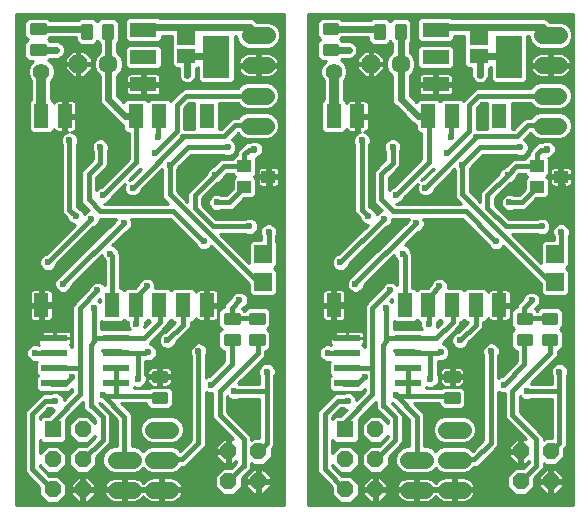
<source format=gbl>
G75*
G70*
%OFA0B0*%
%FSLAX24Y24*%
%IPPOS*%
%LPD*%
%AMOC8*
5,1,8,0,0,1.08239X$1,22.5*
%
%ADD10R,0.0866X0.0236*%
%ADD11R,0.0557X0.0557*%
%ADD12OC8,0.0557*%
%ADD13C,0.0100*%
%ADD14R,0.0450X0.0400*%
%ADD15R,0.0500X0.0787*%
%ADD16C,0.0560*%
%ADD17C,0.0557*%
%ADD18R,0.0630X0.0460*%
%ADD19R,0.0591X0.0591*%
%ADD20R,0.0880X0.0480*%
%ADD21R,0.0866X0.1417*%
%ADD22OC8,0.0630*%
%ADD23C,0.0630*%
%ADD24C,0.0160*%
%ADD25C,0.0236*%
%ADD26C,0.0240*%
%ADD27C,0.0120*%
%ADD28C,0.0320*%
D10*
X001618Y004534D03*
X001618Y005034D03*
X001618Y005534D03*
X001618Y006034D03*
X003665Y006034D03*
X003665Y005534D03*
X003665Y005034D03*
X003665Y004534D03*
X011368Y004534D03*
X011368Y005034D03*
X011368Y005534D03*
X011368Y006034D03*
X013415Y006034D03*
X013415Y005534D03*
X013415Y005034D03*
X013415Y004534D03*
D11*
X011315Y002992D03*
X001565Y002992D03*
D12*
X002565Y002992D03*
X002565Y001992D03*
X001565Y001992D03*
X001565Y000992D03*
X002565Y000992D03*
X007417Y001258D03*
X008417Y001258D03*
X008417Y002258D03*
X007417Y002258D03*
X011315Y001992D03*
X012315Y001992D03*
X012315Y002992D03*
X012315Y000992D03*
X011315Y000992D03*
X017167Y001258D03*
X018167Y001258D03*
X018167Y002258D03*
X017167Y002258D03*
D13*
X000323Y000467D02*
X000327Y016854D01*
X009257Y016854D01*
X009262Y000467D01*
X000323Y000467D01*
X009262Y000467D01*
X009262Y000566D02*
X001773Y000566D01*
X001751Y000543D02*
X002014Y000806D01*
X002014Y001178D01*
X001751Y001440D01*
X001455Y001440D01*
X001129Y001767D01*
X001129Y001793D01*
X001379Y001543D01*
X001751Y001543D01*
X002014Y001806D01*
X002014Y002178D01*
X001751Y002440D01*
X001379Y002440D01*
X001129Y002190D01*
X001129Y002630D01*
X001216Y002543D01*
X001914Y002543D01*
X002014Y002643D01*
X002014Y003341D01*
X002010Y003344D01*
X002580Y003914D01*
X002580Y003733D01*
X002618Y003641D01*
X002688Y003571D01*
X002712Y003547D01*
X002733Y003538D01*
X002977Y003294D01*
X002977Y003214D01*
X002751Y003440D01*
X002379Y003440D01*
X002116Y003178D01*
X002116Y002806D01*
X002379Y002543D01*
X002751Y002543D01*
X002977Y002769D01*
X002977Y002742D01*
X002675Y002440D01*
X002379Y002440D01*
X002116Y002178D01*
X002116Y001806D01*
X002379Y001543D01*
X002751Y001543D01*
X003014Y001806D01*
X003014Y002072D01*
X003439Y002497D01*
X003477Y002589D01*
X003477Y003311D01*
X003477Y003312D01*
X003477Y003447D01*
X003439Y003539D01*
X003369Y003609D01*
X003113Y003865D01*
X003168Y003842D01*
X003696Y003314D01*
X003696Y002425D01*
X003578Y002425D01*
X003413Y002357D01*
X003287Y002231D01*
X003219Y002066D01*
X003219Y001887D01*
X003287Y001723D01*
X003413Y001596D01*
X003578Y001528D01*
X004314Y001528D01*
X004479Y001596D01*
X004576Y001693D01*
X004668Y001600D01*
X004833Y001532D01*
X005569Y001532D01*
X005734Y001600D01*
X005860Y001726D01*
X005865Y001739D01*
X005914Y001739D01*
X006006Y001777D01*
X006630Y002401D01*
X006668Y002493D01*
X006668Y004249D01*
X006680Y004237D01*
X006786Y004193D01*
X006878Y004193D01*
X006878Y003420D01*
X006917Y003328D01*
X007579Y002665D01*
X007467Y002665D01*
X007467Y002308D01*
X007367Y002308D01*
X007367Y002208D01*
X007010Y002208D01*
X007010Y002089D01*
X007249Y001851D01*
X007367Y001851D01*
X007367Y002208D01*
X007467Y002208D01*
X007467Y001851D01*
X007586Y001851D01*
X007673Y001938D01*
X007673Y001875D01*
X007505Y001707D01*
X007232Y001707D01*
X006969Y001444D01*
X006969Y001072D01*
X007232Y000809D01*
X007603Y000809D01*
X007866Y001072D01*
X007866Y001361D01*
X008029Y001524D01*
X008135Y001630D01*
X008173Y001722D01*
X008173Y001868D01*
X008232Y001809D01*
X008603Y001809D01*
X008866Y002072D01*
X008866Y002361D01*
X008915Y002410D01*
X008953Y002502D01*
X008953Y004771D01*
X008991Y004863D01*
X008991Y004978D01*
X008948Y005084D01*
X008867Y005165D01*
X008761Y005209D01*
X008646Y005209D01*
X008540Y005165D01*
X008459Y005084D01*
X008415Y004978D01*
X008415Y004863D01*
X008453Y004771D01*
X008453Y004514D01*
X007764Y004514D01*
X007741Y004524D01*
X008605Y005387D01*
X008643Y005479D01*
X008643Y005620D01*
X008691Y005620D01*
X008820Y005749D01*
X008820Y006231D01*
X008711Y006340D01*
X008820Y006449D01*
X008820Y006931D01*
X008691Y007060D01*
X008059Y007060D01*
X007953Y006954D01*
X007879Y007029D01*
X007942Y007055D01*
X008023Y007136D01*
X008067Y007242D01*
X008067Y007356D01*
X008023Y007462D01*
X007942Y007543D01*
X007836Y007587D01*
X007721Y007587D01*
X007616Y007543D01*
X007534Y007462D01*
X007496Y007370D01*
X007320Y007193D01*
X007318Y007191D01*
X007281Y007101D01*
X007281Y007060D01*
X007215Y007060D01*
X007086Y006931D01*
X007086Y006449D01*
X007195Y006340D01*
X007086Y006231D01*
X007086Y005749D01*
X007215Y005620D01*
X007281Y005620D01*
X007281Y005266D01*
X006784Y004769D01*
X006680Y004725D01*
X006668Y004713D01*
X006668Y005453D01*
X006706Y005545D01*
X006706Y005659D01*
X006662Y005765D01*
X006581Y005846D01*
X006476Y005890D01*
X006361Y005890D01*
X006255Y005846D01*
X006174Y005765D01*
X006130Y005659D01*
X006130Y005545D01*
X006168Y005453D01*
X006168Y002646D01*
X005809Y002286D01*
X005734Y002361D01*
X005569Y002429D01*
X004833Y002429D01*
X004668Y002361D01*
X004572Y002264D01*
X004479Y002357D01*
X004314Y002425D01*
X004196Y002425D01*
X004196Y003467D01*
X004158Y003559D01*
X003848Y003870D01*
X004679Y003870D01*
X004679Y003808D01*
X004808Y003679D01*
X005441Y003679D01*
X005569Y003808D01*
X005569Y004290D01*
X005441Y004419D01*
X004808Y004419D01*
X004759Y004370D01*
X004268Y004370D01*
X004268Y004420D01*
X004348Y004387D01*
X004462Y004387D01*
X004568Y004431D01*
X004649Y004512D01*
X004693Y004618D01*
X004693Y004733D01*
X004655Y004825D01*
X004655Y005280D01*
X004664Y005279D01*
X004667Y005280D01*
X004690Y005270D01*
X004805Y005270D01*
X004910Y005314D01*
X004991Y005395D01*
X005035Y005501D01*
X005035Y005615D01*
X004991Y005721D01*
X004910Y005802D01*
X004806Y005846D01*
X004806Y005887D01*
X005281Y006362D01*
X005352Y006433D01*
X005390Y006525D01*
X005390Y006572D01*
X005441Y006572D01*
X005513Y006644D01*
X005587Y006570D01*
X005640Y006570D01*
X005314Y006244D01*
X005222Y006206D01*
X005141Y006125D01*
X005097Y006019D01*
X005097Y005904D01*
X005141Y005799D01*
X005222Y005718D01*
X005328Y005674D01*
X005442Y005674D01*
X005548Y005718D01*
X005629Y005799D01*
X005667Y005891D01*
X006120Y006343D01*
X006158Y006435D01*
X006158Y006570D01*
X006228Y006570D01*
X006328Y006670D01*
X006328Y006689D01*
X006342Y006664D01*
X006366Y006640D01*
X006395Y006623D01*
X006428Y006614D01*
X006645Y006614D01*
X006645Y007087D01*
X006566Y007087D01*
X006566Y007187D01*
X006645Y007187D01*
X006645Y007659D01*
X006428Y007659D01*
X006395Y007650D01*
X006366Y007633D01*
X006342Y007609D01*
X006328Y007584D01*
X006328Y007598D01*
X006228Y007697D01*
X005587Y007697D01*
X005515Y007625D01*
X005441Y007700D01*
X004987Y007700D01*
X004987Y007813D01*
X004943Y007918D01*
X004862Y007999D01*
X004756Y008043D01*
X004641Y008043D01*
X004535Y007999D01*
X004454Y007918D01*
X004416Y007826D01*
X004306Y007717D01*
X004288Y007717D01*
X004242Y007697D01*
X004017Y007697D01*
X003943Y007623D01*
X003866Y007700D01*
X003795Y007700D01*
X003795Y008836D01*
X003768Y008903D01*
X003768Y008910D01*
X003724Y009015D01*
X003643Y009097D01*
X003544Y009138D01*
X003991Y009576D01*
X004086Y009616D01*
X004167Y009697D01*
X004211Y009802D01*
X004211Y009917D01*
X004172Y010011D01*
X005471Y010011D01*
X006265Y009218D01*
X006269Y009209D01*
X006299Y009183D01*
X006326Y009157D01*
X006352Y009095D01*
X006433Y009014D01*
X006538Y008970D01*
X006653Y008970D01*
X006759Y009014D01*
X006837Y009092D01*
X008101Y007828D01*
X008101Y007541D01*
X008200Y007441D01*
X008932Y007441D01*
X009031Y007541D01*
X009031Y008272D01*
X008932Y008372D01*
X009031Y008471D01*
X009031Y009202D01*
X009006Y009228D01*
X009006Y009427D01*
X009044Y009519D01*
X009044Y009634D01*
X009000Y009740D01*
X008919Y009821D01*
X008813Y009865D01*
X008699Y009865D01*
X008593Y009821D01*
X008512Y009740D01*
X008468Y009634D01*
X008468Y009519D01*
X008506Y009427D01*
X008506Y009302D01*
X008200Y009302D01*
X008101Y009202D01*
X008101Y008536D01*
X007127Y009509D01*
X007967Y009509D01*
X008059Y009471D01*
X008173Y009471D01*
X008279Y009515D01*
X008360Y009596D01*
X008404Y009702D01*
X008404Y009817D01*
X008360Y009922D01*
X008279Y010003D01*
X008173Y010047D01*
X008059Y010047D01*
X007967Y010009D01*
X007020Y010009D01*
X006554Y010475D01*
X006554Y010697D01*
X007049Y011192D01*
X007141Y011230D01*
X007222Y011311D01*
X007260Y011403D01*
X007367Y011510D01*
X007559Y011510D01*
X007559Y011490D01*
X007639Y011410D01*
X007559Y011330D01*
X007559Y011019D01*
X007346Y010805D01*
X007188Y010805D01*
X007096Y010844D01*
X006981Y010844D01*
X006875Y010800D01*
X006794Y010719D01*
X006751Y010613D01*
X006751Y010498D01*
X006794Y010392D01*
X006875Y010311D01*
X006981Y010267D01*
X007096Y010267D01*
X007188Y010306D01*
X007500Y010306D01*
X007591Y010344D01*
X007662Y010414D01*
X007938Y010690D01*
X008250Y010690D01*
X008349Y010790D01*
X008349Y011330D01*
X008270Y011410D01*
X008349Y011490D01*
X008349Y012030D01*
X008336Y012044D01*
X008346Y012044D01*
X008452Y012088D01*
X008533Y012169D01*
X008577Y012274D01*
X008577Y012389D01*
X008533Y012495D01*
X008452Y012576D01*
X008346Y012620D01*
X008231Y012620D01*
X008126Y012576D01*
X008120Y012570D01*
X008054Y012570D01*
X007962Y012532D01*
X007892Y012462D01*
X007742Y012312D01*
X007704Y012221D01*
X007704Y012130D01*
X007659Y012130D01*
X007559Y012030D01*
X007559Y012010D01*
X007213Y012010D01*
X007122Y011972D01*
X006906Y011757D01*
X006814Y011718D01*
X006733Y011637D01*
X006695Y011545D01*
X006162Y011012D01*
X006092Y010942D01*
X006054Y010850D01*
X006054Y010583D01*
X005710Y010926D01*
X005710Y011645D01*
X005743Y011723D01*
X006162Y012143D01*
X007246Y012143D01*
X007338Y012105D01*
X007452Y012105D01*
X007558Y012149D01*
X007639Y012230D01*
X007683Y012336D01*
X007683Y012450D01*
X007639Y012556D01*
X007558Y012637D01*
X007527Y012650D01*
X007734Y012857D01*
X007853Y012738D01*
X008018Y012669D01*
X008754Y012669D01*
X008919Y012738D01*
X009045Y012864D01*
X009114Y013029D01*
X009114Y013207D01*
X009045Y013372D01*
X008919Y013498D01*
X008754Y013567D01*
X008018Y013567D01*
X007853Y013498D01*
X007733Y013378D01*
X007601Y013378D01*
X007510Y013340D01*
X007439Y013270D01*
X007180Y013010D01*
X007115Y013010D01*
X007115Y013858D01*
X007733Y013858D01*
X007853Y013738D01*
X008018Y013669D01*
X008754Y013669D01*
X008919Y013738D01*
X009045Y013864D01*
X009114Y014029D01*
X009114Y014207D01*
X009045Y014372D01*
X008919Y014498D01*
X008754Y014567D01*
X008018Y014567D01*
X007853Y014498D01*
X007727Y014372D01*
X007721Y014358D01*
X005948Y014358D01*
X005856Y014320D01*
X005550Y014014D01*
X005488Y013952D01*
X005441Y014000D01*
X004800Y014000D01*
X004727Y013926D01*
X004653Y014000D01*
X004012Y014000D01*
X003921Y013908D01*
X003706Y014123D01*
X003706Y014776D01*
X003827Y014897D01*
X003901Y015075D01*
X003901Y015268D01*
X003827Y015446D01*
X003706Y015568D01*
X003706Y015880D01*
X003771Y015945D01*
X003771Y016578D01*
X003642Y016706D01*
X003160Y016706D01*
X003051Y016598D01*
X002942Y016706D01*
X002460Y016706D01*
X002393Y016639D01*
X001459Y016639D01*
X001384Y016714D01*
X000751Y016714D01*
X000622Y016585D01*
X000622Y016103D01*
X000731Y015994D01*
X000622Y015885D01*
X000622Y015403D01*
X000751Y015274D01*
X000915Y015274D01*
X000807Y015166D01*
X000738Y015001D01*
X000738Y014822D01*
X000807Y014656D01*
X000853Y014610D01*
X000853Y013990D01*
X000763Y013900D01*
X000763Y012972D01*
X000863Y012872D01*
X001504Y012872D01*
X001603Y012972D01*
X001603Y012988D01*
X001618Y012963D01*
X001642Y012939D01*
X001671Y012922D01*
X001704Y012913D01*
X001921Y012913D01*
X001921Y013386D01*
X002021Y013386D01*
X002021Y013486D01*
X002349Y013486D01*
X002349Y013847D01*
X002341Y013879D01*
X002324Y013909D01*
X002300Y013933D01*
X002270Y013950D01*
X002238Y013958D01*
X002021Y013958D01*
X002021Y013486D01*
X001921Y013486D01*
X001921Y013958D01*
X001704Y013958D01*
X001671Y013950D01*
X001642Y013933D01*
X001618Y013909D01*
X001603Y013884D01*
X001603Y013900D01*
X001513Y013990D01*
X001513Y014600D01*
X001570Y014656D01*
X001638Y014822D01*
X001638Y015001D01*
X001570Y015166D01*
X001443Y015293D01*
X001414Y015305D01*
X001459Y015349D01*
X001738Y015349D01*
X001844Y015393D01*
X001926Y015475D01*
X001970Y015582D01*
X001970Y015697D01*
X001926Y015804D01*
X001844Y015885D01*
X001738Y015929D01*
X001469Y015929D01*
X001404Y015994D01*
X001468Y016059D01*
X002331Y016059D01*
X002331Y015945D01*
X002460Y015816D01*
X002942Y015816D01*
X003051Y015925D01*
X003126Y015850D01*
X003126Y015568D01*
X003005Y015446D01*
X002931Y015268D01*
X002931Y015075D01*
X003005Y014897D01*
X003126Y014776D01*
X003126Y013945D01*
X003170Y013839D01*
X003544Y013465D01*
X003737Y013272D01*
X003819Y013190D01*
X003913Y013151D01*
X003913Y012972D01*
X004012Y012872D01*
X004097Y012872D01*
X004097Y012757D01*
X004094Y012749D01*
X004094Y012650D01*
X004097Y012642D01*
X004097Y012010D01*
X003170Y011083D01*
X003078Y011045D01*
X003007Y010974D01*
X003007Y011386D01*
X003367Y011745D01*
X003405Y011837D01*
X003405Y012281D01*
X003432Y012347D01*
X003432Y012461D01*
X003388Y012567D01*
X003307Y012648D01*
X003201Y012692D01*
X003086Y012692D01*
X002981Y012648D01*
X002900Y012567D01*
X002856Y012461D01*
X002856Y012347D01*
X002900Y012241D01*
X002905Y012236D01*
X002905Y011990D01*
X002616Y011701D01*
X002545Y011631D01*
X002507Y011539D01*
X002507Y010609D01*
X002545Y010517D01*
X002774Y010288D01*
X002679Y010248D01*
X002608Y010177D01*
X002568Y010273D01*
X002487Y010354D01*
X002395Y010392D01*
X002371Y010416D01*
X002646Y010416D01*
X002548Y010514D02*
X002371Y010514D01*
X002371Y010416D02*
X002371Y012478D01*
X002409Y012570D01*
X002409Y012684D01*
X002366Y012790D01*
X002285Y012871D01*
X002183Y012913D01*
X002238Y012913D01*
X002270Y012922D01*
X002300Y012939D01*
X002324Y012963D01*
X002341Y012992D01*
X002349Y013025D01*
X002349Y013386D01*
X002021Y013386D01*
X002021Y012913D01*
X002060Y012913D01*
X001958Y012871D01*
X001877Y012790D01*
X001833Y012684D01*
X001833Y012570D01*
X001871Y012478D01*
X001871Y010262D01*
X001909Y010171D01*
X001980Y010100D01*
X002042Y010038D01*
X002080Y009946D01*
X002161Y009865D01*
X002267Y009821D01*
X002306Y009821D01*
X001329Y008845D01*
X001237Y008807D01*
X001156Y008726D01*
X001112Y008620D01*
X001112Y008505D01*
X001156Y008399D01*
X001237Y008318D01*
X001343Y008274D01*
X001458Y008274D01*
X001564Y008318D01*
X001645Y008399D01*
X001683Y008491D01*
X002913Y009722D01*
X003005Y009760D01*
X003086Y009841D01*
X003130Y009947D01*
X003130Y010011D01*
X003674Y010011D01*
X003642Y009934D01*
X001762Y008088D01*
X001741Y008080D01*
X001660Y007999D01*
X001617Y007893D01*
X001617Y007778D01*
X001660Y007672D01*
X001741Y007591D01*
X001847Y007547D01*
X001962Y007547D01*
X002068Y007591D01*
X002149Y007672D01*
X002193Y007778D01*
X002193Y007810D01*
X003193Y008792D01*
X003236Y008689D01*
X003295Y008629D01*
X003295Y007790D01*
X003217Y007868D01*
X003112Y007911D01*
X002997Y007911D01*
X002891Y007868D01*
X002810Y007787D01*
X002772Y007695D01*
X002256Y007179D01*
X002218Y007087D01*
X002218Y005724D01*
X002130Y005813D01*
X002154Y005836D01*
X002171Y005866D01*
X002179Y005898D01*
X002179Y006024D01*
X001627Y006024D01*
X001627Y006043D01*
X001608Y006043D01*
X001608Y006280D01*
X001167Y006280D01*
X001135Y006272D01*
X001105Y006255D01*
X001081Y006231D01*
X001064Y006201D01*
X001056Y006169D01*
X001056Y006043D01*
X001608Y006043D01*
X001608Y006024D01*
X001056Y006024D01*
X001056Y005898D01*
X001064Y005866D01*
X001081Y005836D01*
X001105Y005813D01*
X001090Y005798D01*
X001033Y005822D01*
X000918Y005822D01*
X000812Y005778D01*
X000731Y005697D01*
X000687Y005591D01*
X000687Y005476D01*
X000731Y005370D01*
X000812Y005289D01*
X000918Y005245D01*
X001033Y005245D01*
X001041Y005249D01*
X001014Y005222D01*
X001014Y004845D01*
X001076Y004784D01*
X001014Y004722D01*
X001014Y004345D01*
X001114Y004245D01*
X001468Y004245D01*
X001476Y004242D01*
X002011Y004242D01*
X002020Y004245D01*
X002121Y004245D01*
X002218Y004343D01*
X002218Y004260D01*
X001937Y003978D01*
X001937Y003998D01*
X001893Y004104D01*
X001812Y004185D01*
X001706Y004229D01*
X001591Y004229D01*
X001499Y004190D01*
X001264Y004190D01*
X001172Y004152D01*
X000737Y003718D01*
X000324Y003718D01*
X000324Y003816D02*
X000836Y003816D01*
X000934Y003915D02*
X000324Y003915D01*
X000324Y004013D02*
X001033Y004013D01*
X001131Y004112D02*
X000324Y004112D01*
X000324Y004210D02*
X001547Y004210D01*
X001750Y004210D02*
X002169Y004210D01*
X002184Y004309D02*
X002218Y004309D01*
X002070Y004112D02*
X001885Y004112D01*
X001930Y004013D02*
X001972Y004013D01*
X002285Y003619D02*
X002639Y003619D01*
X002586Y003718D02*
X002384Y003718D01*
X002482Y003816D02*
X002580Y003816D01*
X002750Y003521D02*
X002187Y003521D01*
X002088Y003422D02*
X002361Y003422D01*
X002262Y003324D02*
X002014Y003324D01*
X002014Y003225D02*
X002164Y003225D01*
X002116Y003127D02*
X002014Y003127D01*
X002014Y003028D02*
X002116Y003028D01*
X002116Y002930D02*
X002014Y002930D01*
X002014Y002831D02*
X002116Y002831D01*
X002189Y002733D02*
X002014Y002733D01*
X002005Y002634D02*
X002288Y002634D01*
X002376Y002437D02*
X001754Y002437D01*
X001852Y002339D02*
X002277Y002339D01*
X002179Y002240D02*
X001951Y002240D01*
X002014Y002142D02*
X002116Y002142D01*
X002116Y002043D02*
X002014Y002043D01*
X002014Y001945D02*
X002116Y001945D01*
X002116Y001846D02*
X002014Y001846D01*
X001955Y001748D02*
X002174Y001748D01*
X002273Y001649D02*
X001857Y001649D01*
X001758Y001551D02*
X002371Y001551D01*
X002396Y001399D02*
X002157Y001161D01*
X002157Y001042D01*
X002515Y001042D01*
X002515Y001399D01*
X002396Y001399D01*
X002351Y001354D02*
X001837Y001354D01*
X001936Y001255D02*
X002252Y001255D01*
X002157Y001157D02*
X002014Y001157D01*
X002014Y001058D02*
X002157Y001058D01*
X002157Y000942D02*
X002157Y000823D01*
X002396Y000584D01*
X002515Y000584D01*
X002515Y000942D01*
X002157Y000942D01*
X002157Y000861D02*
X002014Y000861D01*
X002014Y000960D02*
X002515Y000960D01*
X002515Y000942D02*
X002515Y001042D01*
X002615Y001042D01*
X002615Y001399D01*
X002734Y001399D01*
X002972Y001161D01*
X002972Y001042D01*
X002615Y001042D01*
X002615Y000942D01*
X002972Y000942D01*
X002972Y000823D01*
X002734Y000584D01*
X002615Y000584D01*
X002615Y000942D01*
X002515Y000942D01*
X002515Y000861D02*
X002615Y000861D01*
X002615Y000763D02*
X002515Y000763D01*
X002515Y000664D02*
X002615Y000664D01*
X002814Y000664D02*
X003404Y000664D01*
X003402Y000666D02*
X003454Y000628D01*
X003511Y000599D01*
X003572Y000579D01*
X003635Y000569D01*
X003896Y000569D01*
X003896Y000927D01*
X003263Y000927D01*
X003270Y000881D01*
X003290Y000820D01*
X003319Y000763D01*
X003357Y000711D01*
X003402Y000666D01*
X003319Y000763D02*
X002912Y000763D01*
X002972Y000861D02*
X003276Y000861D01*
X003263Y001027D02*
X003270Y001072D01*
X003290Y001133D01*
X003319Y001190D01*
X003357Y001242D01*
X003402Y001288D01*
X003454Y001325D01*
X003511Y001354D01*
X003572Y001374D01*
X003635Y001384D01*
X003896Y001384D01*
X003896Y001027D01*
X003996Y001027D01*
X003996Y001384D01*
X004257Y001384D01*
X004320Y001374D01*
X004381Y001354D01*
X004438Y001325D01*
X004490Y001288D01*
X004536Y001242D01*
X004573Y001191D01*
X004574Y001194D01*
X004612Y001246D01*
X004657Y001291D01*
X004709Y001329D01*
X004766Y001358D01*
X004827Y001378D01*
X004890Y001388D01*
X005151Y001388D01*
X005151Y001031D01*
X005251Y001031D01*
X005251Y001388D01*
X005512Y001388D01*
X005575Y001378D01*
X005636Y001358D01*
X005693Y001329D01*
X005745Y001291D01*
X005791Y001246D01*
X005828Y001194D01*
X005857Y001137D01*
X005877Y001076D01*
X005885Y001030D01*
X005251Y001030D01*
X005251Y000931D01*
X005885Y000931D01*
X005877Y000885D01*
X005857Y000824D01*
X005828Y000767D01*
X005791Y000715D01*
X005745Y000670D01*
X005693Y000632D01*
X005636Y000603D01*
X005575Y000583D01*
X005512Y000573D01*
X005251Y000573D01*
X005251Y000930D01*
X005151Y000930D01*
X005151Y000573D01*
X004890Y000573D01*
X004827Y000583D01*
X004766Y000603D01*
X004709Y000632D01*
X004657Y000670D01*
X004612Y000715D01*
X004575Y000766D01*
X004573Y000763D01*
X004577Y000763D01*
X004573Y000763D02*
X004536Y000711D01*
X004490Y000666D01*
X004438Y000628D01*
X004381Y000599D01*
X004320Y000579D01*
X004257Y000569D01*
X003996Y000569D01*
X003996Y000927D01*
X003996Y001027D01*
X004630Y001027D01*
X004629Y001030D01*
X005151Y001030D01*
X005151Y000931D01*
X004518Y000931D01*
X004518Y000927D01*
X003996Y000927D01*
X003896Y000927D01*
X003896Y001027D01*
X003263Y001027D01*
X003268Y001058D02*
X002972Y001058D01*
X002972Y001157D02*
X003302Y001157D01*
X003370Y001255D02*
X002878Y001255D01*
X002779Y001354D02*
X003510Y001354D01*
X003523Y001551D02*
X002758Y001551D01*
X002857Y001649D02*
X003360Y001649D01*
X003277Y001748D02*
X002955Y001748D01*
X003014Y001846D02*
X003236Y001846D01*
X003219Y001945D02*
X003014Y001945D01*
X003014Y002043D02*
X003219Y002043D01*
X003250Y002142D02*
X003083Y002142D01*
X003182Y002240D02*
X003296Y002240D01*
X003280Y002339D02*
X003395Y002339D01*
X003379Y002437D02*
X003696Y002437D01*
X003696Y002536D02*
X003455Y002536D01*
X003477Y002634D02*
X003696Y002634D01*
X003696Y002733D02*
X003477Y002733D01*
X003477Y002831D02*
X003696Y002831D01*
X003696Y002930D02*
X003477Y002930D01*
X003477Y003028D02*
X003696Y003028D01*
X003696Y003127D02*
X003477Y003127D01*
X003477Y003225D02*
X003696Y003225D01*
X003687Y003324D02*
X003477Y003324D01*
X003477Y003422D02*
X003588Y003422D01*
X003490Y003521D02*
X003446Y003521D01*
X003391Y003619D02*
X003359Y003619D01*
X003293Y003718D02*
X003260Y003718D01*
X003194Y003816D02*
X003162Y003816D01*
X002848Y003422D02*
X002769Y003422D01*
X002867Y003324D02*
X002947Y003324D01*
X002966Y003225D02*
X002977Y003225D01*
X002967Y002733D02*
X002940Y002733D01*
X002869Y002634D02*
X002842Y002634D01*
X002770Y002536D02*
X001129Y002536D01*
X001129Y002437D02*
X001376Y002437D01*
X001277Y002339D02*
X001129Y002339D01*
X001129Y002240D02*
X001179Y002240D01*
X001148Y001748D02*
X001174Y001748D01*
X001246Y001649D02*
X001273Y001649D01*
X001345Y001551D02*
X001371Y001551D01*
X001443Y001452D02*
X006977Y001452D01*
X006969Y001354D02*
X005645Y001354D01*
X005781Y001255D02*
X006969Y001255D01*
X006969Y001157D02*
X005847Y001157D01*
X005880Y001058D02*
X006983Y001058D01*
X007081Y000960D02*
X005251Y000960D01*
X005251Y001058D02*
X005151Y001058D01*
X005151Y000960D02*
X003996Y000960D01*
X003996Y001058D02*
X003896Y001058D01*
X003896Y000960D02*
X002615Y000960D01*
X002615Y001058D02*
X002515Y001058D01*
X002515Y001157D02*
X002615Y001157D01*
X002615Y001255D02*
X002515Y001255D01*
X002515Y001354D02*
X002615Y001354D01*
X002218Y000763D02*
X001970Y000763D01*
X001872Y000664D02*
X002316Y000664D01*
X001751Y000543D02*
X001379Y000543D01*
X001116Y000806D01*
X001116Y001072D01*
X000667Y001522D01*
X000629Y001614D01*
X000629Y003555D01*
X000667Y003647D01*
X000737Y003718D01*
X000655Y003619D02*
X000324Y003619D01*
X000324Y003521D02*
X000629Y003521D01*
X000629Y003422D02*
X000324Y003422D01*
X000324Y003324D02*
X000629Y003324D01*
X000629Y003225D02*
X000324Y003225D01*
X000324Y003127D02*
X000629Y003127D01*
X000629Y003028D02*
X000324Y003028D01*
X000324Y002930D02*
X000629Y002930D01*
X000629Y002831D02*
X000324Y002831D01*
X000324Y002733D02*
X000629Y002733D01*
X000629Y002634D02*
X000324Y002634D01*
X000324Y002536D02*
X000629Y002536D01*
X000629Y002437D02*
X000324Y002437D01*
X000324Y002339D02*
X000629Y002339D01*
X000629Y002240D02*
X000324Y002240D01*
X000324Y002142D02*
X000629Y002142D01*
X000629Y002043D02*
X000324Y002043D01*
X000323Y001945D02*
X000629Y001945D01*
X000629Y001846D02*
X000323Y001846D01*
X000323Y001748D02*
X000629Y001748D01*
X000629Y001649D02*
X000323Y001649D01*
X000323Y001551D02*
X000655Y001551D01*
X000736Y001452D02*
X000323Y001452D01*
X000323Y001354D02*
X000835Y001354D01*
X000933Y001255D02*
X000323Y001255D01*
X000323Y001157D02*
X001032Y001157D01*
X001116Y001058D02*
X000323Y001058D01*
X000323Y000960D02*
X001116Y000960D01*
X001116Y000861D02*
X000323Y000861D01*
X000323Y000763D02*
X001159Y000763D01*
X001258Y000664D02*
X000323Y000664D01*
X000323Y000566D02*
X001356Y000566D01*
X003896Y000664D02*
X003996Y000664D01*
X003996Y000763D02*
X003896Y000763D01*
X003896Y000861D02*
X003996Y000861D01*
X003996Y001157D02*
X003896Y001157D01*
X003896Y001255D02*
X003996Y001255D01*
X003996Y001354D02*
X003896Y001354D01*
X004383Y001354D02*
X004757Y001354D01*
X004621Y001255D02*
X004523Y001255D01*
X004369Y001551D02*
X004787Y001551D01*
X004619Y001649D02*
X004532Y001649D01*
X005151Y001354D02*
X005251Y001354D01*
X005251Y001255D02*
X005151Y001255D01*
X005151Y001157D02*
X005251Y001157D01*
X005251Y000861D02*
X005151Y000861D01*
X005151Y000763D02*
X005251Y000763D01*
X005251Y000664D02*
X005151Y000664D01*
X004664Y000664D02*
X004488Y000664D01*
X005738Y000664D02*
X009262Y000664D01*
X009262Y000763D02*
X005825Y000763D01*
X005870Y000861D02*
X007180Y000861D01*
X007655Y000861D02*
X008238Y000861D01*
X008249Y000851D02*
X008010Y001089D01*
X008010Y001208D01*
X008367Y001208D01*
X008367Y001308D01*
X008010Y001308D01*
X008010Y001427D01*
X008249Y001665D01*
X008367Y001665D01*
X008367Y001308D01*
X008467Y001308D01*
X008467Y001665D01*
X008586Y001665D01*
X008825Y001427D01*
X008825Y001308D01*
X008467Y001308D01*
X008467Y001208D01*
X008467Y000851D01*
X008586Y000851D01*
X008825Y001089D01*
X008825Y001208D01*
X008467Y001208D01*
X008367Y001208D01*
X008367Y000851D01*
X008249Y000851D01*
X008367Y000861D02*
X008467Y000861D01*
X008467Y000960D02*
X008367Y000960D01*
X008367Y001058D02*
X008467Y001058D01*
X008467Y001157D02*
X008367Y001157D01*
X008367Y001255D02*
X007866Y001255D01*
X007866Y001157D02*
X008010Y001157D01*
X008041Y001058D02*
X007852Y001058D01*
X007754Y000960D02*
X008139Y000960D01*
X008010Y001354D02*
X007866Y001354D01*
X007957Y001452D02*
X008035Y001452D01*
X008029Y001524D02*
X008029Y001524D01*
X008056Y001551D02*
X008134Y001551D01*
X008143Y001649D02*
X008232Y001649D01*
X008173Y001748D02*
X009262Y001748D01*
X009262Y001846D02*
X008640Y001846D01*
X008739Y001945D02*
X009262Y001945D01*
X009262Y002043D02*
X008837Y002043D01*
X008866Y002142D02*
X009262Y002142D01*
X009262Y002240D02*
X008866Y002240D01*
X008866Y002339D02*
X009262Y002339D01*
X009261Y002437D02*
X008926Y002437D01*
X008953Y002536D02*
X009261Y002536D01*
X009261Y002634D02*
X008953Y002634D01*
X008953Y002733D02*
X009261Y002733D01*
X009261Y002831D02*
X008953Y002831D01*
X008953Y002930D02*
X009261Y002930D01*
X009261Y003028D02*
X008953Y003028D01*
X008953Y003127D02*
X009261Y003127D01*
X009261Y003225D02*
X008953Y003225D01*
X008953Y003324D02*
X009261Y003324D01*
X009261Y003422D02*
X008953Y003422D01*
X008953Y003521D02*
X009261Y003521D01*
X009261Y003619D02*
X008953Y003619D01*
X008953Y003718D02*
X009261Y003718D01*
X009261Y003816D02*
X008953Y003816D01*
X008953Y003915D02*
X009261Y003915D01*
X009261Y004013D02*
X008953Y004013D01*
X008953Y004112D02*
X009261Y004112D01*
X009261Y004210D02*
X008953Y004210D01*
X008953Y004309D02*
X009261Y004309D01*
X009261Y004407D02*
X008953Y004407D01*
X008953Y004506D02*
X009261Y004506D01*
X009261Y004604D02*
X008953Y004604D01*
X008953Y004703D02*
X009261Y004703D01*
X009261Y004801D02*
X008966Y004801D01*
X008991Y004900D02*
X009261Y004900D01*
X009261Y004998D02*
X008983Y004998D01*
X008935Y005097D02*
X009261Y005097D01*
X009261Y005195D02*
X008793Y005195D01*
X008614Y005195D02*
X008413Y005195D01*
X008472Y005097D02*
X008314Y005097D01*
X008216Y004998D02*
X008424Y004998D01*
X008415Y004900D02*
X008117Y004900D01*
X008019Y004801D02*
X008441Y004801D01*
X008453Y004703D02*
X007920Y004703D01*
X007822Y004604D02*
X008453Y004604D01*
X008453Y004014D02*
X007764Y004014D01*
X007672Y003976D01*
X007557Y003976D01*
X007451Y004020D01*
X007378Y004093D01*
X007378Y003573D01*
X008065Y002887D01*
X008135Y002817D01*
X008173Y002725D01*
X008173Y002648D01*
X008232Y002707D01*
X008453Y002707D01*
X008453Y004014D01*
X008453Y004013D02*
X007761Y004013D01*
X007468Y004013D02*
X007378Y004013D01*
X007378Y003915D02*
X008453Y003915D01*
X008453Y003816D02*
X007378Y003816D01*
X007378Y003718D02*
X008453Y003718D01*
X008453Y003619D02*
X007378Y003619D01*
X007431Y003521D02*
X008453Y003521D01*
X008453Y003422D02*
X007529Y003422D01*
X007628Y003324D02*
X008453Y003324D01*
X008453Y003225D02*
X007726Y003225D01*
X007825Y003127D02*
X008453Y003127D01*
X008453Y003028D02*
X007923Y003028D01*
X008022Y002930D02*
X008453Y002930D01*
X008453Y002831D02*
X008120Y002831D01*
X008170Y002733D02*
X008453Y002733D01*
X007512Y002733D02*
X006668Y002733D01*
X006668Y002831D02*
X007413Y002831D01*
X007315Y002930D02*
X006668Y002930D01*
X006668Y003028D02*
X007216Y003028D01*
X007118Y003127D02*
X006668Y003127D01*
X006668Y003225D02*
X007019Y003225D01*
X006921Y003324D02*
X006668Y003324D01*
X006668Y003422D02*
X006878Y003422D01*
X006878Y003521D02*
X006668Y003521D01*
X006668Y003619D02*
X006878Y003619D01*
X006878Y003718D02*
X006668Y003718D01*
X006668Y003816D02*
X006878Y003816D01*
X006878Y003915D02*
X006668Y003915D01*
X006668Y004013D02*
X006878Y004013D01*
X006878Y004112D02*
X006668Y004112D01*
X006668Y004210D02*
X006744Y004210D01*
X006168Y004210D02*
X005569Y004210D01*
X005569Y004112D02*
X006168Y004112D01*
X006168Y004013D02*
X005569Y004013D01*
X005569Y003915D02*
X006168Y003915D01*
X006168Y003816D02*
X005569Y003816D01*
X005479Y003718D02*
X006168Y003718D01*
X006168Y003619D02*
X004098Y003619D01*
X004174Y003521D02*
X006168Y003521D01*
X006168Y003422D02*
X005586Y003422D01*
X005569Y003429D02*
X005734Y003361D01*
X005860Y003235D01*
X005929Y003070D01*
X005929Y002891D01*
X005860Y002726D01*
X005734Y002600D01*
X005569Y002532D01*
X004833Y002532D01*
X004668Y002600D01*
X004542Y002726D01*
X004474Y002891D01*
X004474Y003070D01*
X004542Y003235D01*
X004668Y003361D01*
X004833Y003429D01*
X005569Y003429D01*
X005771Y003324D02*
X006168Y003324D01*
X006168Y003225D02*
X005864Y003225D01*
X005905Y003127D02*
X006168Y003127D01*
X006168Y003028D02*
X005929Y003028D01*
X005929Y002930D02*
X006168Y002930D01*
X006168Y002831D02*
X005904Y002831D01*
X005863Y002733D02*
X006168Y002733D01*
X006156Y002634D02*
X005768Y002634D01*
X005579Y002536D02*
X006058Y002536D01*
X005959Y002437D02*
X004196Y002437D01*
X004196Y002536D02*
X004823Y002536D01*
X004634Y002634D02*
X004196Y002634D01*
X004196Y002733D02*
X004539Y002733D01*
X004498Y002831D02*
X004196Y002831D01*
X004196Y002930D02*
X004474Y002930D01*
X004474Y003028D02*
X004196Y003028D01*
X004196Y003127D02*
X004497Y003127D01*
X004538Y003225D02*
X004196Y003225D01*
X004196Y003324D02*
X004631Y003324D01*
X004816Y003422D02*
X004196Y003422D01*
X004000Y003718D02*
X004770Y003718D01*
X004679Y003816D02*
X003901Y003816D01*
X004268Y004407D02*
X004300Y004407D01*
X004510Y004407D02*
X004796Y004407D01*
X004830Y004433D02*
X004790Y004456D01*
X004756Y004490D01*
X004733Y004530D01*
X004721Y004576D01*
X004721Y004699D01*
X005074Y004699D01*
X005074Y004799D01*
X004721Y004799D01*
X004721Y004923D01*
X004733Y004968D01*
X004756Y005009D01*
X004790Y005042D01*
X004830Y005066D01*
X004876Y005078D01*
X005074Y005078D01*
X005074Y004799D01*
X005174Y004799D01*
X005174Y005078D01*
X005373Y005078D01*
X005418Y005066D01*
X005459Y005042D01*
X005492Y005009D01*
X005516Y004968D01*
X005528Y004923D01*
X005528Y004799D01*
X005174Y004799D01*
X005174Y004699D01*
X005174Y004421D01*
X005373Y004421D01*
X005418Y004433D01*
X005459Y004456D01*
X005492Y004490D01*
X005516Y004530D01*
X005528Y004576D01*
X005528Y004699D01*
X005174Y004699D01*
X005074Y004699D01*
X005074Y004421D01*
X004876Y004421D01*
X004830Y004433D01*
X004747Y004506D02*
X004643Y004506D01*
X004687Y004604D02*
X004721Y004604D01*
X004693Y004703D02*
X005074Y004703D01*
X005349Y004599D02*
X005349Y004899D01*
X005349Y004599D02*
X004899Y004599D01*
X004899Y004899D01*
X005349Y004899D01*
X005349Y004698D02*
X004899Y004698D01*
X004899Y004797D02*
X005349Y004797D01*
X005349Y004896D02*
X004899Y004896D01*
X005074Y004900D02*
X005174Y004900D01*
X005174Y004998D02*
X005074Y004998D01*
X005074Y004801D02*
X005174Y004801D01*
X005174Y004703D02*
X006168Y004703D01*
X006168Y004801D02*
X005528Y004801D01*
X005528Y004900D02*
X006168Y004900D01*
X006168Y004998D02*
X005499Y004998D01*
X005528Y004604D02*
X006168Y004604D01*
X006168Y004506D02*
X005502Y004506D01*
X005452Y004407D02*
X006168Y004407D01*
X006168Y004309D02*
X005551Y004309D01*
X005174Y004506D02*
X005074Y004506D01*
X005074Y004604D02*
X005174Y004604D01*
X004721Y004801D02*
X004665Y004801D01*
X004655Y004900D02*
X004721Y004900D01*
X004750Y004998D02*
X004655Y004998D01*
X004655Y005097D02*
X006168Y005097D01*
X006168Y005195D02*
X004655Y005195D01*
X004862Y005294D02*
X006168Y005294D01*
X006168Y005392D02*
X004989Y005392D01*
X005031Y005491D02*
X006153Y005491D01*
X006130Y005589D02*
X005035Y005589D01*
X005005Y005688D02*
X005293Y005688D01*
X005153Y005786D02*
X004927Y005786D01*
X004806Y005885D02*
X005105Y005885D01*
X005097Y005983D02*
X004902Y005983D01*
X005001Y006082D02*
X005123Y006082D01*
X005099Y006180D02*
X005196Y006180D01*
X005198Y006279D02*
X005348Y006279D01*
X005296Y006377D02*
X005447Y006377D01*
X005370Y006476D02*
X005545Y006476D01*
X005583Y006574D02*
X005443Y006574D01*
X005957Y006180D02*
X007086Y006180D01*
X007086Y006082D02*
X005858Y006082D01*
X005760Y005983D02*
X007086Y005983D01*
X007086Y005885D02*
X006489Y005885D01*
X006348Y005885D02*
X005665Y005885D01*
X005617Y005786D02*
X006195Y005786D01*
X006142Y005688D02*
X005476Y005688D01*
X006055Y006279D02*
X007134Y006279D01*
X007158Y006377D02*
X006134Y006377D01*
X006158Y006476D02*
X007086Y006476D01*
X007086Y006574D02*
X006232Y006574D01*
X006328Y006673D02*
X006337Y006673D01*
X006645Y006673D02*
X006745Y006673D01*
X006745Y006614D02*
X006962Y006614D01*
X006995Y006623D01*
X007024Y006640D01*
X007048Y006664D01*
X007065Y006693D01*
X007074Y006726D01*
X007074Y007087D01*
X006745Y007087D01*
X006745Y007187D01*
X006645Y007187D01*
X006645Y007087D01*
X006745Y007087D01*
X006745Y006614D01*
X006745Y006771D02*
X006645Y006771D01*
X006645Y006870D02*
X006745Y006870D01*
X006745Y006968D02*
X006645Y006968D01*
X006645Y007067D02*
X006745Y007067D01*
X006745Y007165D02*
X007308Y007165D01*
X007281Y007067D02*
X007074Y007067D01*
X007074Y006968D02*
X007124Y006968D01*
X007086Y006870D02*
X007074Y006870D01*
X007074Y006771D02*
X007086Y006771D01*
X007086Y006673D02*
X007053Y006673D01*
X007306Y006540D02*
X007306Y006840D01*
X007756Y006840D01*
X007756Y006540D01*
X007306Y006540D01*
X007306Y006639D02*
X007756Y006639D01*
X007756Y006738D02*
X007306Y006738D01*
X007306Y006837D02*
X007756Y006837D01*
X007939Y006968D02*
X007968Y006968D01*
X007954Y007067D02*
X009260Y007067D01*
X009260Y007165D02*
X008035Y007165D01*
X008067Y007264D02*
X009260Y007264D01*
X009260Y007362D02*
X008064Y007362D01*
X008024Y007461D02*
X008181Y007461D01*
X008101Y007559D02*
X007903Y007559D01*
X008101Y007658D02*
X006967Y007658D01*
X006962Y007659D02*
X006745Y007659D01*
X006745Y007187D01*
X007074Y007187D01*
X007074Y007547D01*
X007065Y007580D01*
X007048Y007609D01*
X007024Y007633D01*
X006995Y007650D01*
X006962Y007659D01*
X007071Y007559D02*
X007654Y007559D01*
X007534Y007461D02*
X007074Y007461D01*
X007074Y007362D02*
X007489Y007362D01*
X007390Y007264D02*
X007074Y007264D01*
X006745Y007264D02*
X006645Y007264D01*
X006645Y007362D02*
X006745Y007362D01*
X006745Y007461D02*
X006645Y007461D01*
X006645Y007559D02*
X006745Y007559D01*
X006745Y007658D02*
X006645Y007658D01*
X006423Y007658D02*
X006268Y007658D01*
X006566Y007165D02*
X006645Y007165D01*
X005548Y007658D02*
X005482Y007658D01*
X004987Y007756D02*
X008101Y007756D01*
X008075Y007855D02*
X004969Y007855D01*
X004908Y007953D02*
X007976Y007953D01*
X007878Y008052D02*
X003795Y008052D01*
X003795Y008150D02*
X007779Y008150D01*
X007681Y008249D02*
X003795Y008249D01*
X003795Y008347D02*
X007582Y008347D01*
X007484Y008446D02*
X003795Y008446D01*
X003795Y008544D02*
X007385Y008544D01*
X007287Y008643D02*
X003795Y008643D01*
X003795Y008741D02*
X007188Y008741D01*
X007090Y008840D02*
X003794Y008840D01*
X003756Y008938D02*
X006991Y008938D01*
X006893Y009037D02*
X006782Y009037D01*
X006410Y009037D02*
X003703Y009037D01*
X003550Y009135D02*
X006335Y009135D01*
X006249Y009234D02*
X003642Y009234D01*
X003742Y009332D02*
X006150Y009332D01*
X006052Y009431D02*
X003843Y009431D01*
X003943Y009529D02*
X005953Y009529D01*
X005855Y009628D02*
X004098Y009628D01*
X004179Y009726D02*
X005756Y009726D01*
X005658Y009825D02*
X004211Y009825D01*
X004208Y009923D02*
X005559Y009923D01*
X005418Y010511D02*
X005319Y010611D01*
X005248Y010681D01*
X005210Y010773D01*
X005210Y011645D01*
X005203Y011663D01*
X004514Y010974D01*
X004476Y010882D01*
X004395Y010801D01*
X004289Y010757D01*
X004175Y010757D01*
X004069Y010801D01*
X003988Y010882D01*
X003944Y010988D01*
X003944Y011103D01*
X003977Y011183D01*
X003523Y010729D01*
X003485Y010637D01*
X003404Y010556D01*
X003298Y010512D01*
X003257Y010512D01*
X003258Y010511D01*
X005418Y010511D01*
X005415Y010514D02*
X003303Y010514D01*
X003461Y010613D02*
X005317Y010613D01*
X005236Y010711D02*
X003516Y010711D01*
X003604Y010810D02*
X004060Y010810D01*
X003977Y010908D02*
X003702Y010908D01*
X003801Y011007D02*
X003944Y011007D01*
X003945Y011105D02*
X003899Y011105D01*
X004095Y011300D02*
X004481Y011687D01*
X004520Y011687D01*
X004161Y011328D01*
X004095Y011300D01*
X004096Y011302D02*
X004099Y011302D01*
X004195Y011401D02*
X004234Y011401D01*
X004293Y011499D02*
X004332Y011499D01*
X004392Y011598D02*
X004431Y011598D01*
X004744Y011204D02*
X005210Y011204D01*
X005210Y011302D02*
X004842Y011302D01*
X004941Y011401D02*
X005210Y011401D01*
X005210Y011499D02*
X005039Y011499D01*
X005138Y011598D02*
X005210Y011598D01*
X005710Y011598D02*
X006717Y011598D01*
X006649Y011499D02*
X005710Y011499D01*
X005710Y011401D02*
X006550Y011401D01*
X006452Y011302D02*
X005710Y011302D01*
X005710Y011204D02*
X006353Y011204D01*
X006255Y011105D02*
X005710Y011105D01*
X005710Y011007D02*
X006156Y011007D01*
X006078Y010908D02*
X005728Y010908D01*
X005827Y010810D02*
X006054Y010810D01*
X006054Y010711D02*
X005925Y010711D01*
X006024Y010613D02*
X006054Y010613D01*
X006554Y010613D02*
X006751Y010613D01*
X006751Y010514D02*
X006554Y010514D01*
X006613Y010416D02*
X006785Y010416D01*
X006712Y010317D02*
X006869Y010317D01*
X006810Y010219D02*
X009259Y010219D01*
X009259Y010317D02*
X007528Y010317D01*
X007662Y010414D02*
X007662Y010414D01*
X007664Y010416D02*
X009259Y010416D01*
X009259Y010514D02*
X007762Y010514D01*
X007861Y010613D02*
X009259Y010613D01*
X009259Y010711D02*
X008271Y010711D01*
X008349Y010810D02*
X009259Y010810D01*
X009259Y010908D02*
X008349Y010908D01*
X008349Y011007D02*
X009259Y011007D01*
X009259Y011105D02*
X009055Y011105D01*
X009058Y011107D02*
X009082Y011131D01*
X009099Y011160D01*
X009108Y011193D01*
X009108Y011360D01*
X008804Y011360D01*
X008804Y011081D01*
X008996Y011081D01*
X009029Y011090D01*
X009058Y011107D01*
X009108Y011204D02*
X009258Y011204D01*
X009258Y011302D02*
X009108Y011302D01*
X009108Y011460D02*
X009108Y011627D01*
X009099Y011660D01*
X009082Y011689D01*
X009058Y011713D01*
X009029Y011730D01*
X008996Y011739D01*
X008804Y011739D01*
X008804Y011460D01*
X008704Y011460D01*
X008704Y011360D01*
X008401Y011360D01*
X008401Y011193D01*
X008409Y011160D01*
X008426Y011131D01*
X008450Y011107D01*
X008480Y011090D01*
X008512Y011081D01*
X008704Y011081D01*
X008704Y011360D01*
X008804Y011360D01*
X008804Y011460D01*
X009108Y011460D01*
X009108Y011499D02*
X009258Y011499D01*
X009258Y011401D02*
X008804Y011401D01*
X008804Y011499D02*
X008704Y011499D01*
X008704Y011460D02*
X008704Y011739D01*
X008512Y011739D01*
X008480Y011730D01*
X008450Y011713D01*
X008426Y011689D01*
X008409Y011660D01*
X008401Y011627D01*
X008401Y011460D01*
X008704Y011460D01*
X008704Y011401D02*
X008279Y011401D01*
X008349Y011499D02*
X008401Y011499D01*
X008401Y011598D02*
X008349Y011598D01*
X008349Y011696D02*
X008434Y011696D01*
X008349Y011795D02*
X009258Y011795D01*
X009258Y011893D02*
X008349Y011893D01*
X008349Y011992D02*
X009258Y011992D01*
X009258Y012090D02*
X008455Y012090D01*
X008541Y012189D02*
X009258Y012189D01*
X009258Y012287D02*
X008577Y012287D01*
X008577Y012386D02*
X009258Y012386D01*
X009258Y012484D02*
X008537Y012484D01*
X008436Y012583D02*
X009258Y012583D01*
X009258Y012681D02*
X008783Y012681D01*
X008961Y012780D02*
X009258Y012780D01*
X009258Y012878D02*
X009051Y012878D01*
X009092Y012977D02*
X009258Y012977D01*
X009258Y013075D02*
X009114Y013075D01*
X009114Y013174D02*
X009258Y013174D01*
X009258Y013272D02*
X009087Y013272D01*
X009046Y013371D02*
X009258Y013371D01*
X009258Y013469D02*
X008948Y013469D01*
X008946Y013765D02*
X009258Y013765D01*
X009258Y013863D02*
X009045Y013863D01*
X009086Y013962D02*
X009258Y013962D01*
X009257Y014060D02*
X009114Y014060D01*
X009114Y014159D02*
X009257Y014159D01*
X009257Y014257D02*
X009093Y014257D01*
X009052Y014356D02*
X009257Y014356D01*
X009257Y014454D02*
X008963Y014454D01*
X008788Y014553D02*
X009257Y014553D01*
X009257Y014651D02*
X007624Y014651D01*
X007624Y014623D02*
X007624Y016119D01*
X007684Y016119D01*
X007684Y016044D01*
X007753Y015879D01*
X007879Y015753D01*
X008044Y015685D01*
X008780Y015685D01*
X008945Y015753D01*
X009071Y015879D01*
X009139Y016044D01*
X009139Y016223D01*
X009071Y016388D01*
X008945Y016514D01*
X008780Y016582D01*
X008383Y016582D01*
X008311Y016654D01*
X008205Y016698D01*
X005115Y016698D01*
X005092Y016722D01*
X004071Y016722D01*
X003971Y016622D01*
X003971Y016001D01*
X004071Y015902D01*
X005092Y015902D01*
X005191Y016001D01*
X005191Y016119D01*
X005524Y016119D01*
X005524Y015151D01*
X005623Y015052D01*
X005762Y015052D01*
X005762Y014761D01*
X005806Y014655D01*
X005887Y014573D01*
X005994Y014529D01*
X006109Y014529D01*
X006216Y014573D01*
X006297Y014655D01*
X006342Y014761D01*
X006342Y015052D01*
X006394Y015052D01*
X006418Y015076D01*
X006418Y014623D01*
X006518Y014523D01*
X007525Y014523D01*
X007624Y014623D01*
X007554Y014553D02*
X007984Y014553D01*
X008038Y014736D02*
X008101Y014726D01*
X008362Y014726D01*
X008362Y015083D01*
X008462Y015083D01*
X008462Y014726D01*
X008723Y014726D01*
X008786Y014736D01*
X008847Y014756D01*
X008904Y014785D01*
X008956Y014823D01*
X009001Y014868D01*
X009039Y014920D01*
X009068Y014977D01*
X009088Y015038D01*
X009095Y015084D01*
X008462Y015084D01*
X008462Y015183D01*
X009095Y015183D01*
X009088Y015229D01*
X009068Y015290D01*
X009039Y015347D01*
X009001Y015399D01*
X008956Y015444D01*
X008904Y015482D01*
X008847Y015511D01*
X008786Y015531D01*
X008723Y015541D01*
X008462Y015541D01*
X008462Y015184D01*
X008362Y015184D01*
X008362Y015541D01*
X008101Y015541D01*
X008038Y015531D01*
X007977Y015511D01*
X007920Y015482D01*
X007868Y015444D01*
X007822Y015399D01*
X007785Y015347D01*
X007756Y015290D01*
X007736Y015229D01*
X007728Y015183D01*
X008362Y015183D01*
X008362Y015084D01*
X007728Y015084D01*
X007736Y015038D01*
X007756Y014977D01*
X007785Y014920D01*
X007822Y014868D01*
X007868Y014823D01*
X007920Y014785D01*
X007977Y014756D01*
X008038Y014736D01*
X007995Y014750D02*
X007624Y014750D01*
X007624Y014848D02*
X007842Y014848D01*
X007771Y014947D02*
X007624Y014947D01*
X007624Y015045D02*
X007735Y015045D01*
X007624Y015144D02*
X008362Y015144D01*
X008362Y015242D02*
X008462Y015242D01*
X008462Y015144D02*
X009257Y015144D01*
X009257Y015242D02*
X009084Y015242D01*
X009042Y015341D02*
X009257Y015341D01*
X009257Y015439D02*
X008961Y015439D01*
X008743Y015538D02*
X009257Y015538D01*
X009257Y015636D02*
X007624Y015636D01*
X007624Y015538D02*
X008081Y015538D01*
X007863Y015439D02*
X007624Y015439D01*
X007624Y015341D02*
X007781Y015341D01*
X007740Y015242D02*
X007624Y015242D01*
X007624Y015735D02*
X007923Y015735D01*
X007799Y015833D02*
X007624Y015833D01*
X007624Y015932D02*
X007731Y015932D01*
X007690Y016030D02*
X007624Y016030D01*
X008362Y015538D02*
X008462Y015538D01*
X008462Y015439D02*
X008362Y015439D01*
X008362Y015341D02*
X008462Y015341D01*
X008462Y015045D02*
X008362Y015045D01*
X008362Y014947D02*
X008462Y014947D01*
X008462Y014848D02*
X008362Y014848D01*
X008362Y014750D02*
X008462Y014750D01*
X008828Y014750D02*
X009257Y014750D01*
X009257Y014848D02*
X008982Y014848D01*
X009053Y014947D02*
X009257Y014947D01*
X009257Y015045D02*
X009089Y015045D01*
X009257Y015735D02*
X008901Y015735D01*
X009025Y015833D02*
X009257Y015833D01*
X009257Y015932D02*
X009093Y015932D01*
X009134Y016030D02*
X009257Y016030D01*
X009257Y016129D02*
X009139Y016129D01*
X009137Y016227D02*
X009257Y016227D01*
X009257Y016326D02*
X009097Y016326D01*
X009034Y016424D02*
X009257Y016424D01*
X009257Y016523D02*
X008923Y016523D01*
X009257Y016621D02*
X008344Y016621D01*
X009257Y016720D02*
X005093Y016720D01*
X005191Y016030D02*
X005524Y016030D01*
X005524Y015932D02*
X005122Y015932D01*
X005092Y015812D02*
X005191Y015712D01*
X005191Y015091D01*
X005092Y014992D01*
X004071Y014992D01*
X003971Y015091D01*
X003971Y015712D01*
X004071Y015812D01*
X005092Y015812D01*
X005169Y015735D02*
X005524Y015735D01*
X005524Y015833D02*
X003706Y015833D01*
X003706Y015735D02*
X003994Y015735D01*
X003971Y015636D02*
X003706Y015636D01*
X003736Y015538D02*
X003971Y015538D01*
X003971Y015439D02*
X003830Y015439D01*
X003871Y015341D02*
X003971Y015341D01*
X003971Y015242D02*
X003901Y015242D01*
X003901Y015144D02*
X003971Y015144D01*
X004017Y015045D02*
X003889Y015045D01*
X003848Y014947D02*
X005762Y014947D01*
X005762Y015045D02*
X005145Y015045D01*
X005191Y015144D02*
X005531Y015144D01*
X005524Y015242D02*
X005191Y015242D01*
X005191Y015341D02*
X005524Y015341D01*
X005524Y015439D02*
X005191Y015439D01*
X005191Y015538D02*
X005524Y015538D01*
X005524Y015636D02*
X005191Y015636D01*
X005038Y014860D02*
X004631Y014860D01*
X004631Y014542D01*
X004531Y014542D01*
X004531Y014860D01*
X004124Y014860D01*
X004091Y014852D01*
X004062Y014835D01*
X004038Y014811D01*
X004021Y014781D01*
X004012Y014749D01*
X004012Y014542D01*
X004531Y014542D01*
X004531Y014442D01*
X004012Y014442D01*
X004012Y014235D01*
X004021Y014202D01*
X004038Y014173D01*
X004062Y014149D01*
X004091Y014132D01*
X004124Y014123D01*
X004531Y014123D01*
X004531Y014442D01*
X004631Y014442D01*
X004631Y014542D01*
X005150Y014542D01*
X005150Y014749D01*
X005141Y014781D01*
X005124Y014811D01*
X005100Y014835D01*
X005071Y014852D01*
X005038Y014860D01*
X005077Y014848D02*
X005762Y014848D01*
X005766Y014750D02*
X005150Y014750D01*
X005150Y014651D02*
X005809Y014651D01*
X005937Y014553D02*
X005150Y014553D01*
X005150Y014442D02*
X004631Y014442D01*
X004631Y014123D01*
X005038Y014123D01*
X005071Y014132D01*
X005100Y014149D01*
X005124Y014173D01*
X005141Y014202D01*
X005150Y014235D01*
X005150Y014442D01*
X005150Y014356D02*
X005942Y014356D01*
X005793Y014257D02*
X005150Y014257D01*
X005110Y014159D02*
X005695Y014159D01*
X005596Y014060D02*
X003769Y014060D01*
X003706Y014159D02*
X004052Y014159D01*
X004012Y014257D02*
X003706Y014257D01*
X003706Y014356D02*
X004012Y014356D01*
X004012Y014553D02*
X003706Y014553D01*
X003706Y014651D02*
X004012Y014651D01*
X004013Y014750D02*
X003706Y014750D01*
X003779Y014848D02*
X004085Y014848D01*
X004531Y014848D02*
X004631Y014848D01*
X004631Y014750D02*
X004531Y014750D01*
X004531Y014651D02*
X004631Y014651D01*
X004631Y014553D02*
X004531Y014553D01*
X004531Y014454D02*
X003706Y014454D01*
X003867Y013962D02*
X003975Y013962D01*
X004531Y014159D02*
X004631Y014159D01*
X004631Y014257D02*
X004531Y014257D01*
X004531Y014356D02*
X004631Y014356D01*
X004631Y014454D02*
X007809Y014454D01*
X007826Y013765D02*
X007115Y013765D01*
X007115Y013666D02*
X009258Y013666D01*
X009258Y013568D02*
X007115Y013568D01*
X007115Y013469D02*
X007824Y013469D01*
X007584Y013371D02*
X007115Y013371D01*
X007115Y013272D02*
X007442Y013272D01*
X007343Y013174D02*
X007115Y013174D01*
X007115Y013075D02*
X007245Y013075D01*
X007558Y012681D02*
X007989Y012681D01*
X008142Y012583D02*
X007613Y012583D01*
X007669Y012484D02*
X007914Y012484D01*
X007816Y012386D02*
X007683Y012386D01*
X007663Y012287D02*
X007732Y012287D01*
X007704Y012189D02*
X007598Y012189D01*
X007619Y012090D02*
X006109Y012090D01*
X006011Y011992D02*
X007169Y011992D01*
X007043Y011893D02*
X005912Y011893D01*
X005814Y011795D02*
X006944Y011795D01*
X006792Y011696D02*
X005731Y011696D01*
X005210Y011105D02*
X004645Y011105D01*
X004547Y011007D02*
X005210Y011007D01*
X005210Y010908D02*
X004487Y010908D01*
X004404Y010810D02*
X005210Y010810D01*
X006568Y010711D02*
X006791Y010711D01*
X006900Y010810D02*
X006666Y010810D01*
X006765Y010908D02*
X007449Y010908D01*
X007351Y010810D02*
X007178Y010810D01*
X006962Y011105D02*
X007559Y011105D01*
X007559Y011204D02*
X007077Y011204D01*
X007213Y011302D02*
X007559Y011302D01*
X007630Y011401D02*
X007259Y011401D01*
X007356Y011499D02*
X007559Y011499D01*
X007548Y011007D02*
X006863Y011007D01*
X006909Y010120D02*
X009259Y010120D01*
X009259Y010022D02*
X008235Y010022D01*
X008359Y009923D02*
X009259Y009923D01*
X009259Y009825D02*
X008910Y009825D01*
X009006Y009726D02*
X009259Y009726D01*
X009259Y009628D02*
X009044Y009628D01*
X009044Y009529D02*
X009259Y009529D01*
X009259Y009431D02*
X009008Y009431D01*
X009006Y009332D02*
X009259Y009332D01*
X009259Y009234D02*
X009006Y009234D01*
X009031Y009135D02*
X009259Y009135D01*
X009259Y009037D02*
X009031Y009037D01*
X009031Y008938D02*
X009259Y008938D01*
X009259Y008840D02*
X009031Y008840D01*
X009031Y008741D02*
X009259Y008741D01*
X009259Y008643D02*
X009031Y008643D01*
X009031Y008544D02*
X009259Y008544D01*
X009259Y008446D02*
X009006Y008446D01*
X008957Y008347D02*
X009259Y008347D01*
X009259Y008249D02*
X009031Y008249D01*
X009031Y008150D02*
X009260Y008150D01*
X009260Y008052D02*
X009031Y008052D01*
X009031Y007953D02*
X009260Y007953D01*
X009260Y007855D02*
X009031Y007855D01*
X009031Y007756D02*
X009260Y007756D01*
X009260Y007658D02*
X009031Y007658D01*
X009031Y007559D02*
X009260Y007559D01*
X009260Y007461D02*
X008951Y007461D01*
X008783Y006968D02*
X009260Y006968D01*
X009260Y006870D02*
X008820Y006870D01*
X008820Y006771D02*
X009260Y006771D01*
X009260Y006673D02*
X008820Y006673D01*
X008820Y006574D02*
X009260Y006574D01*
X009260Y006476D02*
X008820Y006476D01*
X008749Y006377D02*
X009260Y006377D01*
X009260Y006279D02*
X008772Y006279D01*
X008820Y006180D02*
X009260Y006180D01*
X009260Y006082D02*
X008820Y006082D01*
X008820Y005983D02*
X009260Y005983D01*
X009260Y005885D02*
X008820Y005885D01*
X008820Y005786D02*
X009260Y005786D01*
X009260Y005688D02*
X008759Y005688D01*
X008643Y005589D02*
X009260Y005589D01*
X009260Y005491D02*
X008643Y005491D01*
X008607Y005392D02*
X009260Y005392D01*
X009261Y005294D02*
X008511Y005294D01*
X008150Y005840D02*
X008150Y006140D01*
X008600Y006140D01*
X008600Y005840D01*
X008150Y005840D01*
X008150Y005939D02*
X008600Y005939D01*
X008600Y006038D02*
X008150Y006038D01*
X008150Y006137D02*
X008600Y006137D01*
X008150Y006540D02*
X008150Y006840D01*
X008600Y006840D01*
X008600Y006540D01*
X008150Y006540D01*
X008150Y006639D02*
X008600Y006639D01*
X008600Y006738D02*
X008150Y006738D01*
X008150Y006837D02*
X008600Y006837D01*
X007306Y006140D02*
X007306Y005840D01*
X007306Y006140D02*
X007756Y006140D01*
X007756Y005840D01*
X007306Y005840D01*
X007306Y005939D02*
X007756Y005939D01*
X007756Y006038D02*
X007306Y006038D01*
X007306Y006137D02*
X007756Y006137D01*
X007281Y005589D02*
X006706Y005589D01*
X006695Y005688D02*
X007147Y005688D01*
X007086Y005786D02*
X006642Y005786D01*
X006684Y005491D02*
X007281Y005491D01*
X007281Y005392D02*
X006668Y005392D01*
X006668Y005294D02*
X007281Y005294D01*
X007211Y005195D02*
X006668Y005195D01*
X006668Y005097D02*
X007113Y005097D01*
X007014Y004998D02*
X006668Y004998D01*
X006668Y004900D02*
X006916Y004900D01*
X006817Y004801D02*
X006668Y004801D01*
X005349Y004199D02*
X005349Y003899D01*
X004899Y003899D01*
X004899Y004199D01*
X005349Y004199D01*
X005349Y003998D02*
X004899Y003998D01*
X004899Y004097D02*
X005349Y004097D01*
X005349Y004196D02*
X004899Y004196D01*
X006668Y002634D02*
X007217Y002634D01*
X007249Y002665D02*
X007010Y002427D01*
X007010Y002308D01*
X007367Y002308D01*
X007367Y002665D01*
X007249Y002665D01*
X007367Y002634D02*
X007467Y002634D01*
X007467Y002536D02*
X007367Y002536D01*
X007367Y002437D02*
X007467Y002437D01*
X007467Y002339D02*
X007367Y002339D01*
X007367Y002240D02*
X006469Y002240D01*
X006371Y002142D02*
X007010Y002142D01*
X007056Y002043D02*
X006272Y002043D01*
X006174Y001945D02*
X007154Y001945D01*
X007367Y001945D02*
X007467Y001945D01*
X007467Y002043D02*
X007367Y002043D01*
X007367Y002142D02*
X007467Y002142D01*
X007644Y001846D02*
X006075Y001846D01*
X005936Y001748D02*
X007546Y001748D01*
X007174Y001649D02*
X005783Y001649D01*
X005615Y001551D02*
X007076Y001551D01*
X007010Y002339D02*
X006568Y002339D01*
X006645Y002437D02*
X007020Y002437D01*
X007119Y002536D02*
X006668Y002536D01*
X005861Y002339D02*
X005756Y002339D01*
X004646Y002339D02*
X004497Y002339D01*
X001611Y003652D02*
X001399Y003440D01*
X001216Y003440D01*
X001129Y003354D01*
X001129Y003402D01*
X001417Y003691D01*
X001499Y003691D01*
X001591Y003652D01*
X001611Y003652D01*
X001578Y003619D02*
X001346Y003619D01*
X001247Y003521D02*
X001479Y003521D01*
X001197Y003422D02*
X001149Y003422D01*
X001051Y004309D02*
X000324Y004309D01*
X000324Y004407D02*
X001014Y004407D01*
X001014Y004506D02*
X000324Y004506D01*
X000324Y004604D02*
X001014Y004604D01*
X001014Y004703D02*
X000324Y004703D01*
X000324Y004801D02*
X001058Y004801D01*
X001014Y004900D02*
X000324Y004900D01*
X000324Y004998D02*
X001014Y004998D01*
X001014Y005097D02*
X000324Y005097D01*
X000324Y005195D02*
X001014Y005195D01*
X000808Y005294D02*
X000324Y005294D01*
X000324Y005392D02*
X000722Y005392D01*
X000687Y005491D02*
X000324Y005491D01*
X000324Y005589D02*
X000687Y005589D01*
X000727Y005688D02*
X000324Y005688D01*
X000324Y005786D02*
X000833Y005786D01*
X001059Y005885D02*
X000324Y005885D01*
X000324Y005983D02*
X001056Y005983D01*
X001056Y006082D02*
X000324Y006082D01*
X000324Y006180D02*
X001059Y006180D01*
X001162Y006279D02*
X000324Y006279D01*
X000325Y006377D02*
X002218Y006377D01*
X002218Y006279D02*
X002073Y006279D01*
X002068Y006280D02*
X001627Y006280D01*
X001627Y006043D01*
X002179Y006043D01*
X002179Y006169D01*
X002171Y006201D01*
X002154Y006231D01*
X002130Y006255D01*
X002100Y006272D01*
X002068Y006280D01*
X002176Y006180D02*
X002218Y006180D01*
X002218Y006082D02*
X002179Y006082D01*
X002179Y005983D02*
X002218Y005983D01*
X002218Y005885D02*
X002176Y005885D01*
X002156Y005786D02*
X002218Y005786D01*
X001627Y006082D02*
X001608Y006082D01*
X001608Y006180D02*
X001627Y006180D01*
X001627Y006279D02*
X001608Y006279D01*
X001483Y006620D02*
X001512Y006637D01*
X001536Y006661D01*
X001553Y006690D01*
X001562Y006723D01*
X001562Y007084D01*
X001233Y007084D01*
X001233Y007184D01*
X001133Y007184D01*
X001133Y007656D01*
X000916Y007656D01*
X000884Y007647D01*
X000854Y007630D01*
X000830Y007606D01*
X000813Y007577D01*
X000804Y007544D01*
X000804Y007184D01*
X001133Y007184D01*
X001133Y007084D01*
X000804Y007084D01*
X000804Y006723D01*
X000813Y006690D01*
X000830Y006661D01*
X000854Y006637D01*
X000884Y006620D01*
X000916Y006611D01*
X001133Y006611D01*
X001133Y007084D01*
X001233Y007084D01*
X001233Y006611D01*
X001450Y006611D01*
X001483Y006620D01*
X001543Y006673D02*
X002218Y006673D01*
X002218Y006771D02*
X001562Y006771D01*
X001562Y006870D02*
X002218Y006870D01*
X002218Y006968D02*
X001562Y006968D01*
X001562Y007067D02*
X002218Y007067D01*
X002251Y007165D02*
X001233Y007165D01*
X001233Y007184D02*
X001562Y007184D01*
X001562Y007544D01*
X001553Y007577D01*
X001536Y007606D01*
X001512Y007630D01*
X001483Y007647D01*
X001450Y007656D01*
X001233Y007656D01*
X001233Y007184D01*
X001233Y007264D02*
X001133Y007264D01*
X001133Y007362D02*
X001233Y007362D01*
X001233Y007461D02*
X001133Y007461D01*
X001133Y007559D02*
X001233Y007559D01*
X001558Y007559D02*
X001818Y007559D01*
X001991Y007559D02*
X002637Y007559D01*
X002735Y007658D02*
X002134Y007658D01*
X002184Y007756D02*
X002797Y007756D01*
X002878Y007855D02*
X002238Y007855D01*
X002338Y007953D02*
X003295Y007953D01*
X003295Y007855D02*
X003230Y007855D01*
X003295Y008052D02*
X002439Y008052D01*
X002539Y008150D02*
X003295Y008150D01*
X003295Y008249D02*
X002639Y008249D01*
X002740Y008347D02*
X003295Y008347D01*
X003295Y008446D02*
X002840Y008446D01*
X002940Y008544D02*
X003295Y008544D01*
X003282Y008643D02*
X003040Y008643D01*
X003141Y008741D02*
X003214Y008741D01*
X002828Y009135D02*
X002327Y009135D01*
X002228Y009037D02*
X002728Y009037D01*
X002628Y008938D02*
X002130Y008938D01*
X002031Y008840D02*
X002527Y008840D01*
X002427Y008741D02*
X001933Y008741D01*
X001834Y008643D02*
X002327Y008643D01*
X002227Y008544D02*
X001736Y008544D01*
X001664Y008446D02*
X002126Y008446D01*
X002026Y008347D02*
X001593Y008347D01*
X001825Y008150D02*
X000325Y008150D01*
X000325Y008052D02*
X001714Y008052D01*
X001642Y007953D02*
X000325Y007953D01*
X000325Y007855D02*
X001617Y007855D01*
X001626Y007756D02*
X000325Y007756D01*
X000325Y007658D02*
X001675Y007658D01*
X001562Y007461D02*
X002538Y007461D01*
X002440Y007362D02*
X001562Y007362D01*
X001562Y007264D02*
X002341Y007264D01*
X003071Y007287D02*
X003125Y007341D01*
X003125Y007247D01*
X003095Y007277D01*
X003071Y007287D01*
X003108Y007264D02*
X003125Y007264D01*
X003795Y007756D02*
X004346Y007756D01*
X004428Y007855D02*
X003795Y007855D01*
X003795Y007953D02*
X004489Y007953D01*
X003978Y007658D02*
X003908Y007658D01*
X003940Y006647D02*
X004017Y006570D01*
X004056Y006570D01*
X004056Y006456D01*
X004099Y006350D01*
X004128Y006322D01*
X003182Y006322D01*
X003182Y006616D01*
X003225Y006573D01*
X003866Y006573D01*
X003940Y006647D01*
X003867Y006574D02*
X004013Y006574D01*
X004056Y006476D02*
X003182Y006476D01*
X003182Y006574D02*
X003224Y006574D01*
X003182Y006377D02*
X004088Y006377D01*
X004606Y006394D02*
X004632Y006456D01*
X004632Y006570D01*
X004658Y006570D01*
X004730Y006642D01*
X004792Y006580D01*
X004606Y006394D01*
X004632Y006476D02*
X004688Y006476D01*
X004662Y006574D02*
X004786Y006574D01*
X002218Y006574D02*
X000325Y006574D01*
X000325Y006476D02*
X002218Y006476D01*
X001233Y006673D02*
X001133Y006673D01*
X001133Y006771D02*
X001233Y006771D01*
X001233Y006870D02*
X001133Y006870D01*
X001133Y006968D02*
X001233Y006968D01*
X001233Y007067D02*
X001133Y007067D01*
X001133Y007165D02*
X000325Y007165D01*
X000325Y007067D02*
X000804Y007067D01*
X000804Y006968D02*
X000325Y006968D01*
X000325Y006870D02*
X000804Y006870D01*
X000804Y006771D02*
X000325Y006771D01*
X000325Y006673D02*
X000823Y006673D01*
X000804Y007264D02*
X000325Y007264D01*
X000325Y007362D02*
X000804Y007362D01*
X000804Y007461D02*
X000325Y007461D01*
X000325Y007559D02*
X000808Y007559D01*
X000325Y008249D02*
X001926Y008249D01*
X001208Y008347D02*
X000325Y008347D01*
X000325Y008446D02*
X001137Y008446D01*
X001112Y008544D02*
X000325Y008544D01*
X000325Y008643D02*
X001122Y008643D01*
X001172Y008741D02*
X000325Y008741D01*
X000325Y008840D02*
X001317Y008840D01*
X001423Y008938D02*
X000325Y008938D01*
X000325Y009037D02*
X001521Y009037D01*
X001620Y009135D02*
X000325Y009135D01*
X000325Y009234D02*
X001718Y009234D01*
X001817Y009332D02*
X000325Y009332D01*
X000325Y009431D02*
X001915Y009431D01*
X002014Y009529D02*
X000325Y009529D01*
X000325Y009628D02*
X002112Y009628D01*
X002211Y009726D02*
X000325Y009726D01*
X000325Y009825D02*
X002259Y009825D01*
X002103Y009923D02*
X000325Y009923D01*
X000325Y010022D02*
X002048Y010022D01*
X001960Y010120D02*
X000325Y010120D01*
X000325Y010219D02*
X001889Y010219D01*
X001871Y010317D02*
X000325Y010317D01*
X000325Y010416D02*
X001871Y010416D01*
X001871Y010514D02*
X000325Y010514D01*
X000325Y010613D02*
X001871Y010613D01*
X001871Y010711D02*
X000326Y010711D01*
X000326Y010810D02*
X001871Y010810D01*
X001871Y010908D02*
X000326Y010908D01*
X000326Y011007D02*
X001871Y011007D01*
X001871Y011105D02*
X000326Y011105D01*
X000326Y011204D02*
X001871Y011204D01*
X001871Y011302D02*
X000326Y011302D01*
X000326Y011401D02*
X001871Y011401D01*
X001871Y011499D02*
X000326Y011499D01*
X000326Y011598D02*
X001871Y011598D01*
X001871Y011696D02*
X000326Y011696D01*
X000326Y011795D02*
X001871Y011795D01*
X001871Y011893D02*
X000326Y011893D01*
X000326Y011992D02*
X001871Y011992D01*
X001871Y012090D02*
X000326Y012090D01*
X000326Y012189D02*
X001871Y012189D01*
X001871Y012287D02*
X000326Y012287D01*
X000326Y012386D02*
X001871Y012386D01*
X001869Y012484D02*
X000326Y012484D01*
X000326Y012583D02*
X001833Y012583D01*
X001833Y012681D02*
X000326Y012681D01*
X000326Y012780D02*
X001873Y012780D01*
X001975Y012878D02*
X001510Y012878D01*
X001603Y012977D02*
X001610Y012977D01*
X001921Y012977D02*
X002021Y012977D01*
X002021Y013075D02*
X001921Y013075D01*
X001921Y013174D02*
X002021Y013174D01*
X002021Y013272D02*
X001921Y013272D01*
X001921Y013371D02*
X002021Y013371D01*
X002021Y013469D02*
X003540Y013469D01*
X003638Y013371D02*
X002349Y013371D01*
X002349Y013272D02*
X003737Y013272D01*
X003858Y013174D02*
X002349Y013174D01*
X002349Y013075D02*
X003913Y013075D01*
X003913Y012977D02*
X002332Y012977D01*
X002268Y012878D02*
X004006Y012878D01*
X004097Y012780D02*
X002370Y012780D01*
X002409Y012681D02*
X003060Y012681D01*
X003227Y012681D02*
X004094Y012681D01*
X004097Y012583D02*
X003372Y012583D01*
X003422Y012484D02*
X004097Y012484D01*
X004097Y012386D02*
X003432Y012386D01*
X003407Y012287D02*
X004097Y012287D01*
X004097Y012189D02*
X003405Y012189D01*
X003405Y012090D02*
X004097Y012090D01*
X004079Y011992D02*
X003405Y011992D01*
X003405Y011893D02*
X003980Y011893D01*
X003882Y011795D02*
X003387Y011795D01*
X003318Y011696D02*
X003783Y011696D01*
X003685Y011598D02*
X003219Y011598D01*
X003121Y011499D02*
X003586Y011499D01*
X003488Y011401D02*
X003022Y011401D01*
X003007Y011302D02*
X003389Y011302D01*
X003291Y011204D02*
X003007Y011204D01*
X003007Y011105D02*
X003192Y011105D01*
X003040Y011007D02*
X003007Y011007D01*
X002507Y011007D02*
X002371Y011007D01*
X002371Y011105D02*
X002507Y011105D01*
X002507Y011204D02*
X002371Y011204D01*
X002371Y011302D02*
X002507Y011302D01*
X002507Y011401D02*
X002371Y011401D01*
X002371Y011499D02*
X002507Y011499D01*
X002532Y011598D02*
X002371Y011598D01*
X002371Y011696D02*
X002611Y011696D01*
X002709Y011795D02*
X002371Y011795D01*
X002371Y011893D02*
X002808Y011893D01*
X002905Y011992D02*
X002371Y011992D01*
X002371Y012090D02*
X002905Y012090D01*
X002905Y012189D02*
X002371Y012189D01*
X002371Y012287D02*
X002880Y012287D01*
X002856Y012386D02*
X002371Y012386D01*
X002374Y012484D02*
X002865Y012484D01*
X002915Y012583D02*
X002409Y012583D01*
X001921Y013386D02*
X001836Y013386D01*
X001836Y013486D01*
X001921Y013486D01*
X001921Y013386D01*
X001921Y013469D02*
X001836Y013469D01*
X001921Y013568D02*
X002021Y013568D01*
X002021Y013666D02*
X001921Y013666D01*
X001921Y013765D02*
X002021Y013765D01*
X002021Y013863D02*
X001921Y013863D01*
X001541Y013962D02*
X003126Y013962D01*
X003126Y014060D02*
X001513Y014060D01*
X001513Y014159D02*
X003126Y014159D01*
X003126Y014257D02*
X001513Y014257D01*
X001513Y014356D02*
X003126Y014356D01*
X003126Y014454D02*
X001513Y014454D01*
X001513Y014553D02*
X003126Y014553D01*
X003126Y014651D02*
X001565Y014651D01*
X001608Y014750D02*
X002211Y014750D01*
X002232Y014728D02*
X002386Y014728D01*
X002386Y015142D01*
X001972Y015142D01*
X001972Y014988D01*
X002232Y014728D01*
X002386Y014750D02*
X002446Y014750D01*
X002446Y014728D02*
X002600Y014728D01*
X002860Y014988D01*
X002860Y015142D01*
X002446Y015142D01*
X002446Y015202D01*
X002386Y015202D01*
X002386Y015615D01*
X002232Y015615D01*
X001972Y015356D01*
X001972Y015202D01*
X002386Y015202D01*
X002386Y015142D01*
X002446Y015142D01*
X002446Y014728D01*
X002446Y014848D02*
X002386Y014848D01*
X002386Y014947D02*
X002446Y014947D01*
X002446Y015045D02*
X002386Y015045D01*
X002386Y015144D02*
X001579Y015144D01*
X001620Y015045D02*
X001972Y015045D01*
X002014Y014947D02*
X001638Y014947D01*
X001638Y014848D02*
X002112Y014848D01*
X002446Y015144D02*
X002931Y015144D01*
X002860Y015202D02*
X002860Y015356D01*
X002600Y015615D01*
X002446Y015615D01*
X002446Y015202D01*
X002860Y015202D01*
X002860Y015242D02*
X002931Y015242D01*
X002961Y015341D02*
X002860Y015341D01*
X002776Y015439D02*
X003002Y015439D01*
X003096Y015538D02*
X002678Y015538D01*
X002446Y015538D02*
X002386Y015538D01*
X002386Y015439D02*
X002446Y015439D01*
X002446Y015341D02*
X002386Y015341D01*
X002386Y015242D02*
X002446Y015242D01*
X002155Y015538D02*
X001952Y015538D01*
X001970Y015636D02*
X003126Y015636D01*
X003126Y015735D02*
X001954Y015735D01*
X001896Y015833D02*
X002443Y015833D01*
X002345Y015932D02*
X001466Y015932D01*
X001440Y016030D02*
X002331Y016030D01*
X002551Y016486D02*
X002851Y016486D01*
X002851Y016036D01*
X002551Y016036D01*
X002551Y016486D01*
X002551Y016135D02*
X002851Y016135D01*
X002851Y016234D02*
X002551Y016234D01*
X002551Y016333D02*
X002851Y016333D01*
X002851Y016432D02*
X002551Y016432D01*
X003027Y016621D02*
X003075Y016621D01*
X003251Y016486D02*
X003551Y016486D01*
X003551Y016036D01*
X003251Y016036D01*
X003251Y016486D01*
X003251Y016135D02*
X003551Y016135D01*
X003551Y016234D02*
X003251Y016234D01*
X003251Y016333D02*
X003551Y016333D01*
X003551Y016432D02*
X003251Y016432D01*
X003727Y016621D02*
X003971Y016621D01*
X003971Y016523D02*
X003771Y016523D01*
X003771Y016424D02*
X003971Y016424D01*
X003971Y016326D02*
X003771Y016326D01*
X003771Y016227D02*
X003971Y016227D01*
X003971Y016129D02*
X003771Y016129D01*
X003771Y016030D02*
X003971Y016030D01*
X004041Y015932D02*
X003758Y015932D01*
X003126Y015833D02*
X002959Y015833D01*
X002944Y015045D02*
X002860Y015045D01*
X002819Y014947D02*
X002984Y014947D01*
X003054Y014848D02*
X002720Y014848D01*
X002622Y014750D02*
X003126Y014750D01*
X003160Y013863D02*
X002345Y013863D01*
X002349Y013765D02*
X003244Y013765D01*
X003343Y013666D02*
X002349Y013666D01*
X002349Y013568D02*
X003441Y013568D01*
X004691Y013962D02*
X004762Y013962D01*
X005478Y013962D02*
X005498Y013962D01*
X005941Y013698D02*
X006101Y013858D01*
X006275Y013858D01*
X006275Y013010D01*
X005941Y013010D01*
X005941Y013698D01*
X005941Y013666D02*
X006275Y013666D01*
X006275Y013568D02*
X005941Y013568D01*
X005941Y013469D02*
X006275Y013469D01*
X006275Y013371D02*
X005941Y013371D01*
X005941Y013272D02*
X006275Y013272D01*
X006275Y013174D02*
X005941Y013174D01*
X005941Y013075D02*
X006275Y013075D01*
X006275Y013765D02*
X006008Y013765D01*
X006167Y014553D02*
X006488Y014553D01*
X006418Y014651D02*
X006294Y014651D01*
X006337Y014750D02*
X006418Y014750D01*
X006418Y014848D02*
X006342Y014848D01*
X006342Y014947D02*
X006418Y014947D01*
X006418Y015045D02*
X006342Y015045D01*
X004069Y016720D02*
X000327Y016720D01*
X000327Y016818D02*
X009257Y016818D01*
X010077Y016818D02*
X018897Y016818D01*
X018897Y016854D02*
X018897Y000467D01*
X010073Y000467D01*
X018897Y000467D01*
X018897Y000566D02*
X011523Y000566D01*
X011501Y000543D02*
X011764Y000806D01*
X011764Y001178D01*
X011501Y001440D01*
X011205Y001440D01*
X010879Y001767D01*
X010879Y001793D01*
X011129Y001543D01*
X011501Y001543D01*
X011764Y001806D01*
X011764Y002178D01*
X011501Y002440D01*
X011129Y002440D01*
X010879Y002190D01*
X010879Y002630D01*
X010966Y002543D01*
X011664Y002543D01*
X011764Y002643D01*
X011764Y003341D01*
X011760Y003344D01*
X012330Y003914D01*
X012330Y003733D01*
X012368Y003641D01*
X012438Y003571D01*
X012462Y003547D01*
X012483Y003538D01*
X012727Y003294D01*
X012727Y003214D01*
X012501Y003440D01*
X012129Y003440D01*
X011866Y003178D01*
X011866Y002806D01*
X012129Y002543D01*
X012501Y002543D01*
X012727Y002769D01*
X012727Y002742D01*
X012425Y002440D01*
X012129Y002440D01*
X011866Y002178D01*
X011866Y001806D01*
X012129Y001543D01*
X012501Y001543D01*
X012764Y001806D01*
X012764Y002072D01*
X013189Y002497D01*
X013227Y002589D01*
X013227Y003311D01*
X013227Y003312D01*
X013227Y003447D01*
X013189Y003539D01*
X013189Y003539D01*
X013118Y003609D01*
X012863Y003865D01*
X012918Y003842D01*
X013446Y003314D01*
X013446Y002425D01*
X013328Y002425D01*
X013163Y002357D01*
X013037Y002231D01*
X012969Y002066D01*
X012969Y001887D01*
X013037Y001723D01*
X013163Y001596D01*
X013328Y001528D01*
X014064Y001528D01*
X014229Y001596D01*
X014325Y001693D01*
X014418Y001600D01*
X014583Y001532D01*
X015319Y001532D01*
X015484Y001600D01*
X015610Y001726D01*
X015615Y001739D01*
X015664Y001739D01*
X015756Y001777D01*
X015826Y001847D01*
X016380Y002401D01*
X016418Y002493D01*
X016418Y004249D01*
X016430Y004237D01*
X016536Y004193D01*
X016628Y004193D01*
X016628Y003420D01*
X016667Y003328D01*
X017329Y002665D01*
X017217Y002665D01*
X017217Y002308D01*
X017117Y002308D01*
X017117Y002208D01*
X016760Y002208D01*
X016760Y002089D01*
X016999Y001851D01*
X017117Y001851D01*
X017117Y002208D01*
X017217Y002208D01*
X017217Y001851D01*
X017336Y001851D01*
X017423Y001938D01*
X017423Y001875D01*
X017255Y001707D01*
X016982Y001707D01*
X016719Y001444D01*
X016719Y001072D01*
X016982Y000809D01*
X017353Y000809D01*
X017616Y001072D01*
X017616Y001361D01*
X017779Y001524D01*
X017885Y001630D01*
X017923Y001722D01*
X017923Y001868D01*
X017982Y001809D01*
X018353Y001809D01*
X018616Y002072D01*
X018616Y002361D01*
X018665Y002410D01*
X018703Y002502D01*
X018703Y004771D01*
X018741Y004863D01*
X018741Y004978D01*
X018698Y005084D01*
X018617Y005165D01*
X018511Y005209D01*
X018396Y005209D01*
X018290Y005165D01*
X018209Y005084D01*
X018165Y004978D01*
X018165Y004863D01*
X018203Y004771D01*
X018203Y004514D01*
X017514Y004514D01*
X017491Y004524D01*
X018284Y005317D01*
X018284Y005317D01*
X018355Y005387D01*
X018393Y005479D01*
X018393Y005620D01*
X018441Y005620D01*
X018570Y005749D01*
X018570Y006231D01*
X018461Y006340D01*
X018570Y006449D01*
X018570Y006931D01*
X018441Y007060D01*
X017809Y007060D01*
X017703Y006954D01*
X017629Y007029D01*
X017692Y007055D01*
X017773Y007136D01*
X017817Y007242D01*
X017817Y007356D01*
X017773Y007462D01*
X017692Y007543D01*
X017586Y007587D01*
X017471Y007587D01*
X017366Y007543D01*
X017284Y007462D01*
X017246Y007370D01*
X017070Y007193D01*
X017068Y007191D01*
X017031Y007101D01*
X017031Y007060D01*
X016965Y007060D01*
X016836Y006931D01*
X016836Y006449D01*
X016945Y006340D01*
X016836Y006231D01*
X016836Y005749D01*
X016965Y005620D01*
X017031Y005620D01*
X017031Y005266D01*
X016534Y004769D01*
X016430Y004725D01*
X016418Y004713D01*
X016418Y005453D01*
X016456Y005545D01*
X016456Y005659D01*
X016412Y005765D01*
X016331Y005846D01*
X016226Y005890D01*
X016111Y005890D01*
X016005Y005846D01*
X015924Y005765D01*
X015880Y005659D01*
X015880Y005545D01*
X015918Y005453D01*
X015918Y002646D01*
X015559Y002286D01*
X015484Y002361D01*
X015319Y002429D01*
X014583Y002429D01*
X014418Y002361D01*
X014322Y002264D01*
X014229Y002357D01*
X014064Y002425D01*
X013946Y002425D01*
X013946Y003467D01*
X013908Y003559D01*
X013598Y003870D01*
X014429Y003870D01*
X014429Y003808D01*
X014558Y003679D01*
X015191Y003679D01*
X015319Y003808D01*
X015319Y004290D01*
X015191Y004419D01*
X014558Y004419D01*
X014509Y004370D01*
X014018Y004370D01*
X014018Y004420D01*
X014098Y004387D01*
X014212Y004387D01*
X014318Y004431D01*
X014399Y004512D01*
X014443Y004618D01*
X014443Y004733D01*
X014405Y004825D01*
X014405Y005280D01*
X014414Y005279D01*
X014417Y005280D01*
X014440Y005270D01*
X014555Y005270D01*
X014660Y005314D01*
X014741Y005395D01*
X014785Y005501D01*
X014785Y005615D01*
X014741Y005721D01*
X014660Y005802D01*
X014556Y005846D01*
X014556Y005887D01*
X015031Y006362D01*
X015102Y006433D01*
X015140Y006525D01*
X015140Y006572D01*
X015191Y006572D01*
X015263Y006644D01*
X015337Y006570D01*
X015390Y006570D01*
X015064Y006244D01*
X014972Y006206D01*
X014891Y006125D01*
X014847Y006019D01*
X014847Y005904D01*
X014891Y005799D01*
X014972Y005718D01*
X015078Y005674D01*
X015192Y005674D01*
X015298Y005718D01*
X015379Y005799D01*
X015417Y005891D01*
X015870Y006343D01*
X015908Y006435D01*
X015908Y006570D01*
X015978Y006570D01*
X016078Y006670D01*
X016078Y006689D01*
X016092Y006664D01*
X016116Y006640D01*
X016145Y006623D01*
X016178Y006614D01*
X016395Y006614D01*
X016395Y007087D01*
X016316Y007087D01*
X016316Y007187D01*
X016395Y007187D01*
X016395Y007659D01*
X016178Y007659D01*
X016145Y007650D01*
X016116Y007633D01*
X016092Y007609D01*
X016078Y007584D01*
X016078Y007598D01*
X015978Y007697D01*
X015337Y007697D01*
X015265Y007625D01*
X015191Y007700D01*
X014737Y007700D01*
X014737Y007813D01*
X014693Y007918D01*
X014612Y007999D01*
X014506Y008043D01*
X014391Y008043D01*
X014285Y007999D01*
X014204Y007918D01*
X014166Y007826D01*
X014056Y007717D01*
X014038Y007717D01*
X013992Y007697D01*
X013767Y007697D01*
X013693Y007623D01*
X013616Y007700D01*
X013545Y007700D01*
X013545Y008836D01*
X013518Y008903D01*
X013518Y008910D01*
X013474Y009015D01*
X013393Y009097D01*
X013294Y009138D01*
X013741Y009576D01*
X013836Y009616D01*
X013917Y009697D01*
X013961Y009802D01*
X013961Y009917D01*
X013922Y010011D01*
X015221Y010011D01*
X016015Y009218D01*
X016019Y009209D01*
X016049Y009183D01*
X016076Y009157D01*
X016102Y009095D01*
X016183Y009014D01*
X016288Y008970D01*
X016403Y008970D01*
X016509Y009014D01*
X016587Y009092D01*
X017851Y007828D01*
X017851Y007541D01*
X017950Y007441D01*
X018682Y007441D01*
X018781Y007541D01*
X018781Y008272D01*
X018682Y008372D01*
X018781Y008471D01*
X018781Y009202D01*
X018756Y009228D01*
X018756Y009427D01*
X018794Y009519D01*
X018794Y009634D01*
X018750Y009740D01*
X018669Y009821D01*
X018563Y009865D01*
X018449Y009865D01*
X018343Y009821D01*
X018262Y009740D01*
X018218Y009634D01*
X018218Y009519D01*
X018256Y009427D01*
X018256Y009302D01*
X017950Y009302D01*
X017851Y009202D01*
X017851Y008536D01*
X016877Y009509D01*
X017717Y009509D01*
X017809Y009471D01*
X017923Y009471D01*
X018029Y009515D01*
X018110Y009596D01*
X018154Y009702D01*
X018154Y009817D01*
X018110Y009922D01*
X018029Y010003D01*
X017923Y010047D01*
X017809Y010047D01*
X017717Y010009D01*
X016770Y010009D01*
X016304Y010475D01*
X016304Y010697D01*
X016799Y011192D01*
X016891Y011230D01*
X016972Y011311D01*
X017010Y011403D01*
X017117Y011510D01*
X017309Y011510D01*
X017309Y011490D01*
X017389Y011410D01*
X017309Y011330D01*
X017309Y011019D01*
X017096Y010805D01*
X016938Y010805D01*
X016846Y010844D01*
X016731Y010844D01*
X016625Y010800D01*
X016544Y010719D01*
X016501Y010613D01*
X016501Y010498D01*
X016544Y010392D01*
X016625Y010311D01*
X016731Y010267D01*
X016846Y010267D01*
X016938Y010306D01*
X017250Y010306D01*
X017341Y010344D01*
X017688Y010690D01*
X018000Y010690D01*
X018099Y010790D01*
X018099Y011330D01*
X018020Y011410D01*
X018099Y011490D01*
X018099Y012030D01*
X018086Y012044D01*
X018096Y012044D01*
X018202Y012088D01*
X018283Y012169D01*
X018327Y012274D01*
X018327Y012389D01*
X018283Y012495D01*
X018202Y012576D01*
X018096Y012620D01*
X017981Y012620D01*
X017876Y012576D01*
X017870Y012570D01*
X017804Y012570D01*
X017712Y012532D01*
X017642Y012462D01*
X017492Y012312D01*
X017454Y012221D01*
X017454Y012130D01*
X017409Y012130D01*
X017309Y012030D01*
X017309Y012010D01*
X016963Y012010D01*
X016872Y011972D01*
X016656Y011757D01*
X016564Y011718D01*
X016483Y011637D01*
X016445Y011545D01*
X015912Y011012D01*
X015842Y010942D01*
X015804Y010850D01*
X015804Y010583D01*
X015460Y010926D01*
X015460Y011645D01*
X015493Y011723D01*
X015912Y012143D01*
X016996Y012143D01*
X017088Y012105D01*
X017202Y012105D01*
X017308Y012149D01*
X017389Y012230D01*
X017433Y012336D01*
X017433Y012450D01*
X017389Y012556D01*
X017308Y012637D01*
X017277Y012650D01*
X017484Y012857D01*
X017603Y012738D01*
X017768Y012669D01*
X018504Y012669D01*
X018669Y012738D01*
X018795Y012864D01*
X018864Y013029D01*
X018864Y013207D01*
X018795Y013372D01*
X018669Y013498D01*
X018504Y013567D01*
X017768Y013567D01*
X017603Y013498D01*
X017483Y013378D01*
X017351Y013378D01*
X017260Y013340D01*
X017189Y013270D01*
X017189Y013270D01*
X016930Y013010D01*
X016865Y013010D01*
X016865Y013858D01*
X017483Y013858D01*
X017603Y013738D01*
X017768Y013669D01*
X018504Y013669D01*
X018669Y013738D01*
X018795Y013864D01*
X018864Y014029D01*
X018864Y014207D01*
X018795Y014372D01*
X018669Y014498D01*
X018504Y014567D01*
X017768Y014567D01*
X017603Y014498D01*
X017477Y014372D01*
X017471Y014358D01*
X015698Y014358D01*
X015606Y014320D01*
X015300Y014014D01*
X015238Y013952D01*
X015191Y014000D01*
X014550Y014000D01*
X014477Y013926D01*
X014403Y014000D01*
X013762Y014000D01*
X013671Y013908D01*
X013456Y014123D01*
X013456Y014776D01*
X013577Y014897D01*
X013651Y015075D01*
X013651Y015268D01*
X013577Y015446D01*
X013456Y015568D01*
X013456Y015880D01*
X013521Y015945D01*
X013521Y016578D01*
X013392Y016706D01*
X012910Y016706D01*
X012801Y016598D01*
X012692Y016706D01*
X012210Y016706D01*
X012143Y016639D01*
X011209Y016639D01*
X011134Y016714D01*
X010501Y016714D01*
X010372Y016585D01*
X010372Y016103D01*
X010481Y015994D01*
X010372Y015885D01*
X010372Y015403D01*
X010501Y015274D01*
X010665Y015274D01*
X010557Y015166D01*
X010488Y015001D01*
X010488Y014822D01*
X010557Y014656D01*
X010603Y014610D01*
X010603Y013990D01*
X010513Y013900D01*
X010513Y012972D01*
X010613Y012872D01*
X011254Y012872D01*
X011353Y012972D01*
X011353Y012988D01*
X011368Y012963D01*
X011392Y012939D01*
X011421Y012922D01*
X011454Y012913D01*
X011671Y012913D01*
X011671Y013386D01*
X011771Y013386D01*
X011771Y013486D01*
X012099Y013486D01*
X012099Y013847D01*
X012091Y013879D01*
X012074Y013909D01*
X012050Y013933D01*
X012020Y013950D01*
X011988Y013958D01*
X011771Y013958D01*
X011771Y013486D01*
X011671Y013486D01*
X011671Y013958D01*
X011454Y013958D01*
X011421Y013950D01*
X011392Y013933D01*
X011368Y013909D01*
X011353Y013884D01*
X011353Y013900D01*
X011263Y013990D01*
X011263Y014600D01*
X011320Y014656D01*
X011388Y014822D01*
X011388Y015001D01*
X011320Y015166D01*
X011193Y015293D01*
X011164Y015305D01*
X011209Y015349D01*
X011488Y015349D01*
X011594Y015393D01*
X011676Y015475D01*
X011720Y015582D01*
X011720Y015697D01*
X011676Y015804D01*
X011594Y015885D01*
X011488Y015929D01*
X011219Y015929D01*
X011154Y015994D01*
X011218Y016059D01*
X012081Y016059D01*
X012081Y015945D01*
X012210Y015816D01*
X012692Y015816D01*
X012801Y015925D01*
X012876Y015850D01*
X012876Y015568D01*
X012755Y015446D01*
X012681Y015268D01*
X012681Y015075D01*
X012755Y014897D01*
X012876Y014776D01*
X012876Y013945D01*
X012920Y013839D01*
X013002Y013757D01*
X013294Y013465D01*
X013487Y013272D01*
X013569Y013190D01*
X013663Y013151D01*
X013663Y012972D01*
X013762Y012872D01*
X013847Y012872D01*
X013847Y012757D01*
X013844Y012749D01*
X013844Y012650D01*
X013847Y012642D01*
X013847Y012010D01*
X012920Y011083D01*
X012828Y011045D01*
X012757Y010974D01*
X012757Y011386D01*
X013046Y011675D01*
X013046Y011675D01*
X013117Y011745D01*
X013155Y011837D01*
X013155Y012281D01*
X013182Y012347D01*
X013182Y012461D01*
X013138Y012567D01*
X013057Y012648D01*
X012951Y012692D01*
X012836Y012692D01*
X012731Y012648D01*
X012650Y012567D01*
X012606Y012461D01*
X012606Y012347D01*
X012650Y012241D01*
X012655Y012236D01*
X012655Y011990D01*
X012366Y011701D01*
X012366Y011701D01*
X012295Y011631D01*
X012257Y011539D01*
X012257Y010609D01*
X012295Y010517D01*
X012524Y010288D01*
X012429Y010248D01*
X012358Y010177D01*
X012318Y010273D01*
X012237Y010354D01*
X012145Y010392D01*
X012121Y010416D01*
X012396Y010416D01*
X012298Y010514D02*
X012121Y010514D01*
X012121Y010416D02*
X012121Y012478D01*
X012159Y012570D01*
X012159Y012684D01*
X012116Y012790D01*
X012035Y012871D01*
X011933Y012913D01*
X011988Y012913D01*
X012020Y012922D01*
X012050Y012939D01*
X012074Y012963D01*
X012091Y012992D01*
X012099Y013025D01*
X012099Y013386D01*
X011771Y013386D01*
X011771Y012913D01*
X011810Y012913D01*
X011708Y012871D01*
X011627Y012790D01*
X011583Y012684D01*
X011583Y012570D01*
X011621Y012478D01*
X011621Y010262D01*
X011659Y010171D01*
X011730Y010100D01*
X011792Y010038D01*
X011830Y009946D01*
X011911Y009865D01*
X012017Y009821D01*
X012056Y009821D01*
X011079Y008845D01*
X010987Y008807D01*
X010906Y008726D01*
X010862Y008620D01*
X010862Y008505D01*
X010906Y008399D01*
X010987Y008318D01*
X011093Y008274D01*
X011208Y008274D01*
X011314Y008318D01*
X011395Y008399D01*
X011433Y008491D01*
X012663Y009722D01*
X012755Y009760D01*
X012836Y009841D01*
X012880Y009947D01*
X012880Y010011D01*
X013424Y010011D01*
X013392Y009934D01*
X011512Y008088D01*
X011491Y008080D01*
X011410Y007999D01*
X011367Y007893D01*
X011367Y007778D01*
X011410Y007672D01*
X011491Y007591D01*
X011597Y007547D01*
X011712Y007547D01*
X011818Y007591D01*
X011899Y007672D01*
X011943Y007778D01*
X011943Y007810D01*
X012943Y008792D01*
X012986Y008689D01*
X013045Y008629D01*
X013045Y007790D01*
X012967Y007868D01*
X012862Y007911D01*
X012747Y007911D01*
X012641Y007868D01*
X012560Y007787D01*
X012522Y007695D01*
X012006Y007179D01*
X011968Y007087D01*
X011968Y005724D01*
X011880Y005813D01*
X011904Y005836D01*
X011921Y005866D01*
X011929Y005898D01*
X011929Y006024D01*
X011377Y006024D01*
X011377Y006043D01*
X011358Y006043D01*
X011358Y006280D01*
X010917Y006280D01*
X010885Y006272D01*
X010855Y006255D01*
X010831Y006231D01*
X010814Y006201D01*
X010806Y006169D01*
X010806Y006043D01*
X011358Y006043D01*
X011358Y006024D01*
X010806Y006024D01*
X010806Y005898D01*
X010814Y005866D01*
X010831Y005836D01*
X010855Y005813D01*
X010840Y005798D01*
X010783Y005822D01*
X010668Y005822D01*
X010562Y005778D01*
X010481Y005697D01*
X010437Y005591D01*
X010437Y005476D01*
X010481Y005370D01*
X010562Y005289D01*
X010668Y005245D01*
X010783Y005245D01*
X010791Y005249D01*
X010764Y005222D01*
X010764Y004845D01*
X010826Y004784D01*
X010764Y004722D01*
X010764Y004345D01*
X010864Y004245D01*
X011218Y004245D01*
X011226Y004242D01*
X011761Y004242D01*
X011770Y004245D01*
X011871Y004245D01*
X011968Y004343D01*
X011968Y004260D01*
X011687Y003978D01*
X011687Y003998D01*
X011643Y004104D01*
X011562Y004185D01*
X011456Y004229D01*
X011341Y004229D01*
X011249Y004190D01*
X011014Y004190D01*
X010922Y004152D01*
X010487Y003718D01*
X010074Y003718D01*
X010074Y003816D02*
X010586Y003816D01*
X010684Y003915D02*
X010074Y003915D01*
X010074Y004013D02*
X010783Y004013D01*
X010881Y004112D02*
X010074Y004112D01*
X010074Y004210D02*
X011297Y004210D01*
X011500Y004210D02*
X011919Y004210D01*
X011934Y004309D02*
X011968Y004309D01*
X011820Y004112D02*
X011635Y004112D01*
X011680Y004013D02*
X011722Y004013D01*
X012035Y003619D02*
X012389Y003619D01*
X012336Y003718D02*
X012134Y003718D01*
X012232Y003816D02*
X012330Y003816D01*
X012500Y003521D02*
X011937Y003521D01*
X011838Y003422D02*
X012111Y003422D01*
X012012Y003324D02*
X011764Y003324D01*
X011764Y003225D02*
X011914Y003225D01*
X011866Y003127D02*
X011764Y003127D01*
X011764Y003028D02*
X011866Y003028D01*
X011866Y002930D02*
X011764Y002930D01*
X011764Y002831D02*
X011866Y002831D01*
X011939Y002733D02*
X011764Y002733D01*
X011755Y002634D02*
X012038Y002634D01*
X012126Y002437D02*
X011504Y002437D01*
X011602Y002339D02*
X012027Y002339D01*
X011929Y002240D02*
X011701Y002240D01*
X011764Y002142D02*
X011866Y002142D01*
X011866Y002043D02*
X011764Y002043D01*
X011764Y001945D02*
X011866Y001945D01*
X011866Y001846D02*
X011764Y001846D01*
X011705Y001748D02*
X011924Y001748D01*
X012023Y001649D02*
X011607Y001649D01*
X011508Y001551D02*
X012121Y001551D01*
X012146Y001399D02*
X011907Y001161D01*
X011907Y001042D01*
X012265Y001042D01*
X012265Y001399D01*
X012146Y001399D01*
X012101Y001354D02*
X011587Y001354D01*
X011686Y001255D02*
X012002Y001255D01*
X011907Y001157D02*
X011764Y001157D01*
X011764Y001058D02*
X011907Y001058D01*
X011907Y000942D02*
X011907Y000823D01*
X012146Y000584D01*
X012265Y000584D01*
X012265Y000942D01*
X011907Y000942D01*
X011907Y000861D02*
X011764Y000861D01*
X011764Y000960D02*
X012265Y000960D01*
X012265Y000942D02*
X012265Y001042D01*
X012365Y001042D01*
X012365Y001399D01*
X012484Y001399D01*
X012722Y001161D01*
X012722Y001042D01*
X012365Y001042D01*
X012365Y000942D01*
X012722Y000942D01*
X012722Y000823D01*
X012484Y000584D01*
X012365Y000584D01*
X012365Y000942D01*
X012265Y000942D01*
X012265Y000861D02*
X012365Y000861D01*
X012365Y000763D02*
X012265Y000763D01*
X012265Y000664D02*
X012365Y000664D01*
X012564Y000664D02*
X013154Y000664D01*
X013152Y000666D02*
X013204Y000628D01*
X013261Y000599D01*
X013322Y000579D01*
X013385Y000569D01*
X013646Y000569D01*
X013646Y000927D01*
X013013Y000927D01*
X013020Y000881D01*
X013040Y000820D01*
X013069Y000763D01*
X013107Y000711D01*
X013152Y000666D01*
X013069Y000763D02*
X012662Y000763D01*
X012722Y000861D02*
X013026Y000861D01*
X013013Y001027D02*
X013646Y001027D01*
X013646Y001384D01*
X013385Y001384D01*
X013322Y001374D01*
X013261Y001354D01*
X013204Y001325D01*
X013152Y001288D01*
X013107Y001242D01*
X013069Y001190D01*
X013040Y001133D01*
X013020Y001072D01*
X013013Y001027D01*
X013018Y001058D02*
X012722Y001058D01*
X012722Y001157D02*
X013052Y001157D01*
X013120Y001255D02*
X012628Y001255D01*
X012529Y001354D02*
X013260Y001354D01*
X013273Y001551D02*
X012508Y001551D01*
X012607Y001649D02*
X013110Y001649D01*
X013027Y001748D02*
X012705Y001748D01*
X012764Y001846D02*
X012986Y001846D01*
X012969Y001945D02*
X012764Y001945D01*
X012764Y002043D02*
X012969Y002043D01*
X013000Y002142D02*
X012833Y002142D01*
X012932Y002240D02*
X013046Y002240D01*
X013030Y002339D02*
X013145Y002339D01*
X013129Y002437D02*
X013446Y002437D01*
X013446Y002536D02*
X013205Y002536D01*
X013227Y002634D02*
X013446Y002634D01*
X013446Y002733D02*
X013227Y002733D01*
X013227Y002831D02*
X013446Y002831D01*
X013446Y002930D02*
X013227Y002930D01*
X013227Y003028D02*
X013446Y003028D01*
X013446Y003127D02*
X013227Y003127D01*
X013227Y003225D02*
X013446Y003225D01*
X013437Y003324D02*
X013227Y003324D01*
X013227Y003422D02*
X013338Y003422D01*
X013240Y003521D02*
X013196Y003521D01*
X013189Y003539D02*
X013189Y003539D01*
X013141Y003619D02*
X013109Y003619D01*
X013118Y003609D02*
X013118Y003609D01*
X013043Y003718D02*
X013010Y003718D01*
X012944Y003816D02*
X012912Y003816D01*
X012598Y003422D02*
X012519Y003422D01*
X012617Y003324D02*
X012697Y003324D01*
X012716Y003225D02*
X012727Y003225D01*
X012717Y002733D02*
X012690Y002733D01*
X012619Y002634D02*
X012592Y002634D01*
X012520Y002536D02*
X010879Y002536D01*
X010879Y002437D02*
X011126Y002437D01*
X011027Y002339D02*
X010879Y002339D01*
X010879Y002240D02*
X010929Y002240D01*
X010898Y001748D02*
X010924Y001748D01*
X010996Y001649D02*
X011023Y001649D01*
X011095Y001551D02*
X011121Y001551D01*
X011193Y001452D02*
X016727Y001452D01*
X016719Y001354D02*
X015395Y001354D01*
X015386Y001358D02*
X015325Y001378D01*
X015262Y001388D01*
X015001Y001388D01*
X015001Y001031D01*
X014901Y001031D01*
X014901Y001388D01*
X014640Y001388D01*
X014577Y001378D01*
X014516Y001358D01*
X014459Y001329D01*
X014407Y001291D01*
X014362Y001246D01*
X014324Y001194D01*
X014323Y001191D01*
X014286Y001242D01*
X014240Y001288D01*
X014188Y001325D01*
X014131Y001354D01*
X014070Y001374D01*
X014007Y001384D01*
X013746Y001384D01*
X013746Y001027D01*
X013646Y001027D01*
X013646Y000927D01*
X013746Y000927D01*
X013746Y001027D01*
X014380Y001027D01*
X014379Y001030D01*
X014901Y001030D01*
X014901Y000931D01*
X014268Y000931D01*
X014268Y000927D01*
X013746Y000927D01*
X013746Y000569D01*
X014007Y000569D01*
X014070Y000579D01*
X014131Y000599D01*
X014188Y000628D01*
X014240Y000666D01*
X014286Y000711D01*
X014323Y000763D01*
X014327Y000763D01*
X014325Y000766D02*
X014362Y000715D01*
X014407Y000670D01*
X014459Y000632D01*
X014516Y000603D01*
X014577Y000583D01*
X014640Y000573D01*
X014901Y000573D01*
X014901Y000930D01*
X015001Y000930D01*
X015001Y000573D01*
X015262Y000573D01*
X015325Y000583D01*
X015386Y000603D01*
X015443Y000632D01*
X015495Y000670D01*
X015541Y000715D01*
X015578Y000767D01*
X015607Y000824D01*
X015627Y000885D01*
X015635Y000931D01*
X015001Y000931D01*
X015001Y001030D01*
X015635Y001030D01*
X015627Y001076D01*
X015607Y001137D01*
X015578Y001194D01*
X015541Y001246D01*
X015495Y001291D01*
X015443Y001329D01*
X015386Y001358D01*
X015531Y001255D02*
X016719Y001255D01*
X016719Y001157D02*
X015597Y001157D01*
X015630Y001058D02*
X016733Y001058D01*
X016831Y000960D02*
X015001Y000960D01*
X015001Y001058D02*
X014901Y001058D01*
X014901Y000960D02*
X013746Y000960D01*
X013746Y001058D02*
X013646Y001058D01*
X013646Y000960D02*
X012365Y000960D01*
X012365Y001058D02*
X012265Y001058D01*
X012265Y001157D02*
X012365Y001157D01*
X012365Y001255D02*
X012265Y001255D01*
X012265Y001354D02*
X012365Y001354D01*
X011968Y000763D02*
X011720Y000763D01*
X011622Y000664D02*
X012066Y000664D01*
X011501Y000543D02*
X011129Y000543D01*
X010866Y000806D01*
X010866Y001072D01*
X010417Y001522D01*
X010379Y001614D01*
X010379Y003555D01*
X010417Y003647D01*
X010487Y003718D01*
X010405Y003619D02*
X010074Y003619D01*
X010074Y003521D02*
X010379Y003521D01*
X010379Y003422D02*
X010074Y003422D01*
X010074Y003324D02*
X010379Y003324D01*
X010379Y003225D02*
X010074Y003225D01*
X010074Y003127D02*
X010379Y003127D01*
X010379Y003028D02*
X010074Y003028D01*
X010074Y002930D02*
X010379Y002930D01*
X010379Y002831D02*
X010074Y002831D01*
X010074Y002733D02*
X010379Y002733D01*
X010379Y002634D02*
X010074Y002634D01*
X010074Y002536D02*
X010379Y002536D01*
X010379Y002437D02*
X010074Y002437D01*
X010074Y002339D02*
X010379Y002339D01*
X010379Y002240D02*
X010074Y002240D01*
X010074Y002142D02*
X010379Y002142D01*
X010379Y002043D02*
X010074Y002043D01*
X010073Y001945D02*
X010379Y001945D01*
X010379Y001846D02*
X010073Y001846D01*
X010073Y001748D02*
X010379Y001748D01*
X010379Y001649D02*
X010073Y001649D01*
X010073Y001551D02*
X010405Y001551D01*
X010486Y001452D02*
X010073Y001452D01*
X010073Y001354D02*
X010585Y001354D01*
X010683Y001255D02*
X010073Y001255D01*
X010073Y001157D02*
X010782Y001157D01*
X010866Y001058D02*
X010073Y001058D01*
X010073Y000960D02*
X010866Y000960D01*
X010866Y000861D02*
X010073Y000861D01*
X010073Y000763D02*
X010909Y000763D01*
X011008Y000664D02*
X010073Y000664D01*
X010073Y000566D02*
X011106Y000566D01*
X010073Y000467D02*
X010077Y016854D01*
X018897Y016854D01*
X018897Y016720D02*
X014843Y016720D01*
X014842Y016722D02*
X014865Y016698D01*
X017955Y016698D01*
X018061Y016654D01*
X018133Y016582D01*
X018530Y016582D01*
X018695Y016514D01*
X018821Y016388D01*
X018889Y016223D01*
X018889Y016044D01*
X018821Y015879D01*
X018695Y015753D01*
X018530Y015685D01*
X017794Y015685D01*
X017629Y015753D01*
X017503Y015879D01*
X017434Y016044D01*
X017434Y016119D01*
X017374Y016119D01*
X017374Y014623D01*
X017275Y014523D01*
X016268Y014523D01*
X016168Y014623D01*
X016168Y015076D01*
X016144Y015052D01*
X016092Y015052D01*
X016092Y014761D01*
X016047Y014655D01*
X015966Y014573D01*
X015859Y014529D01*
X015744Y014529D01*
X015637Y014573D01*
X015556Y014655D01*
X015512Y014761D01*
X015512Y015052D01*
X015373Y015052D01*
X015274Y015151D01*
X015274Y016119D01*
X014941Y016119D01*
X014941Y016001D01*
X014842Y015902D01*
X013821Y015902D01*
X013721Y016001D01*
X013721Y016622D01*
X013821Y016722D01*
X014842Y016722D01*
X014941Y016030D02*
X015274Y016030D01*
X015274Y015932D02*
X014872Y015932D01*
X014842Y015812D02*
X014941Y015712D01*
X014941Y015091D01*
X014842Y014992D01*
X013821Y014992D01*
X013721Y015091D01*
X013721Y015712D01*
X013821Y015812D01*
X014842Y015812D01*
X014919Y015735D02*
X015274Y015735D01*
X015274Y015833D02*
X013456Y015833D01*
X013456Y015735D02*
X013744Y015735D01*
X013721Y015636D02*
X013456Y015636D01*
X013486Y015538D02*
X013721Y015538D01*
X013721Y015439D02*
X013580Y015439D01*
X013621Y015341D02*
X013721Y015341D01*
X013721Y015242D02*
X013651Y015242D01*
X013651Y015144D02*
X013721Y015144D01*
X013767Y015045D02*
X013639Y015045D01*
X013598Y014947D02*
X015512Y014947D01*
X015512Y015045D02*
X014895Y015045D01*
X014941Y015144D02*
X015281Y015144D01*
X015274Y015242D02*
X014941Y015242D01*
X014941Y015341D02*
X015274Y015341D01*
X015274Y015439D02*
X014941Y015439D01*
X014941Y015538D02*
X015274Y015538D01*
X015274Y015636D02*
X014941Y015636D01*
X014788Y014860D02*
X014381Y014860D01*
X014381Y014542D01*
X014281Y014542D01*
X014281Y014860D01*
X013874Y014860D01*
X013841Y014852D01*
X013812Y014835D01*
X013788Y014811D01*
X013771Y014781D01*
X013762Y014749D01*
X013762Y014542D01*
X014281Y014542D01*
X014281Y014442D01*
X013762Y014442D01*
X013762Y014235D01*
X013771Y014202D01*
X013788Y014173D01*
X013812Y014149D01*
X013841Y014132D01*
X013874Y014123D01*
X014281Y014123D01*
X014281Y014442D01*
X014381Y014442D01*
X014381Y014542D01*
X014900Y014542D01*
X014900Y014749D01*
X014891Y014781D01*
X014874Y014811D01*
X014850Y014835D01*
X014821Y014852D01*
X014788Y014860D01*
X014827Y014848D02*
X015512Y014848D01*
X015516Y014750D02*
X014900Y014750D01*
X014900Y014651D02*
X015559Y014651D01*
X015687Y014553D02*
X014900Y014553D01*
X014900Y014442D02*
X014381Y014442D01*
X014381Y014123D01*
X014788Y014123D01*
X014821Y014132D01*
X014850Y014149D01*
X014874Y014173D01*
X014891Y014202D01*
X014900Y014235D01*
X014900Y014442D01*
X014900Y014356D02*
X015692Y014356D01*
X015543Y014257D02*
X014900Y014257D01*
X014860Y014159D02*
X015445Y014159D01*
X015346Y014060D02*
X013519Y014060D01*
X013456Y014159D02*
X013802Y014159D01*
X013762Y014257D02*
X013456Y014257D01*
X013456Y014356D02*
X013762Y014356D01*
X013762Y014553D02*
X013456Y014553D01*
X013456Y014651D02*
X013762Y014651D01*
X013763Y014750D02*
X013456Y014750D01*
X013529Y014848D02*
X013835Y014848D01*
X013456Y014454D02*
X014281Y014454D01*
X014281Y014356D02*
X014381Y014356D01*
X014381Y014454D02*
X017559Y014454D01*
X017734Y014553D02*
X017304Y014553D01*
X017374Y014651D02*
X018897Y014651D01*
X018897Y014553D02*
X018538Y014553D01*
X018536Y014736D02*
X018473Y014726D01*
X018212Y014726D01*
X018212Y015083D01*
X018112Y015083D01*
X018112Y014726D01*
X017851Y014726D01*
X017788Y014736D01*
X017727Y014756D01*
X017670Y014785D01*
X017618Y014823D01*
X017572Y014868D01*
X017535Y014920D01*
X017506Y014977D01*
X017486Y015038D01*
X017478Y015084D01*
X018112Y015084D01*
X018112Y015183D01*
X017478Y015183D01*
X017486Y015229D01*
X017506Y015290D01*
X017535Y015347D01*
X017572Y015399D01*
X017618Y015444D01*
X017670Y015482D01*
X017727Y015511D01*
X017788Y015531D01*
X017851Y015541D01*
X018112Y015541D01*
X018112Y015184D01*
X018212Y015184D01*
X018212Y015541D01*
X018473Y015541D01*
X018536Y015531D01*
X018597Y015511D01*
X018654Y015482D01*
X018706Y015444D01*
X018751Y015399D01*
X018789Y015347D01*
X018818Y015290D01*
X018838Y015229D01*
X018845Y015183D01*
X018212Y015183D01*
X018212Y015084D01*
X018845Y015084D01*
X018838Y015038D01*
X018818Y014977D01*
X018789Y014920D01*
X018751Y014868D01*
X018706Y014823D01*
X018654Y014785D01*
X018597Y014756D01*
X018536Y014736D01*
X018578Y014750D02*
X018897Y014750D01*
X018897Y014848D02*
X018732Y014848D01*
X018803Y014947D02*
X018897Y014947D01*
X018897Y015045D02*
X018839Y015045D01*
X018897Y015144D02*
X018212Y015144D01*
X018212Y015242D02*
X018112Y015242D01*
X018112Y015144D02*
X017374Y015144D01*
X017374Y015242D02*
X017490Y015242D01*
X017531Y015341D02*
X017374Y015341D01*
X017374Y015439D02*
X017613Y015439D01*
X017831Y015538D02*
X017374Y015538D01*
X017374Y015636D02*
X018897Y015636D01*
X018897Y015538D02*
X018493Y015538D01*
X018711Y015439D02*
X018897Y015439D01*
X018897Y015341D02*
X018792Y015341D01*
X018834Y015242D02*
X018897Y015242D01*
X018897Y015735D02*
X018651Y015735D01*
X018775Y015833D02*
X018897Y015833D01*
X018897Y015932D02*
X018843Y015932D01*
X018884Y016030D02*
X018897Y016030D01*
X018889Y016129D02*
X018897Y016129D01*
X018887Y016227D02*
X018897Y016227D01*
X018897Y016326D02*
X018847Y016326D01*
X018897Y016424D02*
X018784Y016424D01*
X018673Y016523D02*
X018897Y016523D01*
X018897Y016621D02*
X018094Y016621D01*
X017440Y016030D02*
X017374Y016030D01*
X017374Y015932D02*
X017481Y015932D01*
X017549Y015833D02*
X017374Y015833D01*
X017374Y015735D02*
X017673Y015735D01*
X018112Y015538D02*
X018212Y015538D01*
X018212Y015439D02*
X018112Y015439D01*
X018112Y015341D02*
X018212Y015341D01*
X018212Y015045D02*
X018112Y015045D01*
X018112Y014947D02*
X018212Y014947D01*
X018212Y014848D02*
X018112Y014848D01*
X018112Y014750D02*
X018212Y014750D01*
X017745Y014750D02*
X017374Y014750D01*
X017374Y014848D02*
X017592Y014848D01*
X017521Y014947D02*
X017374Y014947D01*
X017374Y015045D02*
X017485Y015045D01*
X016238Y014553D02*
X015917Y014553D01*
X016044Y014651D02*
X016168Y014651D01*
X016168Y014750D02*
X016087Y014750D01*
X016092Y014848D02*
X016168Y014848D01*
X016168Y014947D02*
X016092Y014947D01*
X016092Y015045D02*
X016168Y015045D01*
X015248Y013962D02*
X015228Y013962D01*
X015691Y013698D02*
X015851Y013858D01*
X016025Y013858D01*
X016025Y013010D01*
X015691Y013010D01*
X015691Y013698D01*
X015691Y013666D02*
X016025Y013666D01*
X016025Y013568D02*
X015691Y013568D01*
X015691Y013469D02*
X016025Y013469D01*
X016025Y013371D02*
X015691Y013371D01*
X015691Y013272D02*
X016025Y013272D01*
X016025Y013174D02*
X015691Y013174D01*
X015691Y013075D02*
X016025Y013075D01*
X016025Y013765D02*
X015758Y013765D01*
X016865Y013765D02*
X017576Y013765D01*
X017574Y013469D02*
X016865Y013469D01*
X016865Y013371D02*
X017334Y013371D01*
X017192Y013272D02*
X016865Y013272D01*
X016865Y013174D02*
X017093Y013174D01*
X016995Y013075D02*
X016865Y013075D01*
X017308Y012681D02*
X017739Y012681D01*
X017892Y012583D02*
X017363Y012583D01*
X017419Y012484D02*
X017664Y012484D01*
X017566Y012386D02*
X017433Y012386D01*
X017413Y012287D02*
X017482Y012287D01*
X017454Y012189D02*
X017348Y012189D01*
X017369Y012090D02*
X015859Y012090D01*
X015761Y011992D02*
X016919Y011992D01*
X016793Y011893D02*
X015662Y011893D01*
X015564Y011795D02*
X016694Y011795D01*
X016542Y011696D02*
X015481Y011696D01*
X015460Y011598D02*
X016467Y011598D01*
X016399Y011499D02*
X015460Y011499D01*
X015460Y011401D02*
X016300Y011401D01*
X016202Y011302D02*
X015460Y011302D01*
X015460Y011204D02*
X016103Y011204D01*
X016005Y011105D02*
X015460Y011105D01*
X015460Y011007D02*
X015906Y011007D01*
X015828Y010908D02*
X015478Y010908D01*
X015577Y010810D02*
X015804Y010810D01*
X015804Y010711D02*
X015675Y010711D01*
X015774Y010613D02*
X015804Y010613D01*
X016304Y010613D02*
X016501Y010613D01*
X016501Y010514D02*
X016304Y010514D01*
X016363Y010416D02*
X016535Y010416D01*
X016462Y010317D02*
X016619Y010317D01*
X016560Y010219D02*
X018897Y010219D01*
X018897Y010317D02*
X017278Y010317D01*
X017414Y010416D02*
X018897Y010416D01*
X018897Y010514D02*
X017512Y010514D01*
X017611Y010613D02*
X018897Y010613D01*
X018897Y010711D02*
X018021Y010711D01*
X018099Y010810D02*
X018897Y010810D01*
X018897Y010908D02*
X018099Y010908D01*
X018099Y011007D02*
X018897Y011007D01*
X018897Y011105D02*
X018805Y011105D01*
X018808Y011107D02*
X018832Y011131D01*
X018849Y011160D01*
X018858Y011193D01*
X018858Y011360D01*
X018554Y011360D01*
X018554Y011081D01*
X018746Y011081D01*
X018779Y011090D01*
X018808Y011107D01*
X018858Y011204D02*
X018897Y011204D01*
X018897Y011302D02*
X018858Y011302D01*
X018897Y011401D02*
X018554Y011401D01*
X018554Y011360D02*
X018554Y011460D01*
X018454Y011460D01*
X018454Y011360D01*
X018151Y011360D01*
X018151Y011193D01*
X018159Y011160D01*
X018176Y011131D01*
X018200Y011107D01*
X018230Y011090D01*
X018262Y011081D01*
X018454Y011081D01*
X018454Y011360D01*
X018554Y011360D01*
X018554Y011302D02*
X018454Y011302D01*
X018454Y011204D02*
X018554Y011204D01*
X018554Y011105D02*
X018454Y011105D01*
X018203Y011105D02*
X018099Y011105D01*
X018099Y011204D02*
X018151Y011204D01*
X018151Y011302D02*
X018099Y011302D01*
X018029Y011401D02*
X018454Y011401D01*
X018454Y011460D02*
X018151Y011460D01*
X018151Y011627D01*
X018159Y011660D01*
X018176Y011689D01*
X018200Y011713D01*
X018230Y011730D01*
X018262Y011739D01*
X018454Y011739D01*
X018454Y011460D01*
X018454Y011499D02*
X018554Y011499D01*
X018554Y011460D02*
X018554Y011739D01*
X018746Y011739D01*
X018779Y011730D01*
X018808Y011713D01*
X018832Y011689D01*
X018849Y011660D01*
X018858Y011627D01*
X018858Y011460D01*
X018554Y011460D01*
X018554Y011598D02*
X018454Y011598D01*
X018454Y011696D02*
X018554Y011696D01*
X018825Y011696D02*
X018897Y011696D01*
X018897Y011598D02*
X018858Y011598D01*
X018858Y011499D02*
X018897Y011499D01*
X018897Y011795D02*
X018099Y011795D01*
X018099Y011893D02*
X018897Y011893D01*
X018897Y011992D02*
X018099Y011992D01*
X018205Y012090D02*
X018897Y012090D01*
X018897Y012189D02*
X018291Y012189D01*
X018327Y012287D02*
X018897Y012287D01*
X018897Y012386D02*
X018327Y012386D01*
X018287Y012484D02*
X018897Y012484D01*
X018897Y012583D02*
X018186Y012583D01*
X018533Y012681D02*
X018897Y012681D01*
X018897Y012780D02*
X018711Y012780D01*
X018801Y012878D02*
X018897Y012878D01*
X018897Y012977D02*
X018842Y012977D01*
X018864Y013075D02*
X018897Y013075D01*
X018897Y013174D02*
X018864Y013174D01*
X018837Y013272D02*
X018897Y013272D01*
X018897Y013371D02*
X018796Y013371D01*
X018698Y013469D02*
X018897Y013469D01*
X018897Y013568D02*
X016865Y013568D01*
X016865Y013666D02*
X018897Y013666D01*
X018897Y013765D02*
X018696Y013765D01*
X018795Y013863D02*
X018897Y013863D01*
X018897Y013962D02*
X018836Y013962D01*
X018864Y014060D02*
X018897Y014060D01*
X018897Y014159D02*
X018864Y014159D01*
X018843Y014257D02*
X018897Y014257D01*
X018897Y014356D02*
X018802Y014356D01*
X018713Y014454D02*
X018897Y014454D01*
X017561Y012780D02*
X017406Y012780D01*
X018099Y011696D02*
X018184Y011696D01*
X018151Y011598D02*
X018099Y011598D01*
X018099Y011499D02*
X018151Y011499D01*
X017380Y011401D02*
X017009Y011401D01*
X016963Y011302D02*
X017309Y011302D01*
X017309Y011204D02*
X016827Y011204D01*
X016712Y011105D02*
X017309Y011105D01*
X017298Y011007D02*
X016613Y011007D01*
X016515Y010908D02*
X017199Y010908D01*
X017101Y010810D02*
X016928Y010810D01*
X016650Y010810D02*
X016416Y010810D01*
X016318Y010711D02*
X016541Y010711D01*
X016659Y010120D02*
X018897Y010120D01*
X018897Y010022D02*
X017985Y010022D01*
X018109Y009923D02*
X018897Y009923D01*
X018897Y009825D02*
X018660Y009825D01*
X018756Y009726D02*
X018897Y009726D01*
X018897Y009628D02*
X018794Y009628D01*
X018794Y009529D02*
X018897Y009529D01*
X018897Y009431D02*
X018758Y009431D01*
X018756Y009332D02*
X018897Y009332D01*
X018897Y009234D02*
X018756Y009234D01*
X018781Y009135D02*
X018897Y009135D01*
X018897Y009037D02*
X018781Y009037D01*
X018781Y008938D02*
X018897Y008938D01*
X018897Y008840D02*
X018781Y008840D01*
X018781Y008741D02*
X018897Y008741D01*
X018897Y008643D02*
X018781Y008643D01*
X018781Y008544D02*
X018897Y008544D01*
X018897Y008446D02*
X018756Y008446D01*
X018707Y008347D02*
X018897Y008347D01*
X018897Y008249D02*
X018781Y008249D01*
X018781Y008150D02*
X018897Y008150D01*
X018897Y008052D02*
X018781Y008052D01*
X018781Y007953D02*
X018897Y007953D01*
X018897Y007855D02*
X018781Y007855D01*
X018781Y007756D02*
X018897Y007756D01*
X018897Y007658D02*
X018781Y007658D01*
X018781Y007559D02*
X018897Y007559D01*
X018897Y007461D02*
X018701Y007461D01*
X018897Y007362D02*
X017814Y007362D01*
X017817Y007264D02*
X018897Y007264D01*
X018897Y007165D02*
X017785Y007165D01*
X017704Y007067D02*
X018897Y007067D01*
X018897Y006968D02*
X018533Y006968D01*
X018570Y006870D02*
X018897Y006870D01*
X018897Y006771D02*
X018570Y006771D01*
X018570Y006673D02*
X018897Y006673D01*
X018897Y006574D02*
X018570Y006574D01*
X018570Y006476D02*
X018897Y006476D01*
X018897Y006377D02*
X018499Y006377D01*
X018522Y006279D02*
X018897Y006279D01*
X018897Y006180D02*
X018570Y006180D01*
X018570Y006082D02*
X018897Y006082D01*
X018897Y005983D02*
X018570Y005983D01*
X018570Y005885D02*
X018897Y005885D01*
X018897Y005786D02*
X018570Y005786D01*
X018509Y005688D02*
X018897Y005688D01*
X018897Y005589D02*
X018393Y005589D01*
X018393Y005491D02*
X018897Y005491D01*
X018897Y005392D02*
X018357Y005392D01*
X018261Y005294D02*
X018897Y005294D01*
X018897Y005195D02*
X018543Y005195D01*
X018685Y005097D02*
X018897Y005097D01*
X018897Y004998D02*
X018733Y004998D01*
X018741Y004900D02*
X018897Y004900D01*
X018897Y004801D02*
X018716Y004801D01*
X018703Y004703D02*
X018897Y004703D01*
X018897Y004604D02*
X018703Y004604D01*
X018703Y004506D02*
X018897Y004506D01*
X018897Y004407D02*
X018703Y004407D01*
X018703Y004309D02*
X018897Y004309D01*
X018897Y004210D02*
X018703Y004210D01*
X018703Y004112D02*
X018897Y004112D01*
X018897Y004013D02*
X018703Y004013D01*
X018703Y003915D02*
X018897Y003915D01*
X018897Y003816D02*
X018703Y003816D01*
X018703Y003718D02*
X018897Y003718D01*
X018897Y003619D02*
X018703Y003619D01*
X018703Y003521D02*
X018897Y003521D01*
X018897Y003422D02*
X018703Y003422D01*
X018703Y003324D02*
X018897Y003324D01*
X018897Y003225D02*
X018703Y003225D01*
X018703Y003127D02*
X018897Y003127D01*
X018897Y003028D02*
X018703Y003028D01*
X018703Y002930D02*
X018897Y002930D01*
X018897Y002831D02*
X018703Y002831D01*
X018703Y002733D02*
X018897Y002733D01*
X018897Y002634D02*
X018703Y002634D01*
X018703Y002536D02*
X018897Y002536D01*
X018897Y002437D02*
X018676Y002437D01*
X018616Y002339D02*
X018897Y002339D01*
X018897Y002240D02*
X018616Y002240D01*
X018616Y002142D02*
X018897Y002142D01*
X018897Y002043D02*
X018587Y002043D01*
X018489Y001945D02*
X018897Y001945D01*
X018897Y001846D02*
X018390Y001846D01*
X018336Y001665D02*
X018217Y001665D01*
X018217Y001308D01*
X018117Y001308D01*
X018117Y001208D01*
X017760Y001208D01*
X017760Y001089D01*
X017999Y000851D01*
X018117Y000851D01*
X018117Y001208D01*
X018217Y001208D01*
X018217Y000851D01*
X018336Y000851D01*
X018575Y001089D01*
X018575Y001208D01*
X018217Y001208D01*
X018217Y001308D01*
X018575Y001308D01*
X018575Y001427D01*
X018336Y001665D01*
X018352Y001649D02*
X018897Y001649D01*
X018897Y001551D02*
X018451Y001551D01*
X018549Y001452D02*
X018897Y001452D01*
X018897Y001354D02*
X018575Y001354D01*
X018575Y001157D02*
X018897Y001157D01*
X018897Y001255D02*
X018217Y001255D01*
X018217Y001157D02*
X018117Y001157D01*
X018117Y001255D02*
X017616Y001255D01*
X017616Y001157D02*
X017760Y001157D01*
X017791Y001058D02*
X017602Y001058D01*
X017504Y000960D02*
X017889Y000960D01*
X017988Y000861D02*
X017405Y000861D01*
X017616Y001354D02*
X017760Y001354D01*
X017760Y001308D02*
X018117Y001308D01*
X018117Y001665D01*
X017999Y001665D01*
X017760Y001427D01*
X017760Y001308D01*
X017785Y001452D02*
X017707Y001452D01*
X017779Y001524D02*
X017779Y001524D01*
X017806Y001551D02*
X017884Y001551D01*
X017893Y001649D02*
X017982Y001649D01*
X017923Y001748D02*
X018897Y001748D01*
X018217Y001649D02*
X018117Y001649D01*
X018117Y001551D02*
X018217Y001551D01*
X018217Y001452D02*
X018117Y001452D01*
X018117Y001354D02*
X018217Y001354D01*
X018217Y001058D02*
X018117Y001058D01*
X018117Y000960D02*
X018217Y000960D01*
X018217Y000861D02*
X018117Y000861D01*
X018347Y000861D02*
X018897Y000861D01*
X018897Y000763D02*
X015575Y000763D01*
X015620Y000861D02*
X016930Y000861D01*
X016826Y001551D02*
X015365Y001551D01*
X015533Y001649D02*
X016924Y001649D01*
X016904Y001945D02*
X015924Y001945D01*
X016022Y002043D02*
X016806Y002043D01*
X016760Y002142D02*
X016121Y002142D01*
X016219Y002240D02*
X017117Y002240D01*
X017117Y002308D02*
X016760Y002308D01*
X016760Y002427D01*
X016999Y002665D01*
X017117Y002665D01*
X017117Y002308D01*
X017117Y002339D02*
X017217Y002339D01*
X017217Y002437D02*
X017117Y002437D01*
X017117Y002536D02*
X017217Y002536D01*
X017217Y002634D02*
X017117Y002634D01*
X016967Y002634D02*
X016418Y002634D01*
X016418Y002536D02*
X016869Y002536D01*
X016770Y002437D02*
X016395Y002437D01*
X016318Y002339D02*
X016760Y002339D01*
X017117Y002142D02*
X017217Y002142D01*
X017217Y002043D02*
X017117Y002043D01*
X017117Y001945D02*
X017217Y001945D01*
X017394Y001846D02*
X015825Y001846D01*
X015686Y001748D02*
X017296Y001748D01*
X017923Y001846D02*
X017945Y001846D01*
X018544Y001058D02*
X018897Y001058D01*
X018897Y000960D02*
X018445Y000960D01*
X018897Y000664D02*
X015488Y000664D01*
X015001Y000664D02*
X014901Y000664D01*
X014901Y000763D02*
X015001Y000763D01*
X015001Y000861D02*
X014901Y000861D01*
X014901Y001157D02*
X015001Y001157D01*
X015001Y001255D02*
X014901Y001255D01*
X014901Y001354D02*
X015001Y001354D01*
X014507Y001354D02*
X014133Y001354D01*
X014273Y001255D02*
X014371Y001255D01*
X014537Y001551D02*
X014119Y001551D01*
X014282Y001649D02*
X014369Y001649D01*
X013746Y001354D02*
X013646Y001354D01*
X013646Y001255D02*
X013746Y001255D01*
X013746Y001157D02*
X013646Y001157D01*
X013646Y000861D02*
X013746Y000861D01*
X013746Y000763D02*
X013646Y000763D01*
X013646Y000664D02*
X013746Y000664D01*
X014238Y000664D02*
X014414Y000664D01*
X014323Y000763D02*
X014325Y000766D01*
X014247Y002339D02*
X014396Y002339D01*
X014418Y002600D02*
X014583Y002532D01*
X015319Y002532D01*
X015484Y002600D01*
X015610Y002726D01*
X015679Y002891D01*
X015679Y003070D01*
X015610Y003235D01*
X015484Y003361D01*
X015319Y003429D01*
X014583Y003429D01*
X014418Y003361D01*
X014292Y003235D01*
X014224Y003070D01*
X014224Y002891D01*
X014292Y002726D01*
X014418Y002600D01*
X014384Y002634D02*
X013946Y002634D01*
X013946Y002536D02*
X014573Y002536D01*
X014289Y002733D02*
X013946Y002733D01*
X013946Y002831D02*
X014248Y002831D01*
X014224Y002930D02*
X013946Y002930D01*
X013946Y003028D02*
X014224Y003028D01*
X014247Y003127D02*
X013946Y003127D01*
X013946Y003225D02*
X014288Y003225D01*
X014381Y003324D02*
X013946Y003324D01*
X013946Y003422D02*
X014566Y003422D01*
X014520Y003718D02*
X013750Y003718D01*
X013848Y003619D02*
X015918Y003619D01*
X015918Y003521D02*
X013924Y003521D01*
X013651Y003816D02*
X014429Y003816D01*
X015099Y003899D02*
X015099Y004199D01*
X015099Y003899D02*
X014649Y003899D01*
X014649Y004199D01*
X015099Y004199D01*
X015099Y003998D02*
X014649Y003998D01*
X014649Y004097D02*
X015099Y004097D01*
X015099Y004196D02*
X014649Y004196D01*
X014626Y004421D02*
X014824Y004421D01*
X014824Y004699D01*
X014471Y004699D01*
X014471Y004576D01*
X014483Y004530D01*
X014506Y004490D01*
X014540Y004456D01*
X014580Y004433D01*
X014626Y004421D01*
X014546Y004407D02*
X014260Y004407D01*
X014393Y004506D02*
X014497Y004506D01*
X014471Y004604D02*
X014437Y004604D01*
X014443Y004703D02*
X014824Y004703D01*
X014824Y004699D02*
X014824Y004799D01*
X014471Y004799D01*
X014471Y004923D01*
X014483Y004968D01*
X014506Y005009D01*
X014540Y005042D01*
X014580Y005066D01*
X014626Y005078D01*
X014824Y005078D01*
X014824Y004799D01*
X014924Y004799D01*
X014924Y005078D01*
X015123Y005078D01*
X015168Y005066D01*
X015209Y005042D01*
X015242Y005009D01*
X015266Y004968D01*
X015278Y004923D01*
X015278Y004799D01*
X014924Y004799D01*
X014924Y004699D01*
X014924Y004421D01*
X015123Y004421D01*
X015168Y004433D01*
X015209Y004456D01*
X015242Y004490D01*
X015266Y004530D01*
X015278Y004576D01*
X015278Y004699D01*
X014924Y004699D01*
X014824Y004699D01*
X015099Y004599D02*
X015099Y004899D01*
X015099Y004599D02*
X014649Y004599D01*
X014649Y004899D01*
X015099Y004899D01*
X015099Y004698D02*
X014649Y004698D01*
X014649Y004797D02*
X015099Y004797D01*
X015099Y004896D02*
X014649Y004896D01*
X014824Y004900D02*
X014924Y004900D01*
X014924Y004998D02*
X014824Y004998D01*
X014824Y004801D02*
X014924Y004801D01*
X014924Y004703D02*
X015918Y004703D01*
X015918Y004801D02*
X015278Y004801D01*
X015278Y004900D02*
X015918Y004900D01*
X015918Y004998D02*
X015249Y004998D01*
X015278Y004604D02*
X015918Y004604D01*
X015918Y004506D02*
X015252Y004506D01*
X015202Y004407D02*
X015918Y004407D01*
X015918Y004309D02*
X015301Y004309D01*
X015319Y004210D02*
X015918Y004210D01*
X015918Y004112D02*
X015319Y004112D01*
X015319Y004013D02*
X015918Y004013D01*
X015918Y003915D02*
X015319Y003915D01*
X015319Y003816D02*
X015918Y003816D01*
X015918Y003718D02*
X015229Y003718D01*
X015336Y003422D02*
X015918Y003422D01*
X015918Y003324D02*
X015521Y003324D01*
X015614Y003225D02*
X015918Y003225D01*
X015918Y003127D02*
X015655Y003127D01*
X015679Y003028D02*
X015918Y003028D01*
X015918Y002930D02*
X015679Y002930D01*
X015654Y002831D02*
X015918Y002831D01*
X015918Y002733D02*
X015613Y002733D01*
X015518Y002634D02*
X015906Y002634D01*
X015808Y002536D02*
X015329Y002536D01*
X015506Y002339D02*
X015611Y002339D01*
X015709Y002437D02*
X013946Y002437D01*
X014018Y004407D02*
X014050Y004407D01*
X014415Y004801D02*
X014471Y004801D01*
X014471Y004900D02*
X014405Y004900D01*
X014405Y004998D02*
X014500Y004998D01*
X014405Y005097D02*
X015918Y005097D01*
X015918Y005195D02*
X014405Y005195D01*
X014612Y005294D02*
X015918Y005294D01*
X015918Y005392D02*
X014739Y005392D01*
X014781Y005491D02*
X015903Y005491D01*
X015880Y005589D02*
X014785Y005589D01*
X014755Y005688D02*
X015043Y005688D01*
X014903Y005786D02*
X014677Y005786D01*
X014556Y005885D02*
X014855Y005885D01*
X014847Y005983D02*
X014652Y005983D01*
X014751Y006082D02*
X014873Y006082D01*
X014849Y006180D02*
X014946Y006180D01*
X014948Y006279D02*
X015098Y006279D01*
X015046Y006377D02*
X015197Y006377D01*
X015120Y006476D02*
X015295Y006476D01*
X015333Y006574D02*
X015193Y006574D01*
X015608Y006082D02*
X016836Y006082D01*
X016836Y006180D02*
X015707Y006180D01*
X015805Y006279D02*
X016884Y006279D01*
X016908Y006377D02*
X015884Y006377D01*
X015908Y006476D02*
X016836Y006476D01*
X016836Y006574D02*
X015982Y006574D01*
X016078Y006673D02*
X016087Y006673D01*
X016395Y006673D02*
X016495Y006673D01*
X016495Y006614D02*
X016712Y006614D01*
X016745Y006623D01*
X016774Y006640D01*
X016798Y006664D01*
X016815Y006693D01*
X016824Y006726D01*
X016824Y007087D01*
X016495Y007087D01*
X016495Y007187D01*
X016395Y007187D01*
X016395Y007087D01*
X016495Y007087D01*
X016495Y006614D01*
X016495Y006771D02*
X016395Y006771D01*
X016395Y006870D02*
X016495Y006870D01*
X016495Y006968D02*
X016395Y006968D01*
X016395Y007067D02*
X016495Y007067D01*
X016495Y007165D02*
X017058Y007165D01*
X017031Y007067D02*
X016824Y007067D01*
X016824Y006968D02*
X016874Y006968D01*
X016836Y006870D02*
X016824Y006870D01*
X016824Y006771D02*
X016836Y006771D01*
X016836Y006673D02*
X016803Y006673D01*
X017056Y006540D02*
X017056Y006840D01*
X017506Y006840D01*
X017506Y006540D01*
X017056Y006540D01*
X017056Y006639D02*
X017506Y006639D01*
X017506Y006738D02*
X017056Y006738D01*
X017056Y006837D02*
X017506Y006837D01*
X017689Y006968D02*
X017718Y006968D01*
X017900Y006840D02*
X017900Y006540D01*
X017900Y006840D02*
X018350Y006840D01*
X018350Y006540D01*
X017900Y006540D01*
X017900Y006639D02*
X018350Y006639D01*
X018350Y006738D02*
X017900Y006738D01*
X017900Y006837D02*
X018350Y006837D01*
X017931Y007461D02*
X017774Y007461D01*
X017851Y007559D02*
X017653Y007559D01*
X017851Y007658D02*
X016717Y007658D01*
X016712Y007659D02*
X016495Y007659D01*
X016495Y007187D01*
X016824Y007187D01*
X016824Y007547D01*
X016815Y007580D01*
X016798Y007609D01*
X016774Y007633D01*
X016745Y007650D01*
X016712Y007659D01*
X016821Y007559D02*
X017404Y007559D01*
X017284Y007461D02*
X016824Y007461D01*
X016824Y007362D02*
X017239Y007362D01*
X017140Y007264D02*
X016824Y007264D01*
X016495Y007264D02*
X016395Y007264D01*
X016395Y007362D02*
X016495Y007362D01*
X016495Y007461D02*
X016395Y007461D01*
X016395Y007559D02*
X016495Y007559D01*
X016495Y007658D02*
X016395Y007658D01*
X016173Y007658D02*
X016018Y007658D01*
X016316Y007165D02*
X016395Y007165D01*
X015298Y007658D02*
X015232Y007658D01*
X014737Y007756D02*
X017851Y007756D01*
X017825Y007855D02*
X014719Y007855D01*
X014658Y007953D02*
X017726Y007953D01*
X017628Y008052D02*
X013545Y008052D01*
X013545Y008150D02*
X017529Y008150D01*
X017431Y008249D02*
X013545Y008249D01*
X013545Y008347D02*
X017332Y008347D01*
X017234Y008446D02*
X013545Y008446D01*
X013545Y008544D02*
X017135Y008544D01*
X017037Y008643D02*
X013545Y008643D01*
X013545Y008741D02*
X016938Y008741D01*
X016840Y008840D02*
X013544Y008840D01*
X013506Y008938D02*
X016741Y008938D01*
X016643Y009037D02*
X016532Y009037D01*
X016160Y009037D02*
X013453Y009037D01*
X013300Y009135D02*
X016085Y009135D01*
X015999Y009234D02*
X013392Y009234D01*
X013492Y009332D02*
X015900Y009332D01*
X015802Y009431D02*
X013593Y009431D01*
X013693Y009529D02*
X015703Y009529D01*
X015605Y009628D02*
X013848Y009628D01*
X013929Y009726D02*
X015506Y009726D01*
X015408Y009825D02*
X013961Y009825D01*
X013958Y009923D02*
X015309Y009923D01*
X015168Y010511D02*
X013008Y010511D01*
X013007Y010512D01*
X013048Y010512D01*
X013154Y010556D01*
X013235Y010637D01*
X013273Y010729D01*
X013727Y011183D01*
X013694Y011103D01*
X013694Y010988D01*
X013738Y010882D01*
X013819Y010801D01*
X013925Y010757D01*
X014039Y010757D01*
X014145Y010801D01*
X014226Y010882D01*
X014264Y010974D01*
X014953Y011663D01*
X014960Y011645D01*
X014960Y010773D01*
X014998Y010681D01*
X015069Y010611D01*
X015168Y010511D01*
X015165Y010514D02*
X013053Y010514D01*
X013211Y010613D02*
X015067Y010613D01*
X014986Y010711D02*
X013266Y010711D01*
X013354Y010810D02*
X013810Y010810D01*
X013727Y010908D02*
X013452Y010908D01*
X013551Y011007D02*
X013694Y011007D01*
X013695Y011105D02*
X013649Y011105D01*
X013845Y011300D02*
X014231Y011687D01*
X014270Y011687D01*
X013911Y011328D01*
X013845Y011300D01*
X013846Y011302D02*
X013849Y011302D01*
X013945Y011401D02*
X013984Y011401D01*
X014043Y011499D02*
X014082Y011499D01*
X014142Y011598D02*
X014181Y011598D01*
X014494Y011204D02*
X014960Y011204D01*
X014960Y011302D02*
X014592Y011302D01*
X014691Y011401D02*
X014960Y011401D01*
X014960Y011499D02*
X014789Y011499D01*
X014888Y011598D02*
X014960Y011598D01*
X014960Y011105D02*
X014395Y011105D01*
X014297Y011007D02*
X014960Y011007D01*
X014960Y010908D02*
X014237Y010908D01*
X014154Y010810D02*
X014960Y010810D01*
X013730Y011893D02*
X013155Y011893D01*
X013155Y011992D02*
X013829Y011992D01*
X013847Y012090D02*
X013155Y012090D01*
X013155Y012189D02*
X013847Y012189D01*
X013847Y012287D02*
X013157Y012287D01*
X013182Y012386D02*
X013847Y012386D01*
X013847Y012484D02*
X013172Y012484D01*
X013122Y012583D02*
X013847Y012583D01*
X013844Y012681D02*
X012977Y012681D01*
X012810Y012681D02*
X012159Y012681D01*
X012159Y012583D02*
X012665Y012583D01*
X012615Y012484D02*
X012124Y012484D01*
X012121Y012386D02*
X012606Y012386D01*
X012630Y012287D02*
X012121Y012287D01*
X012121Y012189D02*
X012655Y012189D01*
X012655Y012090D02*
X012121Y012090D01*
X012121Y011992D02*
X012655Y011992D01*
X012558Y011893D02*
X012121Y011893D01*
X012121Y011795D02*
X012459Y011795D01*
X012361Y011696D02*
X012121Y011696D01*
X012121Y011598D02*
X012282Y011598D01*
X012257Y011499D02*
X012121Y011499D01*
X012121Y011401D02*
X012257Y011401D01*
X012257Y011302D02*
X012121Y011302D01*
X012121Y011204D02*
X012257Y011204D01*
X012257Y011105D02*
X012121Y011105D01*
X012121Y011007D02*
X012257Y011007D01*
X012257Y010908D02*
X012121Y010908D01*
X012121Y010810D02*
X012257Y010810D01*
X012257Y010711D02*
X012121Y010711D01*
X012121Y010613D02*
X012257Y010613D01*
X012274Y010317D02*
X012495Y010317D01*
X012399Y010219D02*
X012341Y010219D01*
X012009Y009825D02*
X010075Y009825D01*
X010075Y009923D02*
X011853Y009923D01*
X011798Y010022D02*
X010075Y010022D01*
X010075Y010120D02*
X011710Y010120D01*
X011639Y010219D02*
X010075Y010219D01*
X010075Y010317D02*
X011621Y010317D01*
X011621Y010416D02*
X010075Y010416D01*
X010075Y010514D02*
X011621Y010514D01*
X011621Y010613D02*
X010075Y010613D01*
X010076Y010711D02*
X011621Y010711D01*
X011621Y010810D02*
X010076Y010810D01*
X010076Y010908D02*
X011621Y010908D01*
X011621Y011007D02*
X010076Y011007D01*
X010076Y011105D02*
X011621Y011105D01*
X011621Y011204D02*
X010076Y011204D01*
X010076Y011302D02*
X011621Y011302D01*
X011621Y011401D02*
X010076Y011401D01*
X010076Y011499D02*
X011621Y011499D01*
X011621Y011598D02*
X010076Y011598D01*
X010076Y011696D02*
X011621Y011696D01*
X011621Y011795D02*
X010076Y011795D01*
X010076Y011893D02*
X011621Y011893D01*
X011621Y011992D02*
X010076Y011992D01*
X010076Y012090D02*
X011621Y012090D01*
X011621Y012189D02*
X010076Y012189D01*
X010076Y012287D02*
X011621Y012287D01*
X011621Y012386D02*
X010076Y012386D01*
X010076Y012484D02*
X011619Y012484D01*
X011583Y012583D02*
X010076Y012583D01*
X010076Y012681D02*
X011583Y012681D01*
X011623Y012780D02*
X010076Y012780D01*
X010076Y012878D02*
X010607Y012878D01*
X010513Y012977D02*
X010076Y012977D01*
X010076Y013075D02*
X010513Y013075D01*
X010513Y013174D02*
X010076Y013174D01*
X010076Y013272D02*
X010513Y013272D01*
X010513Y013371D02*
X010076Y013371D01*
X010076Y013469D02*
X010513Y013469D01*
X010513Y013568D02*
X010076Y013568D01*
X010076Y013666D02*
X010513Y013666D01*
X010513Y013765D02*
X010076Y013765D01*
X010076Y013863D02*
X010513Y013863D01*
X010575Y013962D02*
X010076Y013962D01*
X010076Y014060D02*
X010603Y014060D01*
X010603Y014159D02*
X010076Y014159D01*
X010076Y014257D02*
X010603Y014257D01*
X010603Y014356D02*
X010076Y014356D01*
X010076Y014454D02*
X010603Y014454D01*
X010603Y014553D02*
X010076Y014553D01*
X010076Y014651D02*
X010562Y014651D01*
X010518Y014750D02*
X010076Y014750D01*
X010076Y014848D02*
X010488Y014848D01*
X010488Y014947D02*
X010076Y014947D01*
X010077Y015045D02*
X010507Y015045D01*
X010547Y015144D02*
X010077Y015144D01*
X010077Y015242D02*
X010633Y015242D01*
X010435Y015341D02*
X010077Y015341D01*
X010077Y015439D02*
X010372Y015439D01*
X010372Y015538D02*
X010077Y015538D01*
X010077Y015636D02*
X010372Y015636D01*
X010372Y015735D02*
X010077Y015735D01*
X010077Y015833D02*
X010372Y015833D01*
X010419Y015932D02*
X010077Y015932D01*
X010077Y016030D02*
X010445Y016030D01*
X010372Y016129D02*
X010077Y016129D01*
X010077Y016227D02*
X010372Y016227D01*
X010372Y016326D02*
X010077Y016326D01*
X010077Y016424D02*
X010372Y016424D01*
X010372Y016523D02*
X010077Y016523D01*
X010077Y016621D02*
X010408Y016621D01*
X010077Y016720D02*
X013819Y016720D01*
X013721Y016621D02*
X013477Y016621D01*
X013521Y016523D02*
X013721Y016523D01*
X013721Y016424D02*
X013521Y016424D01*
X013521Y016326D02*
X013721Y016326D01*
X013721Y016227D02*
X013521Y016227D01*
X013521Y016129D02*
X013721Y016129D01*
X013721Y016030D02*
X013521Y016030D01*
X013508Y015932D02*
X013791Y015932D01*
X013301Y016486D02*
X013001Y016486D01*
X013301Y016486D02*
X013301Y016036D01*
X013001Y016036D01*
X013001Y016486D01*
X013001Y016135D02*
X013301Y016135D01*
X013301Y016234D02*
X013001Y016234D01*
X013001Y016333D02*
X013301Y016333D01*
X013301Y016432D02*
X013001Y016432D01*
X012825Y016621D02*
X012777Y016621D01*
X012601Y016486D02*
X012301Y016486D01*
X012601Y016486D02*
X012601Y016036D01*
X012301Y016036D01*
X012301Y016486D01*
X012301Y016135D02*
X012601Y016135D01*
X012601Y016234D02*
X012301Y016234D01*
X012301Y016333D02*
X012601Y016333D01*
X012601Y016432D02*
X012301Y016432D01*
X012081Y016030D02*
X011190Y016030D01*
X011216Y015932D02*
X012095Y015932D01*
X012193Y015833D02*
X011646Y015833D01*
X011704Y015735D02*
X012876Y015735D01*
X012876Y015833D02*
X012709Y015833D01*
X012876Y015636D02*
X011720Y015636D01*
X011702Y015538D02*
X011905Y015538D01*
X011982Y015615D02*
X011722Y015356D01*
X011722Y015202D01*
X012136Y015202D01*
X012136Y015615D01*
X011982Y015615D01*
X012136Y015538D02*
X012196Y015538D01*
X012196Y015615D02*
X012350Y015615D01*
X012610Y015356D01*
X012610Y015202D01*
X012196Y015202D01*
X012136Y015202D01*
X012136Y015142D01*
X011722Y015142D01*
X011722Y014988D01*
X011982Y014728D01*
X012136Y014728D01*
X012136Y015142D01*
X012196Y015142D01*
X012196Y015202D01*
X012196Y015615D01*
X012196Y015439D02*
X012136Y015439D01*
X012136Y015341D02*
X012196Y015341D01*
X012196Y015242D02*
X012136Y015242D01*
X012136Y015144D02*
X011329Y015144D01*
X011370Y015045D02*
X011722Y015045D01*
X011764Y014947D02*
X011388Y014947D01*
X011388Y014848D02*
X011862Y014848D01*
X011961Y014750D02*
X011358Y014750D01*
X011315Y014651D02*
X012876Y014651D01*
X012876Y014553D02*
X011263Y014553D01*
X011263Y014454D02*
X012876Y014454D01*
X012876Y014356D02*
X011263Y014356D01*
X011263Y014257D02*
X012876Y014257D01*
X012876Y014159D02*
X011263Y014159D01*
X011263Y014060D02*
X012876Y014060D01*
X012876Y013962D02*
X011291Y013962D01*
X011671Y013863D02*
X011771Y013863D01*
X011771Y013765D02*
X011671Y013765D01*
X011671Y013666D02*
X011771Y013666D01*
X011771Y013568D02*
X011671Y013568D01*
X011671Y013486D02*
X011671Y013386D01*
X011586Y013386D01*
X011586Y013486D01*
X011671Y013486D01*
X011671Y013469D02*
X011586Y013469D01*
X011671Y013371D02*
X011771Y013371D01*
X011771Y013469D02*
X013290Y013469D01*
X013294Y013465D02*
X013294Y013465D01*
X013388Y013371D02*
X012099Y013371D01*
X012099Y013272D02*
X013487Y013272D01*
X013608Y013174D02*
X012099Y013174D01*
X012099Y013075D02*
X013663Y013075D01*
X013663Y012977D02*
X012082Y012977D01*
X012018Y012878D02*
X013756Y012878D01*
X013847Y012780D02*
X012120Y012780D01*
X011771Y012977D02*
X011671Y012977D01*
X011671Y013075D02*
X011771Y013075D01*
X011771Y013174D02*
X011671Y013174D01*
X011671Y013272D02*
X011771Y013272D01*
X011725Y012878D02*
X011260Y012878D01*
X011353Y012977D02*
X011360Y012977D01*
X012099Y013568D02*
X013191Y013568D01*
X013093Y013666D02*
X012099Y013666D01*
X012099Y013765D02*
X012994Y013765D01*
X012910Y013863D02*
X012095Y013863D01*
X012196Y014728D02*
X012350Y014728D01*
X012610Y014988D01*
X012610Y015142D01*
X012196Y015142D01*
X012196Y014728D01*
X012196Y014750D02*
X012136Y014750D01*
X012136Y014848D02*
X012196Y014848D01*
X012196Y014947D02*
X012136Y014947D01*
X012136Y015045D02*
X012196Y015045D01*
X012196Y015144D02*
X012681Y015144D01*
X012681Y015242D02*
X012610Y015242D01*
X012610Y015341D02*
X012711Y015341D01*
X012752Y015439D02*
X012526Y015439D01*
X012428Y015538D02*
X012846Y015538D01*
X012694Y015045D02*
X012610Y015045D01*
X012569Y014947D02*
X012734Y014947D01*
X012804Y014848D02*
X012470Y014848D01*
X012372Y014750D02*
X012876Y014750D01*
X013617Y013962D02*
X013725Y013962D01*
X014281Y014159D02*
X014381Y014159D01*
X014381Y014257D02*
X014281Y014257D01*
X014281Y014553D02*
X014381Y014553D01*
X014381Y014651D02*
X014281Y014651D01*
X014281Y014750D02*
X014381Y014750D01*
X014381Y014848D02*
X014281Y014848D01*
X014441Y013962D02*
X014512Y013962D01*
X013632Y011795D02*
X013137Y011795D01*
X013068Y011696D02*
X013533Y011696D01*
X013435Y011598D02*
X012969Y011598D01*
X012871Y011499D02*
X013336Y011499D01*
X013238Y011401D02*
X012772Y011401D01*
X012757Y011302D02*
X013139Y011302D01*
X013041Y011204D02*
X012757Y011204D01*
X012757Y011105D02*
X012942Y011105D01*
X012790Y011007D02*
X012757Y011007D01*
X012871Y009923D02*
X013381Y009923D01*
X013280Y009825D02*
X012820Y009825D01*
X012674Y009726D02*
X013180Y009726D01*
X013080Y009628D02*
X012569Y009628D01*
X012471Y009529D02*
X012979Y009529D01*
X012879Y009431D02*
X012372Y009431D01*
X012274Y009332D02*
X012779Y009332D01*
X012679Y009234D02*
X012175Y009234D01*
X012077Y009135D02*
X012578Y009135D01*
X012478Y009037D02*
X011978Y009037D01*
X011880Y008938D02*
X012378Y008938D01*
X012277Y008840D02*
X011781Y008840D01*
X011683Y008741D02*
X012177Y008741D01*
X012077Y008643D02*
X011584Y008643D01*
X011486Y008544D02*
X011977Y008544D01*
X011876Y008446D02*
X011414Y008446D01*
X011343Y008347D02*
X011776Y008347D01*
X011676Y008249D02*
X010075Y008249D01*
X010075Y008347D02*
X010958Y008347D01*
X010887Y008446D02*
X010075Y008446D01*
X010075Y008544D02*
X010862Y008544D01*
X010872Y008643D02*
X010075Y008643D01*
X010075Y008741D02*
X010922Y008741D01*
X011067Y008840D02*
X010075Y008840D01*
X010075Y008938D02*
X011173Y008938D01*
X011271Y009037D02*
X010075Y009037D01*
X010075Y009135D02*
X011370Y009135D01*
X011468Y009234D02*
X010075Y009234D01*
X010075Y009332D02*
X011567Y009332D01*
X011665Y009431D02*
X010075Y009431D01*
X010075Y009529D02*
X011764Y009529D01*
X011862Y009628D02*
X010075Y009628D01*
X010075Y009726D02*
X011961Y009726D01*
X012891Y008741D02*
X012964Y008741D01*
X013032Y008643D02*
X012790Y008643D01*
X012690Y008544D02*
X013045Y008544D01*
X013045Y008446D02*
X012590Y008446D01*
X012490Y008347D02*
X013045Y008347D01*
X013045Y008249D02*
X012389Y008249D01*
X012289Y008150D02*
X013045Y008150D01*
X013045Y008052D02*
X012189Y008052D01*
X012088Y007953D02*
X013045Y007953D01*
X013045Y007855D02*
X012980Y007855D01*
X012628Y007855D02*
X011988Y007855D01*
X011934Y007756D02*
X012547Y007756D01*
X012485Y007658D02*
X011884Y007658D01*
X011741Y007559D02*
X012387Y007559D01*
X012288Y007461D02*
X011312Y007461D01*
X011312Y007544D02*
X011303Y007577D01*
X011286Y007606D01*
X011262Y007630D01*
X011233Y007647D01*
X011200Y007656D01*
X010983Y007656D01*
X010983Y007184D01*
X010883Y007184D01*
X010883Y007656D01*
X010666Y007656D01*
X010634Y007647D01*
X010604Y007630D01*
X010580Y007606D01*
X010563Y007577D01*
X010554Y007544D01*
X010554Y007184D01*
X010883Y007184D01*
X010883Y007084D01*
X010554Y007084D01*
X010554Y006723D01*
X010563Y006690D01*
X010580Y006661D01*
X010604Y006637D01*
X010634Y006620D01*
X010666Y006611D01*
X010883Y006611D01*
X010883Y007084D01*
X010983Y007084D01*
X010983Y007184D01*
X011312Y007184D01*
X011312Y007544D01*
X011308Y007559D02*
X011568Y007559D01*
X011425Y007658D02*
X010075Y007658D01*
X010075Y007756D02*
X011376Y007756D01*
X011367Y007855D02*
X010075Y007855D01*
X010075Y007953D02*
X011392Y007953D01*
X011464Y008052D02*
X010075Y008052D01*
X010075Y008150D02*
X011575Y008150D01*
X010983Y007559D02*
X010883Y007559D01*
X010883Y007461D02*
X010983Y007461D01*
X010983Y007362D02*
X010883Y007362D01*
X010883Y007264D02*
X010983Y007264D01*
X010983Y007165D02*
X012001Y007165D01*
X011968Y007067D02*
X011312Y007067D01*
X011312Y007084D02*
X010983Y007084D01*
X010983Y006611D01*
X011200Y006611D01*
X011233Y006620D01*
X011262Y006637D01*
X011286Y006661D01*
X011303Y006690D01*
X011312Y006723D01*
X011312Y007084D01*
X011312Y006968D02*
X011968Y006968D01*
X011968Y006870D02*
X011312Y006870D01*
X011312Y006771D02*
X011968Y006771D01*
X011968Y006673D02*
X011293Y006673D01*
X010983Y006673D02*
X010883Y006673D01*
X010883Y006771D02*
X010983Y006771D01*
X010983Y006870D02*
X010883Y006870D01*
X010883Y006968D02*
X010983Y006968D01*
X010983Y007067D02*
X010883Y007067D01*
X010883Y007165D02*
X010075Y007165D01*
X010075Y007067D02*
X010554Y007067D01*
X010554Y006968D02*
X010075Y006968D01*
X010075Y006870D02*
X010554Y006870D01*
X010554Y006771D02*
X010075Y006771D01*
X010075Y006673D02*
X010573Y006673D01*
X010075Y006574D02*
X011968Y006574D01*
X011968Y006476D02*
X010075Y006476D01*
X010075Y006377D02*
X011968Y006377D01*
X011968Y006279D02*
X011823Y006279D01*
X011818Y006280D02*
X011377Y006280D01*
X011377Y006043D01*
X011929Y006043D01*
X011929Y006169D01*
X011921Y006201D01*
X011904Y006231D01*
X011880Y006255D01*
X011850Y006272D01*
X011818Y006280D01*
X011926Y006180D02*
X011968Y006180D01*
X011968Y006082D02*
X011929Y006082D01*
X011929Y005983D02*
X011968Y005983D01*
X011968Y005885D02*
X011926Y005885D01*
X011906Y005786D02*
X011968Y005786D01*
X011377Y006082D02*
X011358Y006082D01*
X011358Y006180D02*
X011377Y006180D01*
X011377Y006279D02*
X011358Y006279D01*
X010912Y006279D02*
X010074Y006279D01*
X010074Y006180D02*
X010809Y006180D01*
X010806Y006082D02*
X010074Y006082D01*
X010074Y005983D02*
X010806Y005983D01*
X010809Y005885D02*
X010074Y005885D01*
X010074Y005786D02*
X010583Y005786D01*
X010477Y005688D02*
X010074Y005688D01*
X010074Y005589D02*
X010437Y005589D01*
X010437Y005491D02*
X010074Y005491D01*
X010074Y005392D02*
X010472Y005392D01*
X010558Y005294D02*
X010074Y005294D01*
X010074Y005195D02*
X010764Y005195D01*
X010764Y005097D02*
X010074Y005097D01*
X010074Y004998D02*
X010764Y004998D01*
X010764Y004900D02*
X010074Y004900D01*
X010074Y004801D02*
X010808Y004801D01*
X010764Y004703D02*
X010074Y004703D01*
X010074Y004604D02*
X010764Y004604D01*
X010764Y004506D02*
X010074Y004506D01*
X010074Y004407D02*
X010764Y004407D01*
X010801Y004309D02*
X010074Y004309D01*
X010879Y003402D02*
X011167Y003691D01*
X011249Y003691D01*
X011341Y003652D01*
X011361Y003652D01*
X011149Y003440D01*
X010966Y003440D01*
X010879Y003354D01*
X010879Y003402D01*
X010899Y003422D02*
X010947Y003422D01*
X010997Y003521D02*
X011229Y003521D01*
X011328Y003619D02*
X011096Y003619D01*
X009262Y001649D02*
X008602Y001649D01*
X008467Y001649D02*
X008367Y001649D01*
X008367Y001551D02*
X008467Y001551D01*
X008467Y001452D02*
X008367Y001452D01*
X008367Y001354D02*
X008467Y001354D01*
X008467Y001255D02*
X009262Y001255D01*
X009262Y001157D02*
X008825Y001157D01*
X008794Y001058D02*
X009262Y001058D01*
X009262Y000960D02*
X008695Y000960D01*
X008597Y000861D02*
X009262Y000861D01*
X009262Y001354D02*
X008825Y001354D01*
X008799Y001452D02*
X009262Y001452D01*
X009262Y001551D02*
X008701Y001551D01*
X008195Y001846D02*
X008173Y001846D01*
X012932Y006322D02*
X012932Y006616D01*
X012975Y006573D01*
X013616Y006573D01*
X013690Y006647D01*
X013767Y006570D01*
X013806Y006570D01*
X013806Y006456D01*
X013849Y006350D01*
X013878Y006322D01*
X012932Y006322D01*
X012932Y006377D02*
X013838Y006377D01*
X013806Y006476D02*
X012932Y006476D01*
X012932Y006574D02*
X012974Y006574D01*
X013617Y006574D02*
X013763Y006574D01*
X014382Y006570D02*
X014382Y006456D01*
X014356Y006394D01*
X014542Y006580D01*
X014480Y006642D01*
X014408Y006570D01*
X014382Y006570D01*
X014412Y006574D02*
X014536Y006574D01*
X014438Y006476D02*
X014382Y006476D01*
X015226Y005688D02*
X015892Y005688D01*
X015945Y005786D02*
X015367Y005786D01*
X015415Y005885D02*
X016098Y005885D01*
X016239Y005885D02*
X016836Y005885D01*
X016836Y005983D02*
X015510Y005983D01*
X016392Y005786D02*
X016836Y005786D01*
X016897Y005688D02*
X016445Y005688D01*
X016456Y005589D02*
X017031Y005589D01*
X017031Y005491D02*
X016434Y005491D01*
X016418Y005392D02*
X017031Y005392D01*
X017031Y005294D02*
X016418Y005294D01*
X016418Y005195D02*
X016961Y005195D01*
X016863Y005097D02*
X016418Y005097D01*
X016418Y004998D02*
X016764Y004998D01*
X016666Y004900D02*
X016418Y004900D01*
X016418Y004801D02*
X016567Y004801D01*
X016494Y004210D02*
X016418Y004210D01*
X016418Y004112D02*
X016628Y004112D01*
X016628Y004013D02*
X016418Y004013D01*
X016418Y003915D02*
X016628Y003915D01*
X016628Y003816D02*
X016418Y003816D01*
X016418Y003718D02*
X016628Y003718D01*
X016628Y003619D02*
X016418Y003619D01*
X016418Y003521D02*
X016628Y003521D01*
X016628Y003422D02*
X016418Y003422D01*
X016418Y003324D02*
X016671Y003324D01*
X016769Y003225D02*
X016418Y003225D01*
X016418Y003127D02*
X016868Y003127D01*
X016966Y003028D02*
X016418Y003028D01*
X016418Y002930D02*
X017065Y002930D01*
X017163Y002831D02*
X016418Y002831D01*
X016418Y002733D02*
X017262Y002733D01*
X017673Y003028D02*
X018203Y003028D01*
X018203Y002930D02*
X017772Y002930D01*
X017815Y002887D02*
X017128Y003573D01*
X017128Y004093D01*
X017201Y004020D01*
X017307Y003976D01*
X017422Y003976D01*
X017514Y004014D01*
X018203Y004014D01*
X018203Y002707D01*
X017982Y002707D01*
X017923Y002648D01*
X017923Y002725D01*
X017885Y002817D01*
X017815Y002887D01*
X017815Y002887D01*
X017870Y002831D02*
X018203Y002831D01*
X018203Y002733D02*
X017920Y002733D01*
X018203Y003127D02*
X017575Y003127D01*
X017476Y003225D02*
X018203Y003225D01*
X018203Y003324D02*
X017378Y003324D01*
X017279Y003422D02*
X018203Y003422D01*
X018203Y003521D02*
X017181Y003521D01*
X017128Y003619D02*
X018203Y003619D01*
X018203Y003718D02*
X017128Y003718D01*
X017128Y003816D02*
X018203Y003816D01*
X018203Y003915D02*
X017128Y003915D01*
X017128Y004013D02*
X017218Y004013D01*
X017511Y004013D02*
X018203Y004013D01*
X018203Y004604D02*
X017572Y004604D01*
X017670Y004703D02*
X018203Y004703D01*
X018191Y004801D02*
X017769Y004801D01*
X017867Y004900D02*
X018165Y004900D01*
X018174Y004998D02*
X017966Y004998D01*
X018064Y005097D02*
X018222Y005097D01*
X018163Y005195D02*
X018364Y005195D01*
X017900Y005840D02*
X017900Y006140D01*
X018350Y006140D01*
X018350Y005840D01*
X017900Y005840D01*
X017900Y005939D02*
X018350Y005939D01*
X018350Y006038D02*
X017900Y006038D01*
X017900Y006137D02*
X018350Y006137D01*
X017056Y006140D02*
X017056Y005840D01*
X017056Y006140D02*
X017506Y006140D01*
X017506Y005840D01*
X017056Y005840D01*
X017056Y005939D02*
X017506Y005939D01*
X017506Y006038D02*
X017056Y006038D01*
X017056Y006137D02*
X017506Y006137D01*
X014924Y004604D02*
X014824Y004604D01*
X014824Y004506D02*
X014924Y004506D01*
X012875Y007247D02*
X012875Y007341D01*
X012821Y007287D01*
X012845Y007277D01*
X012875Y007247D01*
X012875Y007264D02*
X012858Y007264D01*
X012190Y007362D02*
X011312Y007362D01*
X011312Y007264D02*
X012091Y007264D01*
X013545Y007756D02*
X014096Y007756D01*
X014178Y007855D02*
X013545Y007855D01*
X013545Y007953D02*
X014239Y007953D01*
X013728Y007658D02*
X013658Y007658D01*
X010558Y007559D02*
X010075Y007559D01*
X010075Y007461D02*
X010554Y007461D01*
X010554Y007362D02*
X010075Y007362D01*
X010075Y007264D02*
X010554Y007264D01*
X008101Y008544D02*
X008092Y008544D01*
X008101Y008643D02*
X007994Y008643D01*
X007895Y008741D02*
X008101Y008741D01*
X008101Y008840D02*
X007797Y008840D01*
X007698Y008938D02*
X008101Y008938D01*
X008101Y009037D02*
X007600Y009037D01*
X007501Y009135D02*
X008101Y009135D01*
X008132Y009234D02*
X007403Y009234D01*
X007304Y009332D02*
X008506Y009332D01*
X008505Y009431D02*
X007206Y009431D01*
X007007Y010022D02*
X007997Y010022D01*
X008401Y009825D02*
X008602Y009825D01*
X008506Y009726D02*
X008404Y009726D01*
X008373Y009628D02*
X008468Y009628D01*
X008468Y009529D02*
X008293Y009529D01*
X008349Y011105D02*
X008453Y011105D01*
X008401Y011204D02*
X008349Y011204D01*
X008349Y011302D02*
X008401Y011302D01*
X008704Y011302D02*
X008804Y011302D01*
X008804Y011204D02*
X008704Y011204D01*
X008704Y011105D02*
X008804Y011105D01*
X008804Y011598D02*
X008704Y011598D01*
X008704Y011696D02*
X008804Y011696D01*
X009075Y011696D02*
X009258Y011696D01*
X009258Y011598D02*
X009108Y011598D01*
X007811Y012780D02*
X007656Y012780D01*
X010592Y015494D02*
X010592Y015794D01*
X011042Y015794D01*
X011042Y015494D01*
X010592Y015494D01*
X010592Y015593D02*
X011042Y015593D01*
X011042Y015692D02*
X010592Y015692D01*
X010592Y015791D02*
X011042Y015791D01*
X011200Y015341D02*
X011722Y015341D01*
X011722Y015242D02*
X011243Y015242D01*
X011640Y015439D02*
X011806Y015439D01*
X010592Y016194D02*
X010592Y016494D01*
X011042Y016494D01*
X011042Y016194D01*
X010592Y016194D01*
X010592Y016293D02*
X011042Y016293D01*
X011042Y016392D02*
X010592Y016392D01*
X010592Y016491D02*
X011042Y016491D01*
X017106Y011499D02*
X017309Y011499D01*
X017747Y010022D02*
X016757Y010022D01*
X016956Y009431D02*
X018255Y009431D01*
X018256Y009332D02*
X017054Y009332D01*
X017153Y009234D02*
X017882Y009234D01*
X017851Y009135D02*
X017251Y009135D01*
X017350Y009037D02*
X017851Y009037D01*
X017851Y008938D02*
X017448Y008938D01*
X017547Y008840D02*
X017851Y008840D01*
X017851Y008741D02*
X017645Y008741D01*
X017744Y008643D02*
X017851Y008643D01*
X017842Y008544D02*
X017851Y008544D01*
X018043Y009529D02*
X018218Y009529D01*
X018218Y009628D02*
X018123Y009628D01*
X018154Y009726D02*
X018256Y009726D01*
X018352Y009825D02*
X018151Y009825D01*
X003631Y009923D02*
X003121Y009923D01*
X003070Y009825D02*
X003530Y009825D01*
X003430Y009726D02*
X002924Y009726D01*
X002819Y009628D02*
X003330Y009628D01*
X003229Y009529D02*
X002721Y009529D01*
X002622Y009431D02*
X003129Y009431D01*
X003029Y009332D02*
X002524Y009332D01*
X002425Y009234D02*
X002929Y009234D01*
X002649Y010219D02*
X002591Y010219D01*
X002524Y010317D02*
X002745Y010317D01*
X002507Y010613D02*
X002371Y010613D01*
X002371Y010711D02*
X002507Y010711D01*
X002507Y010810D02*
X002371Y010810D01*
X002371Y010908D02*
X002507Y010908D01*
X000857Y012878D02*
X000326Y012878D01*
X000326Y012977D02*
X000763Y012977D01*
X000763Y013075D02*
X000326Y013075D01*
X000326Y013174D02*
X000763Y013174D01*
X000763Y013272D02*
X000326Y013272D01*
X000326Y013371D02*
X000763Y013371D01*
X000763Y013469D02*
X000326Y013469D01*
X000326Y013568D02*
X000763Y013568D01*
X000763Y013666D02*
X000326Y013666D01*
X000326Y013765D02*
X000763Y013765D01*
X000763Y013863D02*
X000326Y013863D01*
X000326Y013962D02*
X000825Y013962D01*
X000853Y014060D02*
X000326Y014060D01*
X000326Y014159D02*
X000853Y014159D01*
X000853Y014257D02*
X000326Y014257D01*
X000326Y014356D02*
X000853Y014356D01*
X000853Y014454D02*
X000326Y014454D01*
X000326Y014553D02*
X000853Y014553D01*
X000812Y014651D02*
X000326Y014651D01*
X000326Y014750D02*
X000768Y014750D01*
X000738Y014848D02*
X000326Y014848D01*
X000326Y014947D02*
X000738Y014947D01*
X000757Y015045D02*
X000327Y015045D01*
X000327Y015144D02*
X000797Y015144D01*
X000883Y015242D02*
X000327Y015242D01*
X000327Y015341D02*
X000685Y015341D01*
X000622Y015439D02*
X000327Y015439D01*
X000327Y015538D02*
X000622Y015538D01*
X000622Y015636D02*
X000327Y015636D01*
X000327Y015735D02*
X000622Y015735D01*
X000622Y015833D02*
X000327Y015833D01*
X000327Y015932D02*
X000669Y015932D01*
X000695Y016030D02*
X000327Y016030D01*
X000327Y016129D02*
X000622Y016129D01*
X000622Y016227D02*
X000327Y016227D01*
X000327Y016326D02*
X000622Y016326D01*
X000622Y016424D02*
X000327Y016424D01*
X000327Y016523D02*
X000622Y016523D01*
X000658Y016621D02*
X000327Y016621D01*
X000842Y016494D02*
X000842Y016194D01*
X000842Y016494D02*
X001292Y016494D01*
X001292Y016194D01*
X000842Y016194D01*
X000842Y016293D02*
X001292Y016293D01*
X001292Y016392D02*
X000842Y016392D01*
X000842Y016491D02*
X001292Y016491D01*
X000842Y015794D02*
X000842Y015494D01*
X000842Y015794D02*
X001292Y015794D01*
X001292Y015494D01*
X000842Y015494D01*
X000842Y015593D02*
X001292Y015593D01*
X001292Y015692D02*
X000842Y015692D01*
X000842Y015791D02*
X001292Y015791D01*
X001450Y015341D02*
X001972Y015341D01*
X001972Y015242D02*
X001493Y015242D01*
X001890Y015439D02*
X002056Y015439D01*
D14*
X007954Y011760D03*
X007954Y011060D03*
X008754Y011410D03*
X017704Y011060D03*
X017704Y011760D03*
X018504Y011410D03*
D15*
X016445Y013437D03*
X014870Y013436D03*
X014083Y013436D03*
X011721Y013436D03*
X010933Y013436D03*
X006695Y013437D03*
X005120Y013436D03*
X004333Y013436D03*
X001971Y013436D03*
X001183Y013436D03*
X001183Y007134D03*
X003545Y007137D03*
X004338Y007134D03*
X005120Y007136D03*
X005908Y007134D03*
X006695Y007137D03*
X010933Y007134D03*
X013295Y007137D03*
X014088Y007134D03*
X014870Y007136D03*
X015658Y007134D03*
X016445Y007137D03*
D16*
X010938Y014911D03*
X001188Y014911D03*
D17*
X008133Y015134D02*
X008691Y015134D01*
X008691Y016134D02*
X008133Y016134D01*
X008107Y014118D02*
X008665Y014118D01*
X008665Y013118D02*
X008107Y013118D01*
X017857Y013118D02*
X018415Y013118D01*
X018415Y014118D02*
X017857Y014118D01*
X017883Y015134D02*
X018441Y015134D01*
X018441Y016134D02*
X017883Y016134D01*
X015230Y002981D02*
X014672Y002981D01*
X014672Y001981D02*
X015230Y001981D01*
X015230Y000981D02*
X014672Y000981D01*
X013975Y000977D02*
X013417Y000977D01*
X013417Y001977D02*
X013975Y001977D01*
X005480Y001981D02*
X004922Y001981D01*
X004225Y001977D02*
X003667Y001977D01*
X003667Y000977D02*
X004225Y000977D01*
X004922Y000981D02*
X005480Y000981D01*
X005480Y002981D02*
X004922Y002981D01*
D18*
X006009Y015452D03*
X006009Y016052D03*
X015759Y016052D03*
X015759Y015452D03*
D19*
X018316Y008837D03*
X018316Y007907D03*
X008566Y007907D03*
X008566Y008837D03*
D20*
X004581Y014492D03*
X004581Y015402D03*
X004581Y016312D03*
X014331Y016312D03*
X014331Y015402D03*
X014331Y014492D03*
D21*
X016771Y015402D03*
X007021Y015402D03*
D22*
X002416Y015172D03*
X012166Y015172D03*
D23*
X013166Y015172D03*
X003416Y015172D03*
D24*
X001999Y014229D02*
X001999Y013332D01*
X002016Y013481D02*
X001980Y014052D01*
X002528Y012911D02*
X002492Y012368D01*
X002121Y012627D02*
X002121Y010312D01*
X002324Y010110D01*
X002842Y010004D02*
X001401Y008563D01*
X001898Y007871D02*
X001905Y007835D01*
X001898Y007871D02*
X003923Y009860D01*
X003155Y010261D02*
X005575Y010261D01*
X006470Y009367D01*
X006596Y009258D01*
X006916Y009759D02*
X008116Y009759D01*
X008756Y009577D02*
X008756Y009027D01*
X008566Y008837D01*
X008566Y007927D02*
X008356Y007927D01*
X005460Y010823D01*
X005460Y011795D01*
X006059Y012393D01*
X007395Y012393D01*
X007284Y012761D02*
X007651Y013128D01*
X008376Y013128D01*
X008386Y013118D01*
X008284Y012320D02*
X008104Y012320D01*
X007954Y012171D01*
X007954Y011760D01*
X007263Y011760D01*
X006977Y011474D01*
X006304Y010801D01*
X006304Y010372D01*
X006916Y009759D01*
X007039Y010556D02*
X007450Y010556D01*
X007954Y011060D01*
X008754Y011409D02*
X009004Y010316D01*
X008754Y011409D02*
X008754Y011410D01*
X007284Y012761D02*
X005947Y012761D01*
X004232Y011046D01*
X004347Y011906D02*
X004347Y012702D01*
X004347Y013440D01*
X005076Y013392D02*
X005076Y012741D01*
X004967Y012209D02*
X005691Y012933D01*
X005691Y013802D01*
X005997Y014108D01*
X008264Y014108D01*
X008325Y014169D01*
X008386Y014108D01*
X005947Y012761D02*
X005875Y012761D01*
X005120Y013436D02*
X005076Y013392D01*
X004347Y012702D02*
X004344Y012699D01*
X004347Y011906D02*
X003241Y010801D01*
X002757Y010659D02*
X003155Y010261D01*
X002757Y010659D02*
X002757Y011489D01*
X003155Y011887D01*
X003155Y012357D01*
X003144Y012404D01*
X001688Y010191D02*
X001030Y010195D01*
X000958Y010267D01*
X003480Y008852D02*
X003545Y008787D01*
X003545Y007137D01*
X002932Y007033D02*
X002932Y006041D01*
X002938Y006035D01*
X002938Y005926D01*
X002830Y005818D01*
X002830Y003782D01*
X002853Y003759D01*
X002860Y003765D02*
X003227Y003397D01*
X003227Y003361D01*
X003227Y003397D02*
X003227Y002639D01*
X002577Y001989D01*
X002565Y000992D02*
X002580Y000977D01*
X005214Y000977D01*
X005201Y000981D02*
X005759Y000981D01*
X005864Y001989D02*
X005250Y001989D01*
X005214Y001952D01*
X005864Y001989D02*
X006418Y002543D01*
X006418Y005602D01*
X006695Y006287D02*
X005573Y005166D01*
X005569Y005166D01*
X005152Y004749D02*
X005124Y004749D01*
X004997Y004120D02*
X005069Y004048D01*
X004997Y004120D02*
X003660Y004120D01*
X003665Y004124D01*
X003665Y004534D01*
X003665Y005034D01*
X003665Y005534D02*
X004344Y005534D01*
X004405Y005472D01*
X004405Y004676D01*
X003660Y004120D02*
X003263Y004120D01*
X003240Y004124D02*
X003946Y003418D01*
X003946Y001977D01*
X001565Y000977D02*
X000879Y001663D01*
X000879Y003506D01*
X001314Y003941D01*
X001649Y003941D01*
X001526Y004492D02*
X001961Y004492D01*
X002196Y004727D01*
X002468Y005034D02*
X002468Y007037D01*
X003054Y007623D01*
X002077Y006825D02*
X001716Y007187D01*
X001236Y007187D01*
X001183Y007134D01*
X001189Y007128D01*
X001189Y006035D01*
X001637Y006035D01*
X001618Y005534D02*
X000975Y005534D01*
X001618Y005034D02*
X002468Y005034D01*
X002468Y004156D01*
X001565Y003253D01*
X001565Y003244D02*
X001565Y002992D01*
X004344Y005534D02*
X004650Y005534D01*
X004747Y005558D01*
X004599Y006034D02*
X005140Y006574D01*
X005140Y007116D01*
X005120Y007136D01*
X004699Y007755D02*
X004410Y007467D01*
X004338Y007467D01*
X004338Y007365D01*
X004338Y007134D02*
X004344Y007128D01*
X004344Y006513D01*
X004599Y006034D02*
X003665Y006034D01*
X003353Y006034D01*
X003352Y006035D01*
X002938Y006035D01*
X005385Y005962D02*
X005908Y006485D01*
X005908Y007134D01*
X006695Y007136D02*
X006695Y006287D01*
X006695Y007136D02*
X006695Y007137D01*
X006695Y008885D01*
X007779Y007299D02*
X007531Y007052D01*
X007531Y006690D01*
X008375Y006690D01*
X008393Y005998D02*
X008393Y005529D01*
X007128Y004264D01*
X007128Y003470D01*
X007923Y002675D01*
X007923Y001772D01*
X007887Y001736D01*
X007417Y001266D01*
X007417Y001258D01*
X007401Y002241D02*
X007020Y002241D01*
X007401Y002241D02*
X007417Y002258D01*
X008393Y002241D02*
X008703Y002552D01*
X008703Y004250D01*
X008682Y004228D01*
X008703Y004250D02*
X008703Y004264D01*
X008703Y004921D01*
X008703Y004264D02*
X007614Y004264D01*
X006846Y004477D02*
X007531Y005162D01*
X007531Y005990D01*
X010725Y005534D02*
X011368Y005534D01*
X011368Y005034D02*
X012218Y005034D01*
X012218Y007037D01*
X012804Y007623D01*
X012682Y007033D02*
X012682Y006041D01*
X012688Y006035D01*
X012688Y005926D01*
X012580Y005818D01*
X012580Y003782D01*
X012603Y003759D01*
X012610Y003765D02*
X012977Y003397D01*
X012977Y003361D01*
X012977Y003397D02*
X012977Y002639D01*
X012327Y001989D01*
X012315Y000992D02*
X012330Y000977D01*
X014964Y000977D01*
X014951Y000981D02*
X015509Y000981D01*
X015614Y001989D02*
X015000Y001989D01*
X014964Y001952D01*
X015614Y001989D02*
X016168Y002543D01*
X016168Y005602D01*
X016445Y006287D02*
X015323Y005166D01*
X015319Y005166D01*
X014902Y004749D02*
X014874Y004749D01*
X014747Y004120D02*
X014819Y004048D01*
X014747Y004120D02*
X013410Y004120D01*
X013415Y004124D01*
X013415Y004534D01*
X013415Y005034D01*
X013415Y005534D02*
X014094Y005534D01*
X014155Y005472D01*
X014155Y004676D01*
X013410Y004120D02*
X013013Y004120D01*
X012990Y004124D02*
X013696Y003418D01*
X013696Y001977D01*
X011399Y003941D02*
X011064Y003941D01*
X010629Y003506D01*
X010629Y001663D01*
X011315Y000977D01*
X011315Y002992D02*
X011315Y003244D01*
X011315Y003253D02*
X012218Y004156D01*
X012218Y005034D01*
X011946Y004727D02*
X011711Y004492D01*
X011276Y004492D01*
X011387Y006035D02*
X010939Y006035D01*
X010939Y007128D01*
X010933Y007134D01*
X010986Y007187D01*
X011466Y007187D01*
X011827Y006825D01*
X012688Y006035D02*
X013102Y006035D01*
X013103Y006034D01*
X013415Y006034D01*
X014349Y006034D01*
X014890Y006574D01*
X014890Y007116D01*
X014870Y007136D01*
X014449Y007755D02*
X014160Y007467D01*
X014088Y007467D01*
X014088Y007365D01*
X014088Y007134D02*
X014094Y007128D01*
X014094Y006513D01*
X013295Y007137D02*
X013295Y008787D01*
X013230Y008852D01*
X013673Y009860D02*
X011648Y007871D01*
X011655Y007835D01*
X011151Y008563D02*
X012592Y010004D01*
X012905Y010261D02*
X015325Y010261D01*
X016220Y009367D01*
X016346Y009258D01*
X016666Y009759D02*
X017866Y009759D01*
X018506Y009577D02*
X018506Y009027D01*
X018316Y008837D01*
X018316Y007927D02*
X018106Y007927D01*
X015210Y010823D01*
X015210Y011795D01*
X015809Y012393D01*
X017145Y012393D01*
X017034Y012761D02*
X017401Y013128D01*
X018126Y013128D01*
X018136Y013118D01*
X018034Y012320D02*
X017854Y012320D01*
X017704Y012171D01*
X017704Y011760D01*
X017013Y011760D01*
X016727Y011474D01*
X016054Y010801D01*
X016054Y010372D01*
X016666Y009759D01*
X016789Y010556D02*
X017200Y010556D01*
X017704Y011060D01*
X018504Y011409D02*
X018754Y010316D01*
X018504Y011409D02*
X018504Y011410D01*
X017034Y012761D02*
X015697Y012761D01*
X013982Y011046D01*
X014097Y011906D02*
X014097Y012702D01*
X014097Y013440D01*
X014826Y013392D02*
X014826Y012741D01*
X014717Y012209D02*
X015441Y012933D01*
X015441Y013802D01*
X015747Y014108D01*
X018014Y014108D01*
X018075Y014169D01*
X018136Y014108D01*
X015697Y012761D02*
X015625Y012761D01*
X014870Y013436D02*
X014826Y013392D01*
X014097Y012702D02*
X014094Y012699D01*
X014097Y011906D02*
X012991Y010801D01*
X012507Y010659D02*
X012905Y010261D01*
X012507Y010659D02*
X012507Y011489D01*
X012905Y011887D01*
X012905Y012357D01*
X012894Y012404D01*
X012242Y012368D02*
X012278Y012911D01*
X011871Y012627D02*
X011871Y010312D01*
X012074Y010110D01*
X011438Y010191D02*
X010780Y010195D01*
X010708Y010267D01*
X011749Y013332D02*
X011749Y014229D01*
X011730Y014052D02*
X011766Y013481D01*
X016445Y008885D02*
X016445Y007137D01*
X016445Y007136D01*
X016445Y006287D01*
X015658Y006485D02*
X015135Y005962D01*
X015658Y006485D02*
X015658Y007134D01*
X017281Y007052D02*
X017281Y006690D01*
X018125Y006690D01*
X017529Y007299D02*
X017281Y007052D01*
X018143Y005998D02*
X018143Y005529D01*
X016878Y004264D01*
X016878Y003470D01*
X017673Y002675D01*
X017673Y001772D01*
X017637Y001736D01*
X017167Y001266D01*
X017167Y001258D01*
X017151Y002241D02*
X016770Y002241D01*
X017151Y002241D02*
X017167Y002258D01*
X018143Y002241D02*
X018453Y002552D01*
X018453Y004250D01*
X018432Y004228D01*
X018453Y004250D02*
X018453Y004264D01*
X018453Y004921D01*
X018453Y004264D02*
X017364Y004264D01*
X016596Y004477D02*
X017281Y005162D01*
X017281Y005990D01*
X014497Y005558D02*
X014400Y005534D01*
X014094Y005534D01*
D25*
X014497Y005558D03*
X015135Y005962D03*
X015319Y005166D03*
X016168Y005602D03*
X016593Y004481D03*
X017364Y004264D03*
X018453Y004921D03*
X017529Y007299D03*
X016346Y009258D03*
X016789Y010556D03*
X017866Y009759D03*
X018506Y009577D03*
X018754Y010316D03*
X016727Y011474D03*
X017145Y012393D03*
X018039Y012332D03*
X015802Y014819D03*
X014826Y012741D03*
X014717Y012209D03*
X015210Y011795D03*
X013982Y011046D03*
X012991Y010801D03*
X012592Y010004D03*
X012074Y010110D03*
X011438Y010191D03*
X011151Y008563D03*
X011655Y007835D03*
X012682Y007033D03*
X012804Y007623D03*
X011827Y006825D03*
X010725Y005534D03*
X011958Y004745D03*
X011399Y003941D03*
X012990Y004124D03*
X014155Y004676D03*
X014094Y006513D03*
X014449Y007755D03*
X013230Y008852D03*
X013673Y009860D03*
X014491Y009463D03*
X012894Y012404D03*
X012242Y012368D03*
X011871Y012627D03*
X013458Y013711D03*
X011730Y014052D03*
X011430Y015639D03*
X011604Y016349D03*
X008289Y012332D03*
X007395Y012393D03*
X006977Y011474D03*
X007039Y010556D03*
X008116Y009759D03*
X008756Y009577D03*
X009004Y010316D03*
X006596Y009258D03*
X004741Y009463D03*
X003923Y009860D03*
X002842Y010004D03*
X002324Y010110D03*
X001688Y010191D03*
X003241Y010801D03*
X004232Y011046D03*
X004967Y012209D03*
X005076Y012741D03*
X005460Y011795D03*
X003144Y012404D03*
X002492Y012368D03*
X002121Y012627D03*
X003708Y013711D03*
X001980Y014052D03*
X001680Y015639D03*
X001854Y016349D03*
X006052Y014819D03*
X003480Y008852D03*
X004699Y007755D03*
X004344Y006513D03*
X005385Y005962D03*
X004747Y005558D03*
X005569Y005166D03*
X006418Y005602D03*
X006843Y004481D03*
X007614Y004264D03*
X008703Y004921D03*
X007779Y007299D03*
X004405Y004676D03*
X003240Y004124D03*
X002208Y004745D03*
X001649Y003941D03*
X000975Y005534D03*
X002077Y006825D03*
X002932Y007033D03*
X003054Y007623D03*
X001905Y007835D03*
X001401Y008563D03*
D26*
X003983Y013436D02*
X004333Y013436D01*
X003983Y013436D02*
X003708Y013711D01*
X003416Y014003D01*
X003416Y015172D01*
X003416Y016174D01*
X003401Y016261D01*
X002701Y016261D02*
X002613Y016349D01*
X001854Y016349D01*
X001072Y016349D01*
X001067Y016344D01*
X001066Y015650D02*
X001067Y015649D01*
X001067Y015644D01*
X001247Y015650D02*
X001258Y015639D01*
X001680Y015639D01*
X004607Y016300D02*
X004715Y016409D01*
X006009Y016409D01*
X006009Y016052D01*
X006004Y016047D01*
X005979Y016047D01*
X006009Y016402D02*
X006016Y016409D01*
X008147Y016409D01*
X008436Y016120D01*
X007316Y015397D02*
X007311Y015402D01*
X007021Y015402D01*
X007291Y015422D02*
X006161Y015422D01*
X006009Y015452D01*
X006052Y015409D01*
X006052Y014819D01*
X006016Y016409D02*
X006009Y016409D01*
X010817Y016344D02*
X010822Y016349D01*
X011604Y016349D01*
X012363Y016349D01*
X012451Y016261D01*
X013151Y016261D02*
X013166Y016174D01*
X013166Y015172D01*
X013166Y014003D01*
X013458Y013711D01*
X013733Y013436D01*
X014083Y013436D01*
X015802Y014819D02*
X015802Y015409D01*
X015759Y015452D01*
X015911Y015422D01*
X017041Y015422D01*
X017061Y015402D02*
X016771Y015402D01*
X017061Y015402D02*
X017066Y015397D01*
X017897Y016409D02*
X018186Y016120D01*
X017897Y016409D02*
X015766Y016409D01*
X015759Y016402D01*
X015759Y016409D02*
X015759Y016052D01*
X015754Y016047D01*
X015729Y016047D01*
X015759Y016409D02*
X014465Y016409D01*
X014357Y016300D01*
X015759Y016409D02*
X015766Y016409D01*
X011430Y015639D02*
X011008Y015639D01*
X010997Y015650D01*
X010817Y015649D02*
X010816Y015650D01*
X010817Y015649D02*
X010817Y015644D01*
D27*
X012986Y005594D02*
X013415Y005534D01*
X013604Y005594D02*
X012986Y005594D01*
X003854Y005594D02*
X003236Y005594D01*
X003665Y005534D01*
D28*
X001226Y013507D02*
X001183Y013550D01*
X001183Y014876D01*
X010933Y014876D02*
X010933Y013550D01*
X010976Y013507D01*
M02*

</source>
